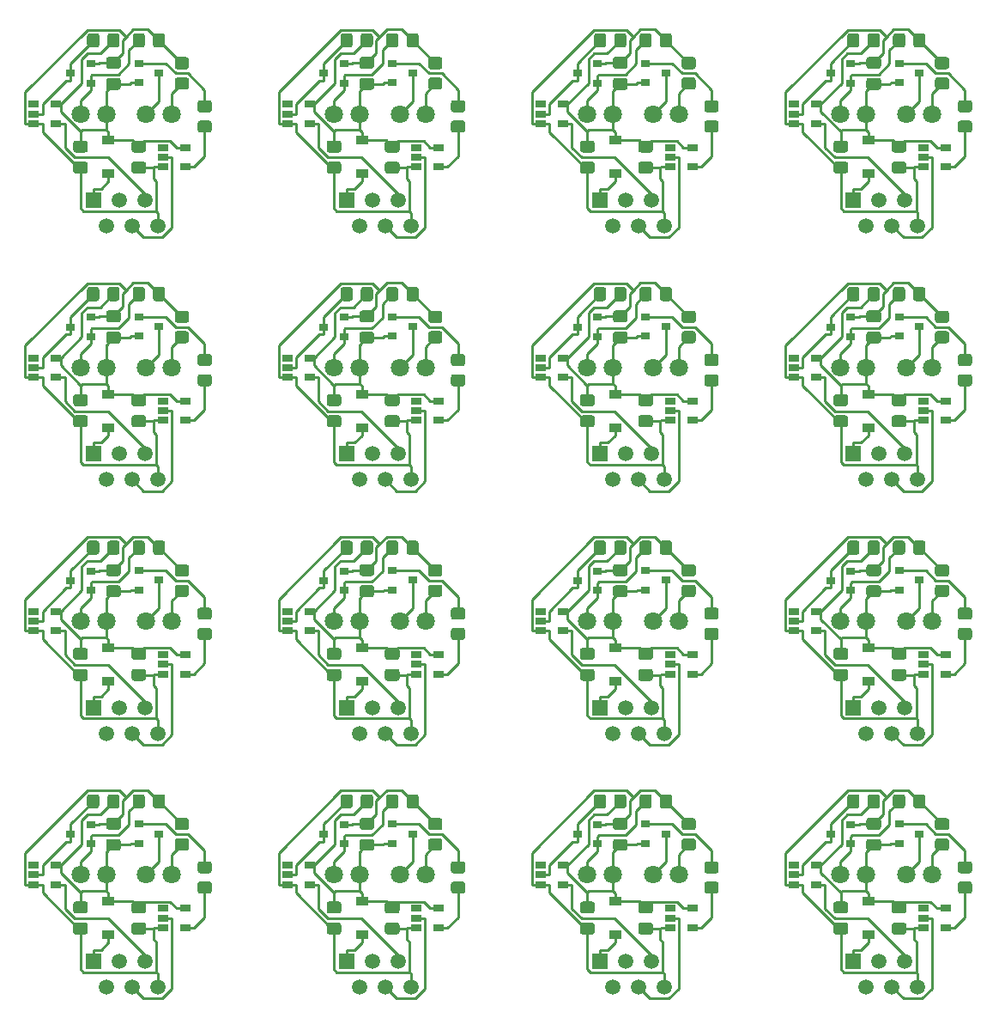
<source format=gbr>
%TF.GenerationSoftware,KiCad,Pcbnew,(5.1.9)-1*%
%TF.CreationDate,2021-10-25T14:10:00+02:00*%
%TF.ProjectId,Smartmeter_IR_multi,536d6172-746d-4657-9465-725f49525f6d,rev?*%
%TF.SameCoordinates,Original*%
%TF.FileFunction,Copper,L1,Top*%
%TF.FilePolarity,Positive*%
%FSLAX46Y46*%
G04 Gerber Fmt 4.6, Leading zero omitted, Abs format (unit mm)*
G04 Created by KiCad (PCBNEW (5.1.9)-1) date 2021-10-25 14:10:00*
%MOMM*%
%LPD*%
G01*
G04 APERTURE LIST*
%TA.AperFunction,ComponentPad*%
%ADD10C,1.520000*%
%TD*%
%TA.AperFunction,ComponentPad*%
%ADD11R,1.520000X1.520000*%
%TD*%
%TA.AperFunction,ComponentPad*%
%ADD12C,1.800000*%
%TD*%
%TA.AperFunction,SMDPad,CuDef*%
%ADD13R,0.900000X0.800000*%
%TD*%
%TA.AperFunction,SMDPad,CuDef*%
%ADD14R,1.200000X0.900000*%
%TD*%
%TA.AperFunction,SMDPad,CuDef*%
%ADD15R,1.060000X0.650000*%
%TD*%
%TA.AperFunction,Conductor*%
%ADD16C,0.250000*%
%TD*%
G04 APERTURE END LIST*
D10*
%TO.P,J1,6*%
%TO.N,GND*%
X61600000Y-156040000D03*
%TO.P,J1,5*%
%TO.N,Net-(IC1-Pad4)*%
X60330000Y-153500000D03*
%TO.P,J1,4*%
%TO.N,Net-(IC2-Pad2)*%
X59060000Y-156040000D03*
%TO.P,J1,3*%
%TO.N,Net-(J1-Pad3)*%
X57790000Y-153500000D03*
%TO.P,J1,2*%
%TO.N,Net-(J1-Pad2)*%
X56520000Y-156040000D03*
D11*
%TO.P,J1,1*%
%TO.N,Net-(D1-Pad2)*%
X55250000Y-153500000D03*
%TD*%
D12*
%TO.P,D2,2*%
%TO.N,Net-(D2-Pad2)*%
X138020000Y-145000000D03*
%TO.P,D2,1*%
%TO.N,Net-(D2-Pad1)*%
X135480000Y-145000000D03*
%TD*%
%TO.P,R1,2*%
%TO.N,GND*%
%TA.AperFunction,SMDPad,CuDef*%
G36*
G01*
X136150000Y-138200001D02*
X136150000Y-137299999D01*
G75*
G02*
X136399999Y-137050000I249999J0D01*
G01*
X137100001Y-137050000D01*
G75*
G02*
X137350000Y-137299999I0J-249999D01*
G01*
X137350000Y-138200001D01*
G75*
G02*
X137100001Y-138450000I-249999J0D01*
G01*
X136399999Y-138450000D01*
G75*
G02*
X136150000Y-138200001I0J249999D01*
G01*
G37*
%TD.AperFunction*%
%TO.P,R1,1*%
%TO.N,Net-(Q1-Pad1)*%
%TA.AperFunction,SMDPad,CuDef*%
G36*
G01*
X134150000Y-138200001D02*
X134150000Y-137299999D01*
G75*
G02*
X134399999Y-137050000I249999J0D01*
G01*
X135100001Y-137050000D01*
G75*
G02*
X135350000Y-137299999I0J-249999D01*
G01*
X135350000Y-138200001D01*
G75*
G02*
X135100001Y-138450000I-249999J0D01*
G01*
X134399999Y-138450000D01*
G75*
G02*
X134150000Y-138200001I0J249999D01*
G01*
G37*
%TD.AperFunction*%
%TD*%
D13*
%TO.P,Q1,3*%
%TO.N,Net-(IC1-Pad2)*%
X103000000Y-141000000D03*
%TO.P,Q1,2*%
%TO.N,GND*%
X105000000Y-140050000D03*
%TO.P,Q1,1*%
%TO.N,Net-(Q1-Pad1)*%
X105000000Y-141950000D03*
%TD*%
%TO.P,C1,2*%
%TO.N,GND*%
%TA.AperFunction,SMDPad,CuDef*%
G36*
G01*
X132725000Y-140550000D02*
X131775000Y-140550000D01*
G75*
G02*
X131525000Y-140300000I0J250000D01*
G01*
X131525000Y-139625000D01*
G75*
G02*
X131775000Y-139375000I250000J0D01*
G01*
X132725000Y-139375000D01*
G75*
G02*
X132975000Y-139625000I0J-250000D01*
G01*
X132975000Y-140300000D01*
G75*
G02*
X132725000Y-140550000I-250000J0D01*
G01*
G37*
%TD.AperFunction*%
%TO.P,C1,1*%
%TO.N,Net-(C1-Pad1)*%
%TA.AperFunction,SMDPad,CuDef*%
G36*
G01*
X132725000Y-142625000D02*
X131775000Y-142625000D01*
G75*
G02*
X131525000Y-142375000I0J250000D01*
G01*
X131525000Y-141700000D01*
G75*
G02*
X131775000Y-141450000I250000J0D01*
G01*
X132725000Y-141450000D01*
G75*
G02*
X132975000Y-141700000I0J-250000D01*
G01*
X132975000Y-142375000D01*
G75*
G02*
X132725000Y-142625000I-250000J0D01*
G01*
G37*
%TD.AperFunction*%
%TD*%
%TO.P,C3,1*%
%TO.N,Net-(C1-Pad1)*%
%TA.AperFunction,SMDPad,CuDef*%
G36*
G01*
X134275000Y-147625000D02*
X135225000Y-147625000D01*
G75*
G02*
X135475000Y-147875000I0J-250000D01*
G01*
X135475000Y-148550000D01*
G75*
G02*
X135225000Y-148800000I-250000J0D01*
G01*
X134275000Y-148800000D01*
G75*
G02*
X134025000Y-148550000I0J250000D01*
G01*
X134025000Y-147875000D01*
G75*
G02*
X134275000Y-147625000I250000J0D01*
G01*
G37*
%TD.AperFunction*%
%TO.P,C3,2*%
%TO.N,GND*%
%TA.AperFunction,SMDPad,CuDef*%
G36*
G01*
X134275000Y-149700000D02*
X135225000Y-149700000D01*
G75*
G02*
X135475000Y-149950000I0J-250000D01*
G01*
X135475000Y-150625000D01*
G75*
G02*
X135225000Y-150875000I-250000J0D01*
G01*
X134275000Y-150875000D01*
G75*
G02*
X134025000Y-150625000I0J250000D01*
G01*
X134025000Y-149950000D01*
G75*
G02*
X134275000Y-149700000I250000J0D01*
G01*
G37*
%TD.AperFunction*%
%TD*%
D12*
%TO.P,T1,1*%
%TO.N,Net-(Q1-Pad1)*%
X128980000Y-145000000D03*
%TO.P,T1,2*%
%TO.N,Net-(C1-Pad1)*%
X131520000Y-145000000D03*
%TD*%
%TO.P,R1,1*%
%TO.N,Net-(Q1-Pad1)*%
%TA.AperFunction,SMDPad,CuDef*%
G36*
G01*
X109150000Y-138200001D02*
X109150000Y-137299999D01*
G75*
G02*
X109399999Y-137050000I249999J0D01*
G01*
X110100001Y-137050000D01*
G75*
G02*
X110350000Y-137299999I0J-249999D01*
G01*
X110350000Y-138200001D01*
G75*
G02*
X110100001Y-138450000I-249999J0D01*
G01*
X109399999Y-138450000D01*
G75*
G02*
X109150000Y-138200001I0J249999D01*
G01*
G37*
%TD.AperFunction*%
%TO.P,R1,2*%
%TO.N,GND*%
%TA.AperFunction,SMDPad,CuDef*%
G36*
G01*
X111150000Y-138200001D02*
X111150000Y-137299999D01*
G75*
G02*
X111399999Y-137050000I249999J0D01*
G01*
X112100001Y-137050000D01*
G75*
G02*
X112350000Y-137299999I0J-249999D01*
G01*
X112350000Y-138200001D01*
G75*
G02*
X112100001Y-138450000I-249999J0D01*
G01*
X111399999Y-138450000D01*
G75*
G02*
X111150000Y-138200001I0J249999D01*
G01*
G37*
%TD.AperFunction*%
%TD*%
%TO.P,R3,1*%
%TO.N,Net-(Q2-Pad1)*%
%TA.AperFunction,SMDPad,CuDef*%
G36*
G01*
X140799999Y-143650000D02*
X141700001Y-143650000D01*
G75*
G02*
X141950000Y-143899999I0J-249999D01*
G01*
X141950000Y-144600001D01*
G75*
G02*
X141700001Y-144850000I-249999J0D01*
G01*
X140799999Y-144850000D01*
G75*
G02*
X140550000Y-144600001I0J249999D01*
G01*
X140550000Y-143899999D01*
G75*
G02*
X140799999Y-143650000I249999J0D01*
G01*
G37*
%TD.AperFunction*%
%TO.P,R3,2*%
%TO.N,Net-(IC2-Pad4)*%
%TA.AperFunction,SMDPad,CuDef*%
G36*
G01*
X140799999Y-145650000D02*
X141700001Y-145650000D01*
G75*
G02*
X141950000Y-145899999I0J-249999D01*
G01*
X141950000Y-146600001D01*
G75*
G02*
X141700001Y-146850000I-249999J0D01*
G01*
X140799999Y-146850000D01*
G75*
G02*
X140550000Y-146600001I0J249999D01*
G01*
X140550000Y-145899999D01*
G75*
G02*
X140799999Y-145650000I249999J0D01*
G01*
G37*
%TD.AperFunction*%
%TD*%
%TO.P,R2,1*%
%TO.N,Net-(C1-Pad1)*%
%TA.AperFunction,SMDPad,CuDef*%
G36*
G01*
X132850000Y-137299999D02*
X132850000Y-138200001D01*
G75*
G02*
X132600001Y-138450000I-249999J0D01*
G01*
X131899999Y-138450000D01*
G75*
G02*
X131650000Y-138200001I0J249999D01*
G01*
X131650000Y-137299999D01*
G75*
G02*
X131899999Y-137050000I249999J0D01*
G01*
X132600001Y-137050000D01*
G75*
G02*
X132850000Y-137299999I0J-249999D01*
G01*
G37*
%TD.AperFunction*%
%TO.P,R2,2*%
%TO.N,Net-(IC1-Pad2)*%
%TA.AperFunction,SMDPad,CuDef*%
G36*
G01*
X130850000Y-137299999D02*
X130850000Y-138200001D01*
G75*
G02*
X130600001Y-138450000I-249999J0D01*
G01*
X129899999Y-138450000D01*
G75*
G02*
X129650000Y-138200001I0J249999D01*
G01*
X129650000Y-137299999D01*
G75*
G02*
X129899999Y-137050000I249999J0D01*
G01*
X130600001Y-137050000D01*
G75*
G02*
X130850000Y-137299999I0J-249999D01*
G01*
G37*
%TD.AperFunction*%
%TD*%
D13*
%TO.P,Q1,1*%
%TO.N,Net-(Q1-Pad1)*%
X130000000Y-141950000D03*
%TO.P,Q1,2*%
%TO.N,GND*%
X130000000Y-140050000D03*
%TO.P,Q1,3*%
%TO.N,Net-(IC1-Pad2)*%
X128000000Y-141000000D03*
%TD*%
D14*
%TO.P,D1,1*%
%TO.N,Net-(C1-Pad1)*%
X131750000Y-147600000D03*
%TO.P,D1,2*%
%TO.N,Net-(D1-Pad2)*%
X131750000Y-150900000D03*
%TD*%
D13*
%TO.P,Q2,3*%
%TO.N,Net-(D2-Pad1)*%
X136750000Y-140950000D03*
%TO.P,Q2,2*%
%TO.N,Net-(C1-Pad1)*%
X134750000Y-141900000D03*
%TO.P,Q2,1*%
%TO.N,Net-(Q2-Pad1)*%
X134750000Y-140000000D03*
%TD*%
%TO.P,C2,2*%
%TO.N,GND*%
%TA.AperFunction,SMDPad,CuDef*%
G36*
G01*
X53525000Y-149700000D02*
X54475000Y-149700000D01*
G75*
G02*
X54725000Y-149950000I0J-250000D01*
G01*
X54725000Y-150625000D01*
G75*
G02*
X54475000Y-150875000I-250000J0D01*
G01*
X53525000Y-150875000D01*
G75*
G02*
X53275000Y-150625000I0J250000D01*
G01*
X53275000Y-149950000D01*
G75*
G02*
X53525000Y-149700000I250000J0D01*
G01*
G37*
%TD.AperFunction*%
%TO.P,C2,1*%
%TO.N,Net-(C1-Pad1)*%
%TA.AperFunction,SMDPad,CuDef*%
G36*
G01*
X53525000Y-147625000D02*
X54475000Y-147625000D01*
G75*
G02*
X54725000Y-147875000I0J-250000D01*
G01*
X54725000Y-148550000D01*
G75*
G02*
X54475000Y-148800000I-250000J0D01*
G01*
X53525000Y-148800000D01*
G75*
G02*
X53275000Y-148550000I0J250000D01*
G01*
X53275000Y-147875000D01*
G75*
G02*
X53525000Y-147625000I250000J0D01*
G01*
G37*
%TD.AperFunction*%
%TD*%
D12*
%TO.P,D2,1*%
%TO.N,Net-(D2-Pad1)*%
X110480000Y-145000000D03*
%TO.P,D2,2*%
%TO.N,Net-(D2-Pad2)*%
X113020000Y-145000000D03*
%TD*%
D13*
%TO.P,Q2,1*%
%TO.N,Net-(Q2-Pad1)*%
X109750000Y-140000000D03*
%TO.P,Q2,2*%
%TO.N,Net-(C1-Pad1)*%
X109750000Y-141900000D03*
%TO.P,Q2,3*%
%TO.N,Net-(D2-Pad1)*%
X111750000Y-140950000D03*
%TD*%
D12*
%TO.P,T1,2*%
%TO.N,Net-(C1-Pad1)*%
X106520000Y-145000000D03*
%TO.P,T1,1*%
%TO.N,Net-(Q1-Pad1)*%
X103980000Y-145000000D03*
%TD*%
D15*
%TO.P,IC1,1*%
%TO.N,Net-(IC1-Pad1)*%
X124400000Y-144050000D03*
%TO.P,IC1,2*%
%TO.N,Net-(IC1-Pad2)*%
X124400000Y-145000000D03*
%TO.P,IC1,3*%
%TO.N,GND*%
X124400000Y-145950000D03*
%TO.P,IC1,4*%
%TO.N,Net-(IC1-Pad4)*%
X126600000Y-145950000D03*
%TO.P,IC1,5*%
%TO.N,Net-(C1-Pad1)*%
X126600000Y-144050000D03*
%TD*%
D10*
%TO.P,J1,6*%
%TO.N,GND*%
X111600000Y-156040000D03*
%TO.P,J1,5*%
%TO.N,Net-(IC1-Pad4)*%
X110330000Y-153500000D03*
%TO.P,J1,4*%
%TO.N,Net-(IC2-Pad2)*%
X109060000Y-156040000D03*
%TO.P,J1,3*%
%TO.N,Net-(J1-Pad3)*%
X107790000Y-153500000D03*
%TO.P,J1,2*%
%TO.N,Net-(J1-Pad2)*%
X106520000Y-156040000D03*
D11*
%TO.P,J1,1*%
%TO.N,Net-(D1-Pad2)*%
X105250000Y-153500000D03*
%TD*%
D15*
%TO.P,IC2,5*%
%TO.N,Net-(C1-Pad1)*%
X139350000Y-148300000D03*
%TO.P,IC2,4*%
%TO.N,Net-(IC2-Pad4)*%
X139350000Y-150200000D03*
%TO.P,IC2,3*%
%TO.N,GND*%
X137150000Y-150200000D03*
%TO.P,IC2,2*%
%TO.N,Net-(IC2-Pad2)*%
X137150000Y-149250000D03*
%TO.P,IC2,1*%
%TO.N,Net-(IC2-Pad1)*%
X137150000Y-148300000D03*
%TD*%
%TO.P,R4,2*%
%TO.N,Net-(D2-Pad2)*%
%TA.AperFunction,SMDPad,CuDef*%
G36*
G01*
X138549999Y-141400000D02*
X139450001Y-141400000D01*
G75*
G02*
X139700000Y-141649999I0J-249999D01*
G01*
X139700000Y-142350001D01*
G75*
G02*
X139450001Y-142600000I-249999J0D01*
G01*
X138549999Y-142600000D01*
G75*
G02*
X138300000Y-142350001I0J249999D01*
G01*
X138300000Y-141649999D01*
G75*
G02*
X138549999Y-141400000I249999J0D01*
G01*
G37*
%TD.AperFunction*%
%TO.P,R4,1*%
%TO.N,GND*%
%TA.AperFunction,SMDPad,CuDef*%
G36*
G01*
X138549999Y-139400000D02*
X139450001Y-139400000D01*
G75*
G02*
X139700000Y-139649999I0J-249999D01*
G01*
X139700000Y-140350001D01*
G75*
G02*
X139450001Y-140600000I-249999J0D01*
G01*
X138549999Y-140600000D01*
G75*
G02*
X138300000Y-140350001I0J249999D01*
G01*
X138300000Y-139649999D01*
G75*
G02*
X138549999Y-139400000I249999J0D01*
G01*
G37*
%TD.AperFunction*%
%TD*%
%TO.P,C2,1*%
%TO.N,Net-(C1-Pad1)*%
%TA.AperFunction,SMDPad,CuDef*%
G36*
G01*
X128525000Y-147625000D02*
X129475000Y-147625000D01*
G75*
G02*
X129725000Y-147875000I0J-250000D01*
G01*
X129725000Y-148550000D01*
G75*
G02*
X129475000Y-148800000I-250000J0D01*
G01*
X128525000Y-148800000D01*
G75*
G02*
X128275000Y-148550000I0J250000D01*
G01*
X128275000Y-147875000D01*
G75*
G02*
X128525000Y-147625000I250000J0D01*
G01*
G37*
%TD.AperFunction*%
%TO.P,C2,2*%
%TO.N,GND*%
%TA.AperFunction,SMDPad,CuDef*%
G36*
G01*
X128525000Y-149700000D02*
X129475000Y-149700000D01*
G75*
G02*
X129725000Y-149950000I0J-250000D01*
G01*
X129725000Y-150625000D01*
G75*
G02*
X129475000Y-150875000I-250000J0D01*
G01*
X128525000Y-150875000D01*
G75*
G02*
X128275000Y-150625000I0J250000D01*
G01*
X128275000Y-149950000D01*
G75*
G02*
X128525000Y-149700000I250000J0D01*
G01*
G37*
%TD.AperFunction*%
%TD*%
%TO.P,R3,2*%
%TO.N,Net-(IC2-Pad4)*%
%TA.AperFunction,SMDPad,CuDef*%
G36*
G01*
X115799999Y-145650000D02*
X116700001Y-145650000D01*
G75*
G02*
X116950000Y-145899999I0J-249999D01*
G01*
X116950000Y-146600001D01*
G75*
G02*
X116700001Y-146850000I-249999J0D01*
G01*
X115799999Y-146850000D01*
G75*
G02*
X115550000Y-146600001I0J249999D01*
G01*
X115550000Y-145899999D01*
G75*
G02*
X115799999Y-145650000I249999J0D01*
G01*
G37*
%TD.AperFunction*%
%TO.P,R3,1*%
%TO.N,Net-(Q2-Pad1)*%
%TA.AperFunction,SMDPad,CuDef*%
G36*
G01*
X115799999Y-143650000D02*
X116700001Y-143650000D01*
G75*
G02*
X116950000Y-143899999I0J-249999D01*
G01*
X116950000Y-144600001D01*
G75*
G02*
X116700001Y-144850000I-249999J0D01*
G01*
X115799999Y-144850000D01*
G75*
G02*
X115550000Y-144600001I0J249999D01*
G01*
X115550000Y-143899999D01*
G75*
G02*
X115799999Y-143650000I249999J0D01*
G01*
G37*
%TD.AperFunction*%
%TD*%
%TO.P,C2,2*%
%TO.N,GND*%
%TA.AperFunction,SMDPad,CuDef*%
G36*
G01*
X103525000Y-149700000D02*
X104475000Y-149700000D01*
G75*
G02*
X104725000Y-149950000I0J-250000D01*
G01*
X104725000Y-150625000D01*
G75*
G02*
X104475000Y-150875000I-250000J0D01*
G01*
X103525000Y-150875000D01*
G75*
G02*
X103275000Y-150625000I0J250000D01*
G01*
X103275000Y-149950000D01*
G75*
G02*
X103525000Y-149700000I250000J0D01*
G01*
G37*
%TD.AperFunction*%
%TO.P,C2,1*%
%TO.N,Net-(C1-Pad1)*%
%TA.AperFunction,SMDPad,CuDef*%
G36*
G01*
X103525000Y-147625000D02*
X104475000Y-147625000D01*
G75*
G02*
X104725000Y-147875000I0J-250000D01*
G01*
X104725000Y-148550000D01*
G75*
G02*
X104475000Y-148800000I-250000J0D01*
G01*
X103525000Y-148800000D01*
G75*
G02*
X103275000Y-148550000I0J250000D01*
G01*
X103275000Y-147875000D01*
G75*
G02*
X103525000Y-147625000I250000J0D01*
G01*
G37*
%TD.AperFunction*%
%TD*%
D11*
%TO.P,J1,1*%
%TO.N,Net-(D1-Pad2)*%
X130250000Y-153500000D03*
D10*
%TO.P,J1,2*%
%TO.N,Net-(J1-Pad2)*%
X131520000Y-156040000D03*
%TO.P,J1,3*%
%TO.N,Net-(J1-Pad3)*%
X132790000Y-153500000D03*
%TO.P,J1,4*%
%TO.N,Net-(IC2-Pad2)*%
X134060000Y-156040000D03*
%TO.P,J1,5*%
%TO.N,Net-(IC1-Pad4)*%
X135330000Y-153500000D03*
%TO.P,J1,6*%
%TO.N,GND*%
X136600000Y-156040000D03*
%TD*%
%TO.P,C3,2*%
%TO.N,GND*%
%TA.AperFunction,SMDPad,CuDef*%
G36*
G01*
X109275000Y-149700000D02*
X110225000Y-149700000D01*
G75*
G02*
X110475000Y-149950000I0J-250000D01*
G01*
X110475000Y-150625000D01*
G75*
G02*
X110225000Y-150875000I-250000J0D01*
G01*
X109275000Y-150875000D01*
G75*
G02*
X109025000Y-150625000I0J250000D01*
G01*
X109025000Y-149950000D01*
G75*
G02*
X109275000Y-149700000I250000J0D01*
G01*
G37*
%TD.AperFunction*%
%TO.P,C3,1*%
%TO.N,Net-(C1-Pad1)*%
%TA.AperFunction,SMDPad,CuDef*%
G36*
G01*
X109275000Y-147625000D02*
X110225000Y-147625000D01*
G75*
G02*
X110475000Y-147875000I0J-250000D01*
G01*
X110475000Y-148550000D01*
G75*
G02*
X110225000Y-148800000I-250000J0D01*
G01*
X109275000Y-148800000D01*
G75*
G02*
X109025000Y-148550000I0J250000D01*
G01*
X109025000Y-147875000D01*
G75*
G02*
X109275000Y-147625000I250000J0D01*
G01*
G37*
%TD.AperFunction*%
%TD*%
%TO.P,R4,1*%
%TO.N,GND*%
%TA.AperFunction,SMDPad,CuDef*%
G36*
G01*
X113549999Y-139400000D02*
X114450001Y-139400000D01*
G75*
G02*
X114700000Y-139649999I0J-249999D01*
G01*
X114700000Y-140350001D01*
G75*
G02*
X114450001Y-140600000I-249999J0D01*
G01*
X113549999Y-140600000D01*
G75*
G02*
X113300000Y-140350001I0J249999D01*
G01*
X113300000Y-139649999D01*
G75*
G02*
X113549999Y-139400000I249999J0D01*
G01*
G37*
%TD.AperFunction*%
%TO.P,R4,2*%
%TO.N,Net-(D2-Pad2)*%
%TA.AperFunction,SMDPad,CuDef*%
G36*
G01*
X113549999Y-141400000D02*
X114450001Y-141400000D01*
G75*
G02*
X114700000Y-141649999I0J-249999D01*
G01*
X114700000Y-142350001D01*
G75*
G02*
X114450001Y-142600000I-249999J0D01*
G01*
X113549999Y-142600000D01*
G75*
G02*
X113300000Y-142350001I0J249999D01*
G01*
X113300000Y-141649999D01*
G75*
G02*
X113549999Y-141400000I249999J0D01*
G01*
G37*
%TD.AperFunction*%
%TD*%
D15*
%TO.P,IC1,5*%
%TO.N,Net-(C1-Pad1)*%
X101600000Y-144050000D03*
%TO.P,IC1,4*%
%TO.N,Net-(IC1-Pad4)*%
X101600000Y-145950000D03*
%TO.P,IC1,3*%
%TO.N,GND*%
X99400000Y-145950000D03*
%TO.P,IC1,2*%
%TO.N,Net-(IC1-Pad2)*%
X99400000Y-145000000D03*
%TO.P,IC1,1*%
%TO.N,Net-(IC1-Pad1)*%
X99400000Y-144050000D03*
%TD*%
%TO.P,C1,1*%
%TO.N,Net-(C1-Pad1)*%
%TA.AperFunction,SMDPad,CuDef*%
G36*
G01*
X107725000Y-142625000D02*
X106775000Y-142625000D01*
G75*
G02*
X106525000Y-142375000I0J250000D01*
G01*
X106525000Y-141700000D01*
G75*
G02*
X106775000Y-141450000I250000J0D01*
G01*
X107725000Y-141450000D01*
G75*
G02*
X107975000Y-141700000I0J-250000D01*
G01*
X107975000Y-142375000D01*
G75*
G02*
X107725000Y-142625000I-250000J0D01*
G01*
G37*
%TD.AperFunction*%
%TO.P,C1,2*%
%TO.N,GND*%
%TA.AperFunction,SMDPad,CuDef*%
G36*
G01*
X107725000Y-140550000D02*
X106775000Y-140550000D01*
G75*
G02*
X106525000Y-140300000I0J250000D01*
G01*
X106525000Y-139625000D01*
G75*
G02*
X106775000Y-139375000I250000J0D01*
G01*
X107725000Y-139375000D01*
G75*
G02*
X107975000Y-139625000I0J-250000D01*
G01*
X107975000Y-140300000D01*
G75*
G02*
X107725000Y-140550000I-250000J0D01*
G01*
G37*
%TD.AperFunction*%
%TD*%
%TO.P,C1,1*%
%TO.N,Net-(C1-Pad1)*%
%TA.AperFunction,SMDPad,CuDef*%
G36*
G01*
X132725000Y-142625000D02*
X131775000Y-142625000D01*
G75*
G02*
X131525000Y-142375000I0J250000D01*
G01*
X131525000Y-141700000D01*
G75*
G02*
X131775000Y-141450000I250000J0D01*
G01*
X132725000Y-141450000D01*
G75*
G02*
X132975000Y-141700000I0J-250000D01*
G01*
X132975000Y-142375000D01*
G75*
G02*
X132725000Y-142625000I-250000J0D01*
G01*
G37*
%TD.AperFunction*%
%TO.P,C1,2*%
%TO.N,GND*%
%TA.AperFunction,SMDPad,CuDef*%
G36*
G01*
X132725000Y-140550000D02*
X131775000Y-140550000D01*
G75*
G02*
X131525000Y-140300000I0J250000D01*
G01*
X131525000Y-139625000D01*
G75*
G02*
X131775000Y-139375000I250000J0D01*
G01*
X132725000Y-139375000D01*
G75*
G02*
X132975000Y-139625000I0J-250000D01*
G01*
X132975000Y-140300000D01*
G75*
G02*
X132725000Y-140550000I-250000J0D01*
G01*
G37*
%TD.AperFunction*%
%TD*%
%TO.P,IC2,1*%
%TO.N,Net-(IC2-Pad1)*%
X112150000Y-148300000D03*
%TO.P,IC2,2*%
%TO.N,Net-(IC2-Pad2)*%
X112150000Y-149250000D03*
%TO.P,IC2,3*%
%TO.N,GND*%
X112150000Y-150200000D03*
%TO.P,IC2,4*%
%TO.N,Net-(IC2-Pad4)*%
X114350000Y-150200000D03*
%TO.P,IC2,5*%
%TO.N,Net-(C1-Pad1)*%
X114350000Y-148300000D03*
%TD*%
%TO.P,R2,2*%
%TO.N,Net-(IC1-Pad2)*%
%TA.AperFunction,SMDPad,CuDef*%
G36*
G01*
X105850000Y-137299999D02*
X105850000Y-138200001D01*
G75*
G02*
X105600001Y-138450000I-249999J0D01*
G01*
X104899999Y-138450000D01*
G75*
G02*
X104650000Y-138200001I0J249999D01*
G01*
X104650000Y-137299999D01*
G75*
G02*
X104899999Y-137050000I249999J0D01*
G01*
X105600001Y-137050000D01*
G75*
G02*
X105850000Y-137299999I0J-249999D01*
G01*
G37*
%TD.AperFunction*%
%TO.P,R2,1*%
%TO.N,Net-(C1-Pad1)*%
%TA.AperFunction,SMDPad,CuDef*%
G36*
G01*
X107850000Y-137299999D02*
X107850000Y-138200001D01*
G75*
G02*
X107600001Y-138450000I-249999J0D01*
G01*
X106899999Y-138450000D01*
G75*
G02*
X106650000Y-138200001I0J249999D01*
G01*
X106650000Y-137299999D01*
G75*
G02*
X106899999Y-137050000I249999J0D01*
G01*
X107600001Y-137050000D01*
G75*
G02*
X107850000Y-137299999I0J-249999D01*
G01*
G37*
%TD.AperFunction*%
%TD*%
D14*
%TO.P,D1,2*%
%TO.N,Net-(D1-Pad2)*%
X106750000Y-150900000D03*
%TO.P,D1,1*%
%TO.N,Net-(C1-Pad1)*%
X106750000Y-147600000D03*
%TD*%
%TO.P,C1,1*%
%TO.N,Net-(C1-Pad1)*%
%TA.AperFunction,SMDPad,CuDef*%
G36*
G01*
X57725000Y-142625000D02*
X56775000Y-142625000D01*
G75*
G02*
X56525000Y-142375000I0J250000D01*
G01*
X56525000Y-141700000D01*
G75*
G02*
X56775000Y-141450000I250000J0D01*
G01*
X57725000Y-141450000D01*
G75*
G02*
X57975000Y-141700000I0J-250000D01*
G01*
X57975000Y-142375000D01*
G75*
G02*
X57725000Y-142625000I-250000J0D01*
G01*
G37*
%TD.AperFunction*%
%TO.P,C1,2*%
%TO.N,GND*%
%TA.AperFunction,SMDPad,CuDef*%
G36*
G01*
X57725000Y-140550000D02*
X56775000Y-140550000D01*
G75*
G02*
X56525000Y-140300000I0J250000D01*
G01*
X56525000Y-139625000D01*
G75*
G02*
X56775000Y-139375000I250000J0D01*
G01*
X57725000Y-139375000D01*
G75*
G02*
X57975000Y-139625000I0J-250000D01*
G01*
X57975000Y-140300000D01*
G75*
G02*
X57725000Y-140550000I-250000J0D01*
G01*
G37*
%TD.AperFunction*%
%TD*%
D13*
%TO.P,Q2,1*%
%TO.N,Net-(Q2-Pad1)*%
X59750000Y-140000000D03*
%TO.P,Q2,2*%
%TO.N,Net-(C1-Pad1)*%
X59750000Y-141900000D03*
%TO.P,Q2,3*%
%TO.N,Net-(D2-Pad1)*%
X61750000Y-140950000D03*
%TD*%
%TO.P,R2,2*%
%TO.N,Net-(IC1-Pad2)*%
%TA.AperFunction,SMDPad,CuDef*%
G36*
G01*
X55850000Y-137299999D02*
X55850000Y-138200001D01*
G75*
G02*
X55600001Y-138450000I-249999J0D01*
G01*
X54899999Y-138450000D01*
G75*
G02*
X54650000Y-138200001I0J249999D01*
G01*
X54650000Y-137299999D01*
G75*
G02*
X54899999Y-137050000I249999J0D01*
G01*
X55600001Y-137050000D01*
G75*
G02*
X55850000Y-137299999I0J-249999D01*
G01*
G37*
%TD.AperFunction*%
%TO.P,R2,1*%
%TO.N,Net-(C1-Pad1)*%
%TA.AperFunction,SMDPad,CuDef*%
G36*
G01*
X57850000Y-137299999D02*
X57850000Y-138200001D01*
G75*
G02*
X57600001Y-138450000I-249999J0D01*
G01*
X56899999Y-138450000D01*
G75*
G02*
X56650000Y-138200001I0J249999D01*
G01*
X56650000Y-137299999D01*
G75*
G02*
X56899999Y-137050000I249999J0D01*
G01*
X57600001Y-137050000D01*
G75*
G02*
X57850000Y-137299999I0J-249999D01*
G01*
G37*
%TD.AperFunction*%
%TD*%
D14*
%TO.P,D1,2*%
%TO.N,Net-(D1-Pad2)*%
X56750000Y-150900000D03*
%TO.P,D1,1*%
%TO.N,Net-(C1-Pad1)*%
X56750000Y-147600000D03*
%TD*%
%TO.P,D1,2*%
%TO.N,Net-(D1-Pad2)*%
X131750000Y-150900000D03*
%TO.P,D1,1*%
%TO.N,Net-(C1-Pad1)*%
X131750000Y-147600000D03*
%TD*%
D15*
%TO.P,IC1,5*%
%TO.N,Net-(C1-Pad1)*%
X126600000Y-144050000D03*
%TO.P,IC1,4*%
%TO.N,Net-(IC1-Pad4)*%
X126600000Y-145950000D03*
%TO.P,IC1,3*%
%TO.N,GND*%
X124400000Y-145950000D03*
%TO.P,IC1,2*%
%TO.N,Net-(IC1-Pad2)*%
X124400000Y-145000000D03*
%TO.P,IC1,1*%
%TO.N,Net-(IC1-Pad1)*%
X124400000Y-144050000D03*
%TD*%
%TO.P,R3,2*%
%TO.N,Net-(IC2-Pad4)*%
%TA.AperFunction,SMDPad,CuDef*%
G36*
G01*
X140799999Y-145650000D02*
X141700001Y-145650000D01*
G75*
G02*
X141950000Y-145899999I0J-249999D01*
G01*
X141950000Y-146600001D01*
G75*
G02*
X141700001Y-146850000I-249999J0D01*
G01*
X140799999Y-146850000D01*
G75*
G02*
X140550000Y-146600001I0J249999D01*
G01*
X140550000Y-145899999D01*
G75*
G02*
X140799999Y-145650000I249999J0D01*
G01*
G37*
%TD.AperFunction*%
%TO.P,R3,1*%
%TO.N,Net-(Q2-Pad1)*%
%TA.AperFunction,SMDPad,CuDef*%
G36*
G01*
X140799999Y-143650000D02*
X141700001Y-143650000D01*
G75*
G02*
X141950000Y-143899999I0J-249999D01*
G01*
X141950000Y-144600001D01*
G75*
G02*
X141700001Y-144850000I-249999J0D01*
G01*
X140799999Y-144850000D01*
G75*
G02*
X140550000Y-144600001I0J249999D01*
G01*
X140550000Y-143899999D01*
G75*
G02*
X140799999Y-143650000I249999J0D01*
G01*
G37*
%TD.AperFunction*%
%TD*%
%TO.P,C3,2*%
%TO.N,GND*%
%TA.AperFunction,SMDPad,CuDef*%
G36*
G01*
X59275000Y-149700000D02*
X60225000Y-149700000D01*
G75*
G02*
X60475000Y-149950000I0J-250000D01*
G01*
X60475000Y-150625000D01*
G75*
G02*
X60225000Y-150875000I-250000J0D01*
G01*
X59275000Y-150875000D01*
G75*
G02*
X59025000Y-150625000I0J250000D01*
G01*
X59025000Y-149950000D01*
G75*
G02*
X59275000Y-149700000I250000J0D01*
G01*
G37*
%TD.AperFunction*%
%TO.P,C3,1*%
%TO.N,Net-(C1-Pad1)*%
%TA.AperFunction,SMDPad,CuDef*%
G36*
G01*
X59275000Y-147625000D02*
X60225000Y-147625000D01*
G75*
G02*
X60475000Y-147875000I0J-250000D01*
G01*
X60475000Y-148550000D01*
G75*
G02*
X60225000Y-148800000I-250000J0D01*
G01*
X59275000Y-148800000D01*
G75*
G02*
X59025000Y-148550000I0J250000D01*
G01*
X59025000Y-147875000D01*
G75*
G02*
X59275000Y-147625000I250000J0D01*
G01*
G37*
%TD.AperFunction*%
%TD*%
D13*
%TO.P,Q2,1*%
%TO.N,Net-(Q2-Pad1)*%
X134750000Y-140000000D03*
%TO.P,Q2,2*%
%TO.N,Net-(C1-Pad1)*%
X134750000Y-141900000D03*
%TO.P,Q2,3*%
%TO.N,Net-(D2-Pad1)*%
X136750000Y-140950000D03*
%TD*%
%TO.P,R1,1*%
%TO.N,Net-(Q1-Pad1)*%
%TA.AperFunction,SMDPad,CuDef*%
G36*
G01*
X134150000Y-138200001D02*
X134150000Y-137299999D01*
G75*
G02*
X134399999Y-137050000I249999J0D01*
G01*
X135100001Y-137050000D01*
G75*
G02*
X135350000Y-137299999I0J-249999D01*
G01*
X135350000Y-138200001D01*
G75*
G02*
X135100001Y-138450000I-249999J0D01*
G01*
X134399999Y-138450000D01*
G75*
G02*
X134150000Y-138200001I0J249999D01*
G01*
G37*
%TD.AperFunction*%
%TO.P,R1,2*%
%TO.N,GND*%
%TA.AperFunction,SMDPad,CuDef*%
G36*
G01*
X136150000Y-138200001D02*
X136150000Y-137299999D01*
G75*
G02*
X136399999Y-137050000I249999J0D01*
G01*
X137100001Y-137050000D01*
G75*
G02*
X137350000Y-137299999I0J-249999D01*
G01*
X137350000Y-138200001D01*
G75*
G02*
X137100001Y-138450000I-249999J0D01*
G01*
X136399999Y-138450000D01*
G75*
G02*
X136150000Y-138200001I0J249999D01*
G01*
G37*
%TD.AperFunction*%
%TD*%
D12*
%TO.P,T1,2*%
%TO.N,Net-(C1-Pad1)*%
X131520000Y-145000000D03*
%TO.P,T1,1*%
%TO.N,Net-(Q1-Pad1)*%
X128980000Y-145000000D03*
%TD*%
%TO.P,R4,1*%
%TO.N,GND*%
%TA.AperFunction,SMDPad,CuDef*%
G36*
G01*
X63549999Y-139400000D02*
X64450001Y-139400000D01*
G75*
G02*
X64700000Y-139649999I0J-249999D01*
G01*
X64700000Y-140350001D01*
G75*
G02*
X64450001Y-140600000I-249999J0D01*
G01*
X63549999Y-140600000D01*
G75*
G02*
X63300000Y-140350001I0J249999D01*
G01*
X63300000Y-139649999D01*
G75*
G02*
X63549999Y-139400000I249999J0D01*
G01*
G37*
%TD.AperFunction*%
%TO.P,R4,2*%
%TO.N,Net-(D2-Pad2)*%
%TA.AperFunction,SMDPad,CuDef*%
G36*
G01*
X63549999Y-141400000D02*
X64450001Y-141400000D01*
G75*
G02*
X64700000Y-141649999I0J-249999D01*
G01*
X64700000Y-142350001D01*
G75*
G02*
X64450001Y-142600000I-249999J0D01*
G01*
X63549999Y-142600000D01*
G75*
G02*
X63300000Y-142350001I0J249999D01*
G01*
X63300000Y-141649999D01*
G75*
G02*
X63549999Y-141400000I249999J0D01*
G01*
G37*
%TD.AperFunction*%
%TD*%
%TO.P,C2,2*%
%TO.N,GND*%
%TA.AperFunction,SMDPad,CuDef*%
G36*
G01*
X128525000Y-149700000D02*
X129475000Y-149700000D01*
G75*
G02*
X129725000Y-149950000I0J-250000D01*
G01*
X129725000Y-150625000D01*
G75*
G02*
X129475000Y-150875000I-250000J0D01*
G01*
X128525000Y-150875000D01*
G75*
G02*
X128275000Y-150625000I0J250000D01*
G01*
X128275000Y-149950000D01*
G75*
G02*
X128525000Y-149700000I250000J0D01*
G01*
G37*
%TD.AperFunction*%
%TO.P,C2,1*%
%TO.N,Net-(C1-Pad1)*%
%TA.AperFunction,SMDPad,CuDef*%
G36*
G01*
X128525000Y-147625000D02*
X129475000Y-147625000D01*
G75*
G02*
X129725000Y-147875000I0J-250000D01*
G01*
X129725000Y-148550000D01*
G75*
G02*
X129475000Y-148800000I-250000J0D01*
G01*
X128525000Y-148800000D01*
G75*
G02*
X128275000Y-148550000I0J250000D01*
G01*
X128275000Y-147875000D01*
G75*
G02*
X128525000Y-147625000I250000J0D01*
G01*
G37*
%TD.AperFunction*%
%TD*%
D15*
%TO.P,IC1,5*%
%TO.N,Net-(C1-Pad1)*%
X51600000Y-144050000D03*
%TO.P,IC1,4*%
%TO.N,Net-(IC1-Pad4)*%
X51600000Y-145950000D03*
%TO.P,IC1,3*%
%TO.N,GND*%
X49400000Y-145950000D03*
%TO.P,IC1,2*%
%TO.N,Net-(IC1-Pad2)*%
X49400000Y-145000000D03*
%TO.P,IC1,1*%
%TO.N,Net-(IC1-Pad1)*%
X49400000Y-144050000D03*
%TD*%
D12*
%TO.P,T1,2*%
%TO.N,Net-(C1-Pad1)*%
X56520000Y-145000000D03*
%TO.P,T1,1*%
%TO.N,Net-(Q1-Pad1)*%
X53980000Y-145000000D03*
%TD*%
D11*
%TO.P,J1,1*%
%TO.N,Net-(D1-Pad2)*%
X80250000Y-153500000D03*
D10*
%TO.P,J1,2*%
%TO.N,Net-(J1-Pad2)*%
X81520000Y-156040000D03*
%TO.P,J1,3*%
%TO.N,Net-(J1-Pad3)*%
X82790000Y-153500000D03*
%TO.P,J1,4*%
%TO.N,Net-(IC2-Pad2)*%
X84060000Y-156040000D03*
%TO.P,J1,5*%
%TO.N,Net-(IC1-Pad4)*%
X85330000Y-153500000D03*
%TO.P,J1,6*%
%TO.N,GND*%
X86600000Y-156040000D03*
%TD*%
%TO.P,C3,2*%
%TO.N,GND*%
%TA.AperFunction,SMDPad,CuDef*%
G36*
G01*
X134275000Y-149700000D02*
X135225000Y-149700000D01*
G75*
G02*
X135475000Y-149950000I0J-250000D01*
G01*
X135475000Y-150625000D01*
G75*
G02*
X135225000Y-150875000I-250000J0D01*
G01*
X134275000Y-150875000D01*
G75*
G02*
X134025000Y-150625000I0J250000D01*
G01*
X134025000Y-149950000D01*
G75*
G02*
X134275000Y-149700000I250000J0D01*
G01*
G37*
%TD.AperFunction*%
%TO.P,C3,1*%
%TO.N,Net-(C1-Pad1)*%
%TA.AperFunction,SMDPad,CuDef*%
G36*
G01*
X134275000Y-147625000D02*
X135225000Y-147625000D01*
G75*
G02*
X135475000Y-147875000I0J-250000D01*
G01*
X135475000Y-148550000D01*
G75*
G02*
X135225000Y-148800000I-250000J0D01*
G01*
X134275000Y-148800000D01*
G75*
G02*
X134025000Y-148550000I0J250000D01*
G01*
X134025000Y-147875000D01*
G75*
G02*
X134275000Y-147625000I250000J0D01*
G01*
G37*
%TD.AperFunction*%
%TD*%
%TO.P,R1,1*%
%TO.N,Net-(Q1-Pad1)*%
%TA.AperFunction,SMDPad,CuDef*%
G36*
G01*
X59150000Y-138200001D02*
X59150000Y-137299999D01*
G75*
G02*
X59399999Y-137050000I249999J0D01*
G01*
X60100001Y-137050000D01*
G75*
G02*
X60350000Y-137299999I0J-249999D01*
G01*
X60350000Y-138200001D01*
G75*
G02*
X60100001Y-138450000I-249999J0D01*
G01*
X59399999Y-138450000D01*
G75*
G02*
X59150000Y-138200001I0J249999D01*
G01*
G37*
%TD.AperFunction*%
%TO.P,R1,2*%
%TO.N,GND*%
%TA.AperFunction,SMDPad,CuDef*%
G36*
G01*
X61150000Y-138200001D02*
X61150000Y-137299999D01*
G75*
G02*
X61399999Y-137050000I249999J0D01*
G01*
X62100001Y-137050000D01*
G75*
G02*
X62350000Y-137299999I0J-249999D01*
G01*
X62350000Y-138200001D01*
G75*
G02*
X62100001Y-138450000I-249999J0D01*
G01*
X61399999Y-138450000D01*
G75*
G02*
X61150000Y-138200001I0J249999D01*
G01*
G37*
%TD.AperFunction*%
%TD*%
D13*
%TO.P,Q1,3*%
%TO.N,Net-(IC1-Pad2)*%
X128000000Y-141000000D03*
%TO.P,Q1,2*%
%TO.N,GND*%
X130000000Y-140050000D03*
%TO.P,Q1,1*%
%TO.N,Net-(Q1-Pad1)*%
X130000000Y-141950000D03*
%TD*%
%TO.P,R4,1*%
%TO.N,GND*%
%TA.AperFunction,SMDPad,CuDef*%
G36*
G01*
X138549999Y-139400000D02*
X139450001Y-139400000D01*
G75*
G02*
X139700000Y-139649999I0J-249999D01*
G01*
X139700000Y-140350001D01*
G75*
G02*
X139450001Y-140600000I-249999J0D01*
G01*
X138549999Y-140600000D01*
G75*
G02*
X138300000Y-140350001I0J249999D01*
G01*
X138300000Y-139649999D01*
G75*
G02*
X138549999Y-139400000I249999J0D01*
G01*
G37*
%TD.AperFunction*%
%TO.P,R4,2*%
%TO.N,Net-(D2-Pad2)*%
%TA.AperFunction,SMDPad,CuDef*%
G36*
G01*
X138549999Y-141400000D02*
X139450001Y-141400000D01*
G75*
G02*
X139700000Y-141649999I0J-249999D01*
G01*
X139700000Y-142350001D01*
G75*
G02*
X139450001Y-142600000I-249999J0D01*
G01*
X138549999Y-142600000D01*
G75*
G02*
X138300000Y-142350001I0J249999D01*
G01*
X138300000Y-141649999D01*
G75*
G02*
X138549999Y-141400000I249999J0D01*
G01*
G37*
%TD.AperFunction*%
%TD*%
D10*
%TO.P,J1,6*%
%TO.N,GND*%
X136600000Y-156040000D03*
%TO.P,J1,5*%
%TO.N,Net-(IC1-Pad4)*%
X135330000Y-153500000D03*
%TO.P,J1,4*%
%TO.N,Net-(IC2-Pad2)*%
X134060000Y-156040000D03*
%TO.P,J1,3*%
%TO.N,Net-(J1-Pad3)*%
X132790000Y-153500000D03*
%TO.P,J1,2*%
%TO.N,Net-(J1-Pad2)*%
X131520000Y-156040000D03*
D11*
%TO.P,J1,1*%
%TO.N,Net-(D1-Pad2)*%
X130250000Y-153500000D03*
%TD*%
%TO.P,C2,1*%
%TO.N,Net-(C1-Pad1)*%
%TA.AperFunction,SMDPad,CuDef*%
G36*
G01*
X78525000Y-147625000D02*
X79475000Y-147625000D01*
G75*
G02*
X79725000Y-147875000I0J-250000D01*
G01*
X79725000Y-148550000D01*
G75*
G02*
X79475000Y-148800000I-250000J0D01*
G01*
X78525000Y-148800000D01*
G75*
G02*
X78275000Y-148550000I0J250000D01*
G01*
X78275000Y-147875000D01*
G75*
G02*
X78525000Y-147625000I250000J0D01*
G01*
G37*
%TD.AperFunction*%
%TO.P,C2,2*%
%TO.N,GND*%
%TA.AperFunction,SMDPad,CuDef*%
G36*
G01*
X78525000Y-149700000D02*
X79475000Y-149700000D01*
G75*
G02*
X79725000Y-149950000I0J-250000D01*
G01*
X79725000Y-150625000D01*
G75*
G02*
X79475000Y-150875000I-250000J0D01*
G01*
X78525000Y-150875000D01*
G75*
G02*
X78275000Y-150625000I0J250000D01*
G01*
X78275000Y-149950000D01*
G75*
G02*
X78525000Y-149700000I250000J0D01*
G01*
G37*
%TD.AperFunction*%
%TD*%
D13*
%TO.P,Q1,3*%
%TO.N,Net-(IC1-Pad2)*%
X53000000Y-141000000D03*
%TO.P,Q1,2*%
%TO.N,GND*%
X55000000Y-140050000D03*
%TO.P,Q1,1*%
%TO.N,Net-(Q1-Pad1)*%
X55000000Y-141950000D03*
%TD*%
D15*
%TO.P,IC2,5*%
%TO.N,Net-(C1-Pad1)*%
X89350000Y-148300000D03*
%TO.P,IC2,4*%
%TO.N,Net-(IC2-Pad4)*%
X89350000Y-150200000D03*
%TO.P,IC2,3*%
%TO.N,GND*%
X87150000Y-150200000D03*
%TO.P,IC2,2*%
%TO.N,Net-(IC2-Pad2)*%
X87150000Y-149250000D03*
%TO.P,IC2,1*%
%TO.N,Net-(IC2-Pad1)*%
X87150000Y-148300000D03*
%TD*%
%TO.P,IC2,1*%
%TO.N,Net-(IC2-Pad1)*%
X62150000Y-148300000D03*
%TO.P,IC2,2*%
%TO.N,Net-(IC2-Pad2)*%
X62150000Y-149250000D03*
%TO.P,IC2,3*%
%TO.N,GND*%
X62150000Y-150200000D03*
%TO.P,IC2,4*%
%TO.N,Net-(IC2-Pad4)*%
X64350000Y-150200000D03*
%TO.P,IC2,5*%
%TO.N,Net-(C1-Pad1)*%
X64350000Y-148300000D03*
%TD*%
%TO.P,C3,1*%
%TO.N,Net-(C1-Pad1)*%
%TA.AperFunction,SMDPad,CuDef*%
G36*
G01*
X84275000Y-147625000D02*
X85225000Y-147625000D01*
G75*
G02*
X85475000Y-147875000I0J-250000D01*
G01*
X85475000Y-148550000D01*
G75*
G02*
X85225000Y-148800000I-250000J0D01*
G01*
X84275000Y-148800000D01*
G75*
G02*
X84025000Y-148550000I0J250000D01*
G01*
X84025000Y-147875000D01*
G75*
G02*
X84275000Y-147625000I250000J0D01*
G01*
G37*
%TD.AperFunction*%
%TO.P,C3,2*%
%TO.N,GND*%
%TA.AperFunction,SMDPad,CuDef*%
G36*
G01*
X84275000Y-149700000D02*
X85225000Y-149700000D01*
G75*
G02*
X85475000Y-149950000I0J-250000D01*
G01*
X85475000Y-150625000D01*
G75*
G02*
X85225000Y-150875000I-250000J0D01*
G01*
X84275000Y-150875000D01*
G75*
G02*
X84025000Y-150625000I0J250000D01*
G01*
X84025000Y-149950000D01*
G75*
G02*
X84275000Y-149700000I250000J0D01*
G01*
G37*
%TD.AperFunction*%
%TD*%
D12*
%TO.P,T1,1*%
%TO.N,Net-(Q1-Pad1)*%
X78980000Y-145000000D03*
%TO.P,T1,2*%
%TO.N,Net-(C1-Pad1)*%
X81520000Y-145000000D03*
%TD*%
%TO.P,R2,2*%
%TO.N,Net-(IC1-Pad2)*%
%TA.AperFunction,SMDPad,CuDef*%
G36*
G01*
X130850000Y-137299999D02*
X130850000Y-138200001D01*
G75*
G02*
X130600001Y-138450000I-249999J0D01*
G01*
X129899999Y-138450000D01*
G75*
G02*
X129650000Y-138200001I0J249999D01*
G01*
X129650000Y-137299999D01*
G75*
G02*
X129899999Y-137050000I249999J0D01*
G01*
X130600001Y-137050000D01*
G75*
G02*
X130850000Y-137299999I0J-249999D01*
G01*
G37*
%TD.AperFunction*%
%TO.P,R2,1*%
%TO.N,Net-(C1-Pad1)*%
%TA.AperFunction,SMDPad,CuDef*%
G36*
G01*
X132850000Y-137299999D02*
X132850000Y-138200001D01*
G75*
G02*
X132600001Y-138450000I-249999J0D01*
G01*
X131899999Y-138450000D01*
G75*
G02*
X131650000Y-138200001I0J249999D01*
G01*
X131650000Y-137299999D01*
G75*
G02*
X131899999Y-137050000I249999J0D01*
G01*
X132600001Y-137050000D01*
G75*
G02*
X132850000Y-137299999I0J-249999D01*
G01*
G37*
%TD.AperFunction*%
%TD*%
%TO.P,C1,2*%
%TO.N,GND*%
%TA.AperFunction,SMDPad,CuDef*%
G36*
G01*
X82725000Y-140550000D02*
X81775000Y-140550000D01*
G75*
G02*
X81525000Y-140300000I0J250000D01*
G01*
X81525000Y-139625000D01*
G75*
G02*
X81775000Y-139375000I250000J0D01*
G01*
X82725000Y-139375000D01*
G75*
G02*
X82975000Y-139625000I0J-250000D01*
G01*
X82975000Y-140300000D01*
G75*
G02*
X82725000Y-140550000I-250000J0D01*
G01*
G37*
%TD.AperFunction*%
%TO.P,C1,1*%
%TO.N,Net-(C1-Pad1)*%
%TA.AperFunction,SMDPad,CuDef*%
G36*
G01*
X82725000Y-142625000D02*
X81775000Y-142625000D01*
G75*
G02*
X81525000Y-142375000I0J250000D01*
G01*
X81525000Y-141700000D01*
G75*
G02*
X81775000Y-141450000I250000J0D01*
G01*
X82725000Y-141450000D01*
G75*
G02*
X82975000Y-141700000I0J-250000D01*
G01*
X82975000Y-142375000D01*
G75*
G02*
X82725000Y-142625000I-250000J0D01*
G01*
G37*
%TD.AperFunction*%
%TD*%
D13*
%TO.P,Q2,3*%
%TO.N,Net-(D2-Pad1)*%
X86750000Y-140950000D03*
%TO.P,Q2,2*%
%TO.N,Net-(C1-Pad1)*%
X84750000Y-141900000D03*
%TO.P,Q2,1*%
%TO.N,Net-(Q2-Pad1)*%
X84750000Y-140000000D03*
%TD*%
D15*
%TO.P,IC2,1*%
%TO.N,Net-(IC2-Pad1)*%
X137150000Y-148300000D03*
%TO.P,IC2,2*%
%TO.N,Net-(IC2-Pad2)*%
X137150000Y-149250000D03*
%TO.P,IC2,3*%
%TO.N,GND*%
X137150000Y-150200000D03*
%TO.P,IC2,4*%
%TO.N,Net-(IC2-Pad4)*%
X139350000Y-150200000D03*
%TO.P,IC2,5*%
%TO.N,Net-(C1-Pad1)*%
X139350000Y-148300000D03*
%TD*%
%TO.P,R2,1*%
%TO.N,Net-(C1-Pad1)*%
%TA.AperFunction,SMDPad,CuDef*%
G36*
G01*
X82850000Y-137299999D02*
X82850000Y-138200001D01*
G75*
G02*
X82600001Y-138450000I-249999J0D01*
G01*
X81899999Y-138450000D01*
G75*
G02*
X81650000Y-138200001I0J249999D01*
G01*
X81650000Y-137299999D01*
G75*
G02*
X81899999Y-137050000I249999J0D01*
G01*
X82600001Y-137050000D01*
G75*
G02*
X82850000Y-137299999I0J-249999D01*
G01*
G37*
%TD.AperFunction*%
%TO.P,R2,2*%
%TO.N,Net-(IC1-Pad2)*%
%TA.AperFunction,SMDPad,CuDef*%
G36*
G01*
X80850000Y-137299999D02*
X80850000Y-138200001D01*
G75*
G02*
X80600001Y-138450000I-249999J0D01*
G01*
X79899999Y-138450000D01*
G75*
G02*
X79650000Y-138200001I0J249999D01*
G01*
X79650000Y-137299999D01*
G75*
G02*
X79899999Y-137050000I249999J0D01*
G01*
X80600001Y-137050000D01*
G75*
G02*
X80850000Y-137299999I0J-249999D01*
G01*
G37*
%TD.AperFunction*%
%TD*%
%TO.P,R4,2*%
%TO.N,Net-(D2-Pad2)*%
%TA.AperFunction,SMDPad,CuDef*%
G36*
G01*
X88549999Y-141400000D02*
X89450001Y-141400000D01*
G75*
G02*
X89700000Y-141649999I0J-249999D01*
G01*
X89700000Y-142350001D01*
G75*
G02*
X89450001Y-142600000I-249999J0D01*
G01*
X88549999Y-142600000D01*
G75*
G02*
X88300000Y-142350001I0J249999D01*
G01*
X88300000Y-141649999D01*
G75*
G02*
X88549999Y-141400000I249999J0D01*
G01*
G37*
%TD.AperFunction*%
%TO.P,R4,1*%
%TO.N,GND*%
%TA.AperFunction,SMDPad,CuDef*%
G36*
G01*
X88549999Y-139400000D02*
X89450001Y-139400000D01*
G75*
G02*
X89700000Y-139649999I0J-249999D01*
G01*
X89700000Y-140350001D01*
G75*
G02*
X89450001Y-140600000I-249999J0D01*
G01*
X88549999Y-140600000D01*
G75*
G02*
X88300000Y-140350001I0J249999D01*
G01*
X88300000Y-139649999D01*
G75*
G02*
X88549999Y-139400000I249999J0D01*
G01*
G37*
%TD.AperFunction*%
%TD*%
%TO.P,IC1,1*%
%TO.N,Net-(IC1-Pad1)*%
X74400000Y-144050000D03*
%TO.P,IC1,2*%
%TO.N,Net-(IC1-Pad2)*%
X74400000Y-145000000D03*
%TO.P,IC1,3*%
%TO.N,GND*%
X74400000Y-145950000D03*
%TO.P,IC1,4*%
%TO.N,Net-(IC1-Pad4)*%
X76600000Y-145950000D03*
%TO.P,IC1,5*%
%TO.N,Net-(C1-Pad1)*%
X76600000Y-144050000D03*
%TD*%
D12*
%TO.P,D2,1*%
%TO.N,Net-(D2-Pad1)*%
X60480000Y-145000000D03*
%TO.P,D2,2*%
%TO.N,Net-(D2-Pad2)*%
X63020000Y-145000000D03*
%TD*%
%TO.P,R3,1*%
%TO.N,Net-(Q2-Pad1)*%
%TA.AperFunction,SMDPad,CuDef*%
G36*
G01*
X90799999Y-143650000D02*
X91700001Y-143650000D01*
G75*
G02*
X91950000Y-143899999I0J-249999D01*
G01*
X91950000Y-144600001D01*
G75*
G02*
X91700001Y-144850000I-249999J0D01*
G01*
X90799999Y-144850000D01*
G75*
G02*
X90550000Y-144600001I0J249999D01*
G01*
X90550000Y-143899999D01*
G75*
G02*
X90799999Y-143650000I249999J0D01*
G01*
G37*
%TD.AperFunction*%
%TO.P,R3,2*%
%TO.N,Net-(IC2-Pad4)*%
%TA.AperFunction,SMDPad,CuDef*%
G36*
G01*
X90799999Y-145650000D02*
X91700001Y-145650000D01*
G75*
G02*
X91950000Y-145899999I0J-249999D01*
G01*
X91950000Y-146600001D01*
G75*
G02*
X91700001Y-146850000I-249999J0D01*
G01*
X90799999Y-146850000D01*
G75*
G02*
X90550000Y-146600001I0J249999D01*
G01*
X90550000Y-145899999D01*
G75*
G02*
X90799999Y-145650000I249999J0D01*
G01*
G37*
%TD.AperFunction*%
%TD*%
D13*
%TO.P,Q1,1*%
%TO.N,Net-(Q1-Pad1)*%
X80000000Y-141950000D03*
%TO.P,Q1,2*%
%TO.N,GND*%
X80000000Y-140050000D03*
%TO.P,Q1,3*%
%TO.N,Net-(IC1-Pad2)*%
X78000000Y-141000000D03*
%TD*%
D12*
%TO.P,D2,1*%
%TO.N,Net-(D2-Pad1)*%
X135480000Y-145000000D03*
%TO.P,D2,2*%
%TO.N,Net-(D2-Pad2)*%
X138020000Y-145000000D03*
%TD*%
D14*
%TO.P,D1,1*%
%TO.N,Net-(C1-Pad1)*%
X81750000Y-147600000D03*
%TO.P,D1,2*%
%TO.N,Net-(D1-Pad2)*%
X81750000Y-150900000D03*
%TD*%
D12*
%TO.P,D2,2*%
%TO.N,Net-(D2-Pad2)*%
X88020000Y-145000000D03*
%TO.P,D2,1*%
%TO.N,Net-(D2-Pad1)*%
X85480000Y-145000000D03*
%TD*%
%TO.P,R3,2*%
%TO.N,Net-(IC2-Pad4)*%
%TA.AperFunction,SMDPad,CuDef*%
G36*
G01*
X65799999Y-145650000D02*
X66700001Y-145650000D01*
G75*
G02*
X66950000Y-145899999I0J-249999D01*
G01*
X66950000Y-146600001D01*
G75*
G02*
X66700001Y-146850000I-249999J0D01*
G01*
X65799999Y-146850000D01*
G75*
G02*
X65550000Y-146600001I0J249999D01*
G01*
X65550000Y-145899999D01*
G75*
G02*
X65799999Y-145650000I249999J0D01*
G01*
G37*
%TD.AperFunction*%
%TO.P,R3,1*%
%TO.N,Net-(Q2-Pad1)*%
%TA.AperFunction,SMDPad,CuDef*%
G36*
G01*
X65799999Y-143650000D02*
X66700001Y-143650000D01*
G75*
G02*
X66950000Y-143899999I0J-249999D01*
G01*
X66950000Y-144600001D01*
G75*
G02*
X66700001Y-144850000I-249999J0D01*
G01*
X65799999Y-144850000D01*
G75*
G02*
X65550000Y-144600001I0J249999D01*
G01*
X65550000Y-143899999D01*
G75*
G02*
X65799999Y-143650000I249999J0D01*
G01*
G37*
%TD.AperFunction*%
%TD*%
%TO.P,R1,2*%
%TO.N,GND*%
%TA.AperFunction,SMDPad,CuDef*%
G36*
G01*
X86150000Y-138200001D02*
X86150000Y-137299999D01*
G75*
G02*
X86399999Y-137050000I249999J0D01*
G01*
X87100001Y-137050000D01*
G75*
G02*
X87350000Y-137299999I0J-249999D01*
G01*
X87350000Y-138200001D01*
G75*
G02*
X87100001Y-138450000I-249999J0D01*
G01*
X86399999Y-138450000D01*
G75*
G02*
X86150000Y-138200001I0J249999D01*
G01*
G37*
%TD.AperFunction*%
%TO.P,R1,1*%
%TO.N,Net-(Q1-Pad1)*%
%TA.AperFunction,SMDPad,CuDef*%
G36*
G01*
X84150000Y-138200001D02*
X84150000Y-137299999D01*
G75*
G02*
X84399999Y-137050000I249999J0D01*
G01*
X85100001Y-137050000D01*
G75*
G02*
X85350000Y-137299999I0J-249999D01*
G01*
X85350000Y-138200001D01*
G75*
G02*
X85100001Y-138450000I-249999J0D01*
G01*
X84399999Y-138450000D01*
G75*
G02*
X84150000Y-138200001I0J249999D01*
G01*
G37*
%TD.AperFunction*%
%TD*%
D10*
%TO.P,J1,6*%
%TO.N,GND*%
X136600000Y-131040000D03*
%TO.P,J1,5*%
%TO.N,Net-(IC1-Pad4)*%
X135330000Y-128500000D03*
%TO.P,J1,4*%
%TO.N,Net-(IC2-Pad2)*%
X134060000Y-131040000D03*
%TO.P,J1,3*%
%TO.N,Net-(J1-Pad3)*%
X132790000Y-128500000D03*
%TO.P,J1,2*%
%TO.N,Net-(J1-Pad2)*%
X131520000Y-131040000D03*
D11*
%TO.P,J1,1*%
%TO.N,Net-(D1-Pad2)*%
X130250000Y-128500000D03*
%TD*%
%TO.P,C3,2*%
%TO.N,GND*%
%TA.AperFunction,SMDPad,CuDef*%
G36*
G01*
X134275000Y-124700000D02*
X135225000Y-124700000D01*
G75*
G02*
X135475000Y-124950000I0J-250000D01*
G01*
X135475000Y-125625000D01*
G75*
G02*
X135225000Y-125875000I-250000J0D01*
G01*
X134275000Y-125875000D01*
G75*
G02*
X134025000Y-125625000I0J250000D01*
G01*
X134025000Y-124950000D01*
G75*
G02*
X134275000Y-124700000I250000J0D01*
G01*
G37*
%TD.AperFunction*%
%TO.P,C3,1*%
%TO.N,Net-(C1-Pad1)*%
%TA.AperFunction,SMDPad,CuDef*%
G36*
G01*
X134275000Y-122625000D02*
X135225000Y-122625000D01*
G75*
G02*
X135475000Y-122875000I0J-250000D01*
G01*
X135475000Y-123550000D01*
G75*
G02*
X135225000Y-123800000I-250000J0D01*
G01*
X134275000Y-123800000D01*
G75*
G02*
X134025000Y-123550000I0J250000D01*
G01*
X134025000Y-122875000D01*
G75*
G02*
X134275000Y-122625000I250000J0D01*
G01*
G37*
%TD.AperFunction*%
%TD*%
D12*
%TO.P,T1,2*%
%TO.N,Net-(C1-Pad1)*%
X131520000Y-120000000D03*
%TO.P,T1,1*%
%TO.N,Net-(Q1-Pad1)*%
X128980000Y-120000000D03*
%TD*%
%TO.P,R3,2*%
%TO.N,Net-(IC2-Pad4)*%
%TA.AperFunction,SMDPad,CuDef*%
G36*
G01*
X140799999Y-120650000D02*
X141700001Y-120650000D01*
G75*
G02*
X141950000Y-120899999I0J-249999D01*
G01*
X141950000Y-121600001D01*
G75*
G02*
X141700001Y-121850000I-249999J0D01*
G01*
X140799999Y-121850000D01*
G75*
G02*
X140550000Y-121600001I0J249999D01*
G01*
X140550000Y-120899999D01*
G75*
G02*
X140799999Y-120650000I249999J0D01*
G01*
G37*
%TD.AperFunction*%
%TO.P,R3,1*%
%TO.N,Net-(Q2-Pad1)*%
%TA.AperFunction,SMDPad,CuDef*%
G36*
G01*
X140799999Y-118650000D02*
X141700001Y-118650000D01*
G75*
G02*
X141950000Y-118899999I0J-249999D01*
G01*
X141950000Y-119600001D01*
G75*
G02*
X141700001Y-119850000I-249999J0D01*
G01*
X140799999Y-119850000D01*
G75*
G02*
X140550000Y-119600001I0J249999D01*
G01*
X140550000Y-118899999D01*
G75*
G02*
X140799999Y-118650000I249999J0D01*
G01*
G37*
%TD.AperFunction*%
%TD*%
%TO.P,D2,1*%
%TO.N,Net-(D2-Pad1)*%
X135480000Y-120000000D03*
%TO.P,D2,2*%
%TO.N,Net-(D2-Pad2)*%
X138020000Y-120000000D03*
%TD*%
%TO.P,R1,1*%
%TO.N,Net-(Q1-Pad1)*%
%TA.AperFunction,SMDPad,CuDef*%
G36*
G01*
X134150000Y-113200001D02*
X134150000Y-112299999D01*
G75*
G02*
X134399999Y-112050000I249999J0D01*
G01*
X135100001Y-112050000D01*
G75*
G02*
X135350000Y-112299999I0J-249999D01*
G01*
X135350000Y-113200001D01*
G75*
G02*
X135100001Y-113450000I-249999J0D01*
G01*
X134399999Y-113450000D01*
G75*
G02*
X134150000Y-113200001I0J249999D01*
G01*
G37*
%TD.AperFunction*%
%TO.P,R1,2*%
%TO.N,GND*%
%TA.AperFunction,SMDPad,CuDef*%
G36*
G01*
X136150000Y-113200001D02*
X136150000Y-112299999D01*
G75*
G02*
X136399999Y-112050000I249999J0D01*
G01*
X137100001Y-112050000D01*
G75*
G02*
X137350000Y-112299999I0J-249999D01*
G01*
X137350000Y-113200001D01*
G75*
G02*
X137100001Y-113450000I-249999J0D01*
G01*
X136399999Y-113450000D01*
G75*
G02*
X136150000Y-113200001I0J249999D01*
G01*
G37*
%TD.AperFunction*%
%TD*%
%TO.P,C1,1*%
%TO.N,Net-(C1-Pad1)*%
%TA.AperFunction,SMDPad,CuDef*%
G36*
G01*
X132725000Y-117625000D02*
X131775000Y-117625000D01*
G75*
G02*
X131525000Y-117375000I0J250000D01*
G01*
X131525000Y-116700000D01*
G75*
G02*
X131775000Y-116450000I250000J0D01*
G01*
X132725000Y-116450000D01*
G75*
G02*
X132975000Y-116700000I0J-250000D01*
G01*
X132975000Y-117375000D01*
G75*
G02*
X132725000Y-117625000I-250000J0D01*
G01*
G37*
%TD.AperFunction*%
%TO.P,C1,2*%
%TO.N,GND*%
%TA.AperFunction,SMDPad,CuDef*%
G36*
G01*
X132725000Y-115550000D02*
X131775000Y-115550000D01*
G75*
G02*
X131525000Y-115300000I0J250000D01*
G01*
X131525000Y-114625000D01*
G75*
G02*
X131775000Y-114375000I250000J0D01*
G01*
X132725000Y-114375000D01*
G75*
G02*
X132975000Y-114625000I0J-250000D01*
G01*
X132975000Y-115300000D01*
G75*
G02*
X132725000Y-115550000I-250000J0D01*
G01*
G37*
%TD.AperFunction*%
%TD*%
D13*
%TO.P,Q1,3*%
%TO.N,Net-(IC1-Pad2)*%
X128000000Y-116000000D03*
%TO.P,Q1,2*%
%TO.N,GND*%
X130000000Y-115050000D03*
%TO.P,Q1,1*%
%TO.N,Net-(Q1-Pad1)*%
X130000000Y-116950000D03*
%TD*%
D15*
%TO.P,IC2,1*%
%TO.N,Net-(IC2-Pad1)*%
X137150000Y-123300000D03*
%TO.P,IC2,2*%
%TO.N,Net-(IC2-Pad2)*%
X137150000Y-124250000D03*
%TO.P,IC2,3*%
%TO.N,GND*%
X137150000Y-125200000D03*
%TO.P,IC2,4*%
%TO.N,Net-(IC2-Pad4)*%
X139350000Y-125200000D03*
%TO.P,IC2,5*%
%TO.N,Net-(C1-Pad1)*%
X139350000Y-123300000D03*
%TD*%
D13*
%TO.P,Q2,1*%
%TO.N,Net-(Q2-Pad1)*%
X134750000Y-115000000D03*
%TO.P,Q2,2*%
%TO.N,Net-(C1-Pad1)*%
X134750000Y-116900000D03*
%TO.P,Q2,3*%
%TO.N,Net-(D2-Pad1)*%
X136750000Y-115950000D03*
%TD*%
D15*
%TO.P,IC1,5*%
%TO.N,Net-(C1-Pad1)*%
X126600000Y-119050000D03*
%TO.P,IC1,4*%
%TO.N,Net-(IC1-Pad4)*%
X126600000Y-120950000D03*
%TO.P,IC1,3*%
%TO.N,GND*%
X124400000Y-120950000D03*
%TO.P,IC1,2*%
%TO.N,Net-(IC1-Pad2)*%
X124400000Y-120000000D03*
%TO.P,IC1,1*%
%TO.N,Net-(IC1-Pad1)*%
X124400000Y-119050000D03*
%TD*%
%TO.P,R4,1*%
%TO.N,GND*%
%TA.AperFunction,SMDPad,CuDef*%
G36*
G01*
X138549999Y-114400000D02*
X139450001Y-114400000D01*
G75*
G02*
X139700000Y-114649999I0J-249999D01*
G01*
X139700000Y-115350001D01*
G75*
G02*
X139450001Y-115600000I-249999J0D01*
G01*
X138549999Y-115600000D01*
G75*
G02*
X138300000Y-115350001I0J249999D01*
G01*
X138300000Y-114649999D01*
G75*
G02*
X138549999Y-114400000I249999J0D01*
G01*
G37*
%TD.AperFunction*%
%TO.P,R4,2*%
%TO.N,Net-(D2-Pad2)*%
%TA.AperFunction,SMDPad,CuDef*%
G36*
G01*
X138549999Y-116400000D02*
X139450001Y-116400000D01*
G75*
G02*
X139700000Y-116649999I0J-249999D01*
G01*
X139700000Y-117350001D01*
G75*
G02*
X139450001Y-117600000I-249999J0D01*
G01*
X138549999Y-117600000D01*
G75*
G02*
X138300000Y-117350001I0J249999D01*
G01*
X138300000Y-116649999D01*
G75*
G02*
X138549999Y-116400000I249999J0D01*
G01*
G37*
%TD.AperFunction*%
%TD*%
D14*
%TO.P,D1,2*%
%TO.N,Net-(D1-Pad2)*%
X131750000Y-125900000D03*
%TO.P,D1,1*%
%TO.N,Net-(C1-Pad1)*%
X131750000Y-122600000D03*
%TD*%
D12*
%TO.P,D2,2*%
%TO.N,Net-(D2-Pad2)*%
X113020000Y-120000000D03*
%TO.P,D2,1*%
%TO.N,Net-(D2-Pad1)*%
X110480000Y-120000000D03*
%TD*%
%TO.P,R2,2*%
%TO.N,Net-(IC1-Pad2)*%
%TA.AperFunction,SMDPad,CuDef*%
G36*
G01*
X130850000Y-112299999D02*
X130850000Y-113200001D01*
G75*
G02*
X130600001Y-113450000I-249999J0D01*
G01*
X129899999Y-113450000D01*
G75*
G02*
X129650000Y-113200001I0J249999D01*
G01*
X129650000Y-112299999D01*
G75*
G02*
X129899999Y-112050000I249999J0D01*
G01*
X130600001Y-112050000D01*
G75*
G02*
X130850000Y-112299999I0J-249999D01*
G01*
G37*
%TD.AperFunction*%
%TO.P,R2,1*%
%TO.N,Net-(C1-Pad1)*%
%TA.AperFunction,SMDPad,CuDef*%
G36*
G01*
X132850000Y-112299999D02*
X132850000Y-113200001D01*
G75*
G02*
X132600001Y-113450000I-249999J0D01*
G01*
X131899999Y-113450000D01*
G75*
G02*
X131650000Y-113200001I0J249999D01*
G01*
X131650000Y-112299999D01*
G75*
G02*
X131899999Y-112050000I249999J0D01*
G01*
X132600001Y-112050000D01*
G75*
G02*
X132850000Y-112299999I0J-249999D01*
G01*
G37*
%TD.AperFunction*%
%TD*%
D13*
%TO.P,Q1,1*%
%TO.N,Net-(Q1-Pad1)*%
X105000000Y-116950000D03*
%TO.P,Q1,2*%
%TO.N,GND*%
X105000000Y-115050000D03*
%TO.P,Q1,3*%
%TO.N,Net-(IC1-Pad2)*%
X103000000Y-116000000D03*
%TD*%
D11*
%TO.P,J1,1*%
%TO.N,Net-(D1-Pad2)*%
X105250000Y-128500000D03*
D10*
%TO.P,J1,2*%
%TO.N,Net-(J1-Pad2)*%
X106520000Y-131040000D03*
%TO.P,J1,3*%
%TO.N,Net-(J1-Pad3)*%
X107790000Y-128500000D03*
%TO.P,J1,4*%
%TO.N,Net-(IC2-Pad2)*%
X109060000Y-131040000D03*
%TO.P,J1,5*%
%TO.N,Net-(IC1-Pad4)*%
X110330000Y-128500000D03*
%TO.P,J1,6*%
%TO.N,GND*%
X111600000Y-131040000D03*
%TD*%
%TO.P,C2,2*%
%TO.N,GND*%
%TA.AperFunction,SMDPad,CuDef*%
G36*
G01*
X128525000Y-124700000D02*
X129475000Y-124700000D01*
G75*
G02*
X129725000Y-124950000I0J-250000D01*
G01*
X129725000Y-125625000D01*
G75*
G02*
X129475000Y-125875000I-250000J0D01*
G01*
X128525000Y-125875000D01*
G75*
G02*
X128275000Y-125625000I0J250000D01*
G01*
X128275000Y-124950000D01*
G75*
G02*
X128525000Y-124700000I250000J0D01*
G01*
G37*
%TD.AperFunction*%
%TO.P,C2,1*%
%TO.N,Net-(C1-Pad1)*%
%TA.AperFunction,SMDPad,CuDef*%
G36*
G01*
X128525000Y-122625000D02*
X129475000Y-122625000D01*
G75*
G02*
X129725000Y-122875000I0J-250000D01*
G01*
X129725000Y-123550000D01*
G75*
G02*
X129475000Y-123800000I-250000J0D01*
G01*
X128525000Y-123800000D01*
G75*
G02*
X128275000Y-123550000I0J250000D01*
G01*
X128275000Y-122875000D01*
G75*
G02*
X128525000Y-122625000I250000J0D01*
G01*
G37*
%TD.AperFunction*%
%TD*%
%TO.P,R3,1*%
%TO.N,Net-(Q2-Pad1)*%
%TA.AperFunction,SMDPad,CuDef*%
G36*
G01*
X115799999Y-118650000D02*
X116700001Y-118650000D01*
G75*
G02*
X116950000Y-118899999I0J-249999D01*
G01*
X116950000Y-119600001D01*
G75*
G02*
X116700001Y-119850000I-249999J0D01*
G01*
X115799999Y-119850000D01*
G75*
G02*
X115550000Y-119600001I0J249999D01*
G01*
X115550000Y-118899999D01*
G75*
G02*
X115799999Y-118650000I249999J0D01*
G01*
G37*
%TD.AperFunction*%
%TO.P,R3,2*%
%TO.N,Net-(IC2-Pad4)*%
%TA.AperFunction,SMDPad,CuDef*%
G36*
G01*
X115799999Y-120650000D02*
X116700001Y-120650000D01*
G75*
G02*
X116950000Y-120899999I0J-249999D01*
G01*
X116950000Y-121600001D01*
G75*
G02*
X116700001Y-121850000I-249999J0D01*
G01*
X115799999Y-121850000D01*
G75*
G02*
X115550000Y-121600001I0J249999D01*
G01*
X115550000Y-120899999D01*
G75*
G02*
X115799999Y-120650000I249999J0D01*
G01*
G37*
%TD.AperFunction*%
%TD*%
%TO.P,C2,1*%
%TO.N,Net-(C1-Pad1)*%
%TA.AperFunction,SMDPad,CuDef*%
G36*
G01*
X53525000Y-122625000D02*
X54475000Y-122625000D01*
G75*
G02*
X54725000Y-122875000I0J-250000D01*
G01*
X54725000Y-123550000D01*
G75*
G02*
X54475000Y-123800000I-250000J0D01*
G01*
X53525000Y-123800000D01*
G75*
G02*
X53275000Y-123550000I0J250000D01*
G01*
X53275000Y-122875000D01*
G75*
G02*
X53525000Y-122625000I250000J0D01*
G01*
G37*
%TD.AperFunction*%
%TO.P,C2,2*%
%TO.N,GND*%
%TA.AperFunction,SMDPad,CuDef*%
G36*
G01*
X53525000Y-124700000D02*
X54475000Y-124700000D01*
G75*
G02*
X54725000Y-124950000I0J-250000D01*
G01*
X54725000Y-125625000D01*
G75*
G02*
X54475000Y-125875000I-250000J0D01*
G01*
X53525000Y-125875000D01*
G75*
G02*
X53275000Y-125625000I0J250000D01*
G01*
X53275000Y-124950000D01*
G75*
G02*
X53525000Y-124700000I250000J0D01*
G01*
G37*
%TD.AperFunction*%
%TD*%
%TO.P,C2,1*%
%TO.N,Net-(C1-Pad1)*%
%TA.AperFunction,SMDPad,CuDef*%
G36*
G01*
X103525000Y-122625000D02*
X104475000Y-122625000D01*
G75*
G02*
X104725000Y-122875000I0J-250000D01*
G01*
X104725000Y-123550000D01*
G75*
G02*
X104475000Y-123800000I-250000J0D01*
G01*
X103525000Y-123800000D01*
G75*
G02*
X103275000Y-123550000I0J250000D01*
G01*
X103275000Y-122875000D01*
G75*
G02*
X103525000Y-122625000I250000J0D01*
G01*
G37*
%TD.AperFunction*%
%TO.P,C2,2*%
%TO.N,GND*%
%TA.AperFunction,SMDPad,CuDef*%
G36*
G01*
X103525000Y-124700000D02*
X104475000Y-124700000D01*
G75*
G02*
X104725000Y-124950000I0J-250000D01*
G01*
X104725000Y-125625000D01*
G75*
G02*
X104475000Y-125875000I-250000J0D01*
G01*
X103525000Y-125875000D01*
G75*
G02*
X103275000Y-125625000I0J250000D01*
G01*
X103275000Y-124950000D01*
G75*
G02*
X103525000Y-124700000I250000J0D01*
G01*
G37*
%TD.AperFunction*%
%TD*%
%TO.P,C3,1*%
%TO.N,Net-(C1-Pad1)*%
%TA.AperFunction,SMDPad,CuDef*%
G36*
G01*
X109275000Y-122625000D02*
X110225000Y-122625000D01*
G75*
G02*
X110475000Y-122875000I0J-250000D01*
G01*
X110475000Y-123550000D01*
G75*
G02*
X110225000Y-123800000I-250000J0D01*
G01*
X109275000Y-123800000D01*
G75*
G02*
X109025000Y-123550000I0J250000D01*
G01*
X109025000Y-122875000D01*
G75*
G02*
X109275000Y-122625000I250000J0D01*
G01*
G37*
%TD.AperFunction*%
%TO.P,C3,2*%
%TO.N,GND*%
%TA.AperFunction,SMDPad,CuDef*%
G36*
G01*
X109275000Y-124700000D02*
X110225000Y-124700000D01*
G75*
G02*
X110475000Y-124950000I0J-250000D01*
G01*
X110475000Y-125625000D01*
G75*
G02*
X110225000Y-125875000I-250000J0D01*
G01*
X109275000Y-125875000D01*
G75*
G02*
X109025000Y-125625000I0J250000D01*
G01*
X109025000Y-124950000D01*
G75*
G02*
X109275000Y-124700000I250000J0D01*
G01*
G37*
%TD.AperFunction*%
%TD*%
D12*
%TO.P,T1,1*%
%TO.N,Net-(Q1-Pad1)*%
X103980000Y-120000000D03*
%TO.P,T1,2*%
%TO.N,Net-(C1-Pad1)*%
X106520000Y-120000000D03*
%TD*%
%TO.P,R1,2*%
%TO.N,GND*%
%TA.AperFunction,SMDPad,CuDef*%
G36*
G01*
X111150000Y-113200001D02*
X111150000Y-112299999D01*
G75*
G02*
X111399999Y-112050000I249999J0D01*
G01*
X112100001Y-112050000D01*
G75*
G02*
X112350000Y-112299999I0J-249999D01*
G01*
X112350000Y-113200001D01*
G75*
G02*
X112100001Y-113450000I-249999J0D01*
G01*
X111399999Y-113450000D01*
G75*
G02*
X111150000Y-113200001I0J249999D01*
G01*
G37*
%TD.AperFunction*%
%TO.P,R1,1*%
%TO.N,Net-(Q1-Pad1)*%
%TA.AperFunction,SMDPad,CuDef*%
G36*
G01*
X109150000Y-113200001D02*
X109150000Y-112299999D01*
G75*
G02*
X109399999Y-112050000I249999J0D01*
G01*
X110100001Y-112050000D01*
G75*
G02*
X110350000Y-112299999I0J-249999D01*
G01*
X110350000Y-113200001D01*
G75*
G02*
X110100001Y-113450000I-249999J0D01*
G01*
X109399999Y-113450000D01*
G75*
G02*
X109150000Y-113200001I0J249999D01*
G01*
G37*
%TD.AperFunction*%
%TD*%
D13*
%TO.P,Q2,3*%
%TO.N,Net-(D2-Pad1)*%
X111750000Y-115950000D03*
%TO.P,Q2,2*%
%TO.N,Net-(C1-Pad1)*%
X109750000Y-116900000D03*
%TO.P,Q2,1*%
%TO.N,Net-(Q2-Pad1)*%
X109750000Y-115000000D03*
%TD*%
%TO.P,R4,2*%
%TO.N,Net-(D2-Pad2)*%
%TA.AperFunction,SMDPad,CuDef*%
G36*
G01*
X113549999Y-116400000D02*
X114450001Y-116400000D01*
G75*
G02*
X114700000Y-116649999I0J-249999D01*
G01*
X114700000Y-117350001D01*
G75*
G02*
X114450001Y-117600000I-249999J0D01*
G01*
X113549999Y-117600000D01*
G75*
G02*
X113300000Y-117350001I0J249999D01*
G01*
X113300000Y-116649999D01*
G75*
G02*
X113549999Y-116400000I249999J0D01*
G01*
G37*
%TD.AperFunction*%
%TO.P,R4,1*%
%TO.N,GND*%
%TA.AperFunction,SMDPad,CuDef*%
G36*
G01*
X113549999Y-114400000D02*
X114450001Y-114400000D01*
G75*
G02*
X114700000Y-114649999I0J-249999D01*
G01*
X114700000Y-115350001D01*
G75*
G02*
X114450001Y-115600000I-249999J0D01*
G01*
X113549999Y-115600000D01*
G75*
G02*
X113300000Y-115350001I0J249999D01*
G01*
X113300000Y-114649999D01*
G75*
G02*
X113549999Y-114400000I249999J0D01*
G01*
G37*
%TD.AperFunction*%
%TD*%
D15*
%TO.P,IC1,1*%
%TO.N,Net-(IC1-Pad1)*%
X99400000Y-119050000D03*
%TO.P,IC1,2*%
%TO.N,Net-(IC1-Pad2)*%
X99400000Y-120000000D03*
%TO.P,IC1,3*%
%TO.N,GND*%
X99400000Y-120950000D03*
%TO.P,IC1,4*%
%TO.N,Net-(IC1-Pad4)*%
X101600000Y-120950000D03*
%TO.P,IC1,5*%
%TO.N,Net-(C1-Pad1)*%
X101600000Y-119050000D03*
%TD*%
%TO.P,C1,2*%
%TO.N,GND*%
%TA.AperFunction,SMDPad,CuDef*%
G36*
G01*
X107725000Y-115550000D02*
X106775000Y-115550000D01*
G75*
G02*
X106525000Y-115300000I0J250000D01*
G01*
X106525000Y-114625000D01*
G75*
G02*
X106775000Y-114375000I250000J0D01*
G01*
X107725000Y-114375000D01*
G75*
G02*
X107975000Y-114625000I0J-250000D01*
G01*
X107975000Y-115300000D01*
G75*
G02*
X107725000Y-115550000I-250000J0D01*
G01*
G37*
%TD.AperFunction*%
%TO.P,C1,1*%
%TO.N,Net-(C1-Pad1)*%
%TA.AperFunction,SMDPad,CuDef*%
G36*
G01*
X107725000Y-117625000D02*
X106775000Y-117625000D01*
G75*
G02*
X106525000Y-117375000I0J250000D01*
G01*
X106525000Y-116700000D01*
G75*
G02*
X106775000Y-116450000I250000J0D01*
G01*
X107725000Y-116450000D01*
G75*
G02*
X107975000Y-116700000I0J-250000D01*
G01*
X107975000Y-117375000D01*
G75*
G02*
X107725000Y-117625000I-250000J0D01*
G01*
G37*
%TD.AperFunction*%
%TD*%
%TO.P,IC2,5*%
%TO.N,Net-(C1-Pad1)*%
X114350000Y-123300000D03*
%TO.P,IC2,4*%
%TO.N,Net-(IC2-Pad4)*%
X114350000Y-125200000D03*
%TO.P,IC2,3*%
%TO.N,GND*%
X112150000Y-125200000D03*
%TO.P,IC2,2*%
%TO.N,Net-(IC2-Pad2)*%
X112150000Y-124250000D03*
%TO.P,IC2,1*%
%TO.N,Net-(IC2-Pad1)*%
X112150000Y-123300000D03*
%TD*%
%TO.P,R2,1*%
%TO.N,Net-(C1-Pad1)*%
%TA.AperFunction,SMDPad,CuDef*%
G36*
G01*
X107850000Y-112299999D02*
X107850000Y-113200001D01*
G75*
G02*
X107600001Y-113450000I-249999J0D01*
G01*
X106899999Y-113450000D01*
G75*
G02*
X106650000Y-113200001I0J249999D01*
G01*
X106650000Y-112299999D01*
G75*
G02*
X106899999Y-112050000I249999J0D01*
G01*
X107600001Y-112050000D01*
G75*
G02*
X107850000Y-112299999I0J-249999D01*
G01*
G37*
%TD.AperFunction*%
%TO.P,R2,2*%
%TO.N,Net-(IC1-Pad2)*%
%TA.AperFunction,SMDPad,CuDef*%
G36*
G01*
X105850000Y-112299999D02*
X105850000Y-113200001D01*
G75*
G02*
X105600001Y-113450000I-249999J0D01*
G01*
X104899999Y-113450000D01*
G75*
G02*
X104650000Y-113200001I0J249999D01*
G01*
X104650000Y-112299999D01*
G75*
G02*
X104899999Y-112050000I249999J0D01*
G01*
X105600001Y-112050000D01*
G75*
G02*
X105850000Y-112299999I0J-249999D01*
G01*
G37*
%TD.AperFunction*%
%TD*%
D14*
%TO.P,D1,1*%
%TO.N,Net-(C1-Pad1)*%
X106750000Y-122600000D03*
%TO.P,D1,2*%
%TO.N,Net-(D1-Pad2)*%
X106750000Y-125900000D03*
%TD*%
%TO.P,C1,2*%
%TO.N,GND*%
%TA.AperFunction,SMDPad,CuDef*%
G36*
G01*
X57725000Y-115550000D02*
X56775000Y-115550000D01*
G75*
G02*
X56525000Y-115300000I0J250000D01*
G01*
X56525000Y-114625000D01*
G75*
G02*
X56775000Y-114375000I250000J0D01*
G01*
X57725000Y-114375000D01*
G75*
G02*
X57975000Y-114625000I0J-250000D01*
G01*
X57975000Y-115300000D01*
G75*
G02*
X57725000Y-115550000I-250000J0D01*
G01*
G37*
%TD.AperFunction*%
%TO.P,C1,1*%
%TO.N,Net-(C1-Pad1)*%
%TA.AperFunction,SMDPad,CuDef*%
G36*
G01*
X57725000Y-117625000D02*
X56775000Y-117625000D01*
G75*
G02*
X56525000Y-117375000I0J250000D01*
G01*
X56525000Y-116700000D01*
G75*
G02*
X56775000Y-116450000I250000J0D01*
G01*
X57725000Y-116450000D01*
G75*
G02*
X57975000Y-116700000I0J-250000D01*
G01*
X57975000Y-117375000D01*
G75*
G02*
X57725000Y-117625000I-250000J0D01*
G01*
G37*
%TD.AperFunction*%
%TD*%
D13*
%TO.P,Q2,3*%
%TO.N,Net-(D2-Pad1)*%
X61750000Y-115950000D03*
%TO.P,Q2,2*%
%TO.N,Net-(C1-Pad1)*%
X59750000Y-116900000D03*
%TO.P,Q2,1*%
%TO.N,Net-(Q2-Pad1)*%
X59750000Y-115000000D03*
%TD*%
%TO.P,R2,1*%
%TO.N,Net-(C1-Pad1)*%
%TA.AperFunction,SMDPad,CuDef*%
G36*
G01*
X57850000Y-112299999D02*
X57850000Y-113200001D01*
G75*
G02*
X57600001Y-113450000I-249999J0D01*
G01*
X56899999Y-113450000D01*
G75*
G02*
X56650000Y-113200001I0J249999D01*
G01*
X56650000Y-112299999D01*
G75*
G02*
X56899999Y-112050000I249999J0D01*
G01*
X57600001Y-112050000D01*
G75*
G02*
X57850000Y-112299999I0J-249999D01*
G01*
G37*
%TD.AperFunction*%
%TO.P,R2,2*%
%TO.N,Net-(IC1-Pad2)*%
%TA.AperFunction,SMDPad,CuDef*%
G36*
G01*
X55850000Y-112299999D02*
X55850000Y-113200001D01*
G75*
G02*
X55600001Y-113450000I-249999J0D01*
G01*
X54899999Y-113450000D01*
G75*
G02*
X54650000Y-113200001I0J249999D01*
G01*
X54650000Y-112299999D01*
G75*
G02*
X54899999Y-112050000I249999J0D01*
G01*
X55600001Y-112050000D01*
G75*
G02*
X55850000Y-112299999I0J-249999D01*
G01*
G37*
%TD.AperFunction*%
%TD*%
D14*
%TO.P,D1,1*%
%TO.N,Net-(C1-Pad1)*%
X56750000Y-122600000D03*
%TO.P,D1,2*%
%TO.N,Net-(D1-Pad2)*%
X56750000Y-125900000D03*
%TD*%
%TO.P,C1,2*%
%TO.N,GND*%
%TA.AperFunction,SMDPad,CuDef*%
G36*
G01*
X132725000Y-115550000D02*
X131775000Y-115550000D01*
G75*
G02*
X131525000Y-115300000I0J250000D01*
G01*
X131525000Y-114625000D01*
G75*
G02*
X131775000Y-114375000I250000J0D01*
G01*
X132725000Y-114375000D01*
G75*
G02*
X132975000Y-114625000I0J-250000D01*
G01*
X132975000Y-115300000D01*
G75*
G02*
X132725000Y-115550000I-250000J0D01*
G01*
G37*
%TD.AperFunction*%
%TO.P,C1,1*%
%TO.N,Net-(C1-Pad1)*%
%TA.AperFunction,SMDPad,CuDef*%
G36*
G01*
X132725000Y-117625000D02*
X131775000Y-117625000D01*
G75*
G02*
X131525000Y-117375000I0J250000D01*
G01*
X131525000Y-116700000D01*
G75*
G02*
X131775000Y-116450000I250000J0D01*
G01*
X132725000Y-116450000D01*
G75*
G02*
X132975000Y-116700000I0J-250000D01*
G01*
X132975000Y-117375000D01*
G75*
G02*
X132725000Y-117625000I-250000J0D01*
G01*
G37*
%TD.AperFunction*%
%TD*%
%TO.P,D1,1*%
%TO.N,Net-(C1-Pad1)*%
X131750000Y-122600000D03*
%TO.P,D1,2*%
%TO.N,Net-(D1-Pad2)*%
X131750000Y-125900000D03*
%TD*%
D15*
%TO.P,IC1,1*%
%TO.N,Net-(IC1-Pad1)*%
X124400000Y-119050000D03*
%TO.P,IC1,2*%
%TO.N,Net-(IC1-Pad2)*%
X124400000Y-120000000D03*
%TO.P,IC1,3*%
%TO.N,GND*%
X124400000Y-120950000D03*
%TO.P,IC1,4*%
%TO.N,Net-(IC1-Pad4)*%
X126600000Y-120950000D03*
%TO.P,IC1,5*%
%TO.N,Net-(C1-Pad1)*%
X126600000Y-119050000D03*
%TD*%
D11*
%TO.P,J1,1*%
%TO.N,Net-(D1-Pad2)*%
X55250000Y-128500000D03*
D10*
%TO.P,J1,2*%
%TO.N,Net-(J1-Pad2)*%
X56520000Y-131040000D03*
%TO.P,J1,3*%
%TO.N,Net-(J1-Pad3)*%
X57790000Y-128500000D03*
%TO.P,J1,4*%
%TO.N,Net-(IC2-Pad2)*%
X59060000Y-131040000D03*
%TO.P,J1,5*%
%TO.N,Net-(IC1-Pad4)*%
X60330000Y-128500000D03*
%TO.P,J1,6*%
%TO.N,GND*%
X61600000Y-131040000D03*
%TD*%
%TO.P,R3,1*%
%TO.N,Net-(Q2-Pad1)*%
%TA.AperFunction,SMDPad,CuDef*%
G36*
G01*
X140799999Y-118650000D02*
X141700001Y-118650000D01*
G75*
G02*
X141950000Y-118899999I0J-249999D01*
G01*
X141950000Y-119600001D01*
G75*
G02*
X141700001Y-119850000I-249999J0D01*
G01*
X140799999Y-119850000D01*
G75*
G02*
X140550000Y-119600001I0J249999D01*
G01*
X140550000Y-118899999D01*
G75*
G02*
X140799999Y-118650000I249999J0D01*
G01*
G37*
%TD.AperFunction*%
%TO.P,R3,2*%
%TO.N,Net-(IC2-Pad4)*%
%TA.AperFunction,SMDPad,CuDef*%
G36*
G01*
X140799999Y-120650000D02*
X141700001Y-120650000D01*
G75*
G02*
X141950000Y-120899999I0J-249999D01*
G01*
X141950000Y-121600001D01*
G75*
G02*
X141700001Y-121850000I-249999J0D01*
G01*
X140799999Y-121850000D01*
G75*
G02*
X140550000Y-121600001I0J249999D01*
G01*
X140550000Y-120899999D01*
G75*
G02*
X140799999Y-120650000I249999J0D01*
G01*
G37*
%TD.AperFunction*%
%TD*%
D12*
%TO.P,D2,2*%
%TO.N,Net-(D2-Pad2)*%
X63020000Y-120000000D03*
%TO.P,D2,1*%
%TO.N,Net-(D2-Pad1)*%
X60480000Y-120000000D03*
%TD*%
%TO.P,C3,1*%
%TO.N,Net-(C1-Pad1)*%
%TA.AperFunction,SMDPad,CuDef*%
G36*
G01*
X59275000Y-122625000D02*
X60225000Y-122625000D01*
G75*
G02*
X60475000Y-122875000I0J-250000D01*
G01*
X60475000Y-123550000D01*
G75*
G02*
X60225000Y-123800000I-250000J0D01*
G01*
X59275000Y-123800000D01*
G75*
G02*
X59025000Y-123550000I0J250000D01*
G01*
X59025000Y-122875000D01*
G75*
G02*
X59275000Y-122625000I250000J0D01*
G01*
G37*
%TD.AperFunction*%
%TO.P,C3,2*%
%TO.N,GND*%
%TA.AperFunction,SMDPad,CuDef*%
G36*
G01*
X59275000Y-124700000D02*
X60225000Y-124700000D01*
G75*
G02*
X60475000Y-124950000I0J-250000D01*
G01*
X60475000Y-125625000D01*
G75*
G02*
X60225000Y-125875000I-250000J0D01*
G01*
X59275000Y-125875000D01*
G75*
G02*
X59025000Y-125625000I0J250000D01*
G01*
X59025000Y-124950000D01*
G75*
G02*
X59275000Y-124700000I250000J0D01*
G01*
G37*
%TD.AperFunction*%
%TD*%
D13*
%TO.P,Q2,3*%
%TO.N,Net-(D2-Pad1)*%
X136750000Y-115950000D03*
%TO.P,Q2,2*%
%TO.N,Net-(C1-Pad1)*%
X134750000Y-116900000D03*
%TO.P,Q2,1*%
%TO.N,Net-(Q2-Pad1)*%
X134750000Y-115000000D03*
%TD*%
%TO.P,R1,2*%
%TO.N,GND*%
%TA.AperFunction,SMDPad,CuDef*%
G36*
G01*
X136150000Y-113200001D02*
X136150000Y-112299999D01*
G75*
G02*
X136399999Y-112050000I249999J0D01*
G01*
X137100001Y-112050000D01*
G75*
G02*
X137350000Y-112299999I0J-249999D01*
G01*
X137350000Y-113200001D01*
G75*
G02*
X137100001Y-113450000I-249999J0D01*
G01*
X136399999Y-113450000D01*
G75*
G02*
X136150000Y-113200001I0J249999D01*
G01*
G37*
%TD.AperFunction*%
%TO.P,R1,1*%
%TO.N,Net-(Q1-Pad1)*%
%TA.AperFunction,SMDPad,CuDef*%
G36*
G01*
X134150000Y-113200001D02*
X134150000Y-112299999D01*
G75*
G02*
X134399999Y-112050000I249999J0D01*
G01*
X135100001Y-112050000D01*
G75*
G02*
X135350000Y-112299999I0J-249999D01*
G01*
X135350000Y-113200001D01*
G75*
G02*
X135100001Y-113450000I-249999J0D01*
G01*
X134399999Y-113450000D01*
G75*
G02*
X134150000Y-113200001I0J249999D01*
G01*
G37*
%TD.AperFunction*%
%TD*%
D12*
%TO.P,T1,1*%
%TO.N,Net-(Q1-Pad1)*%
X128980000Y-120000000D03*
%TO.P,T1,2*%
%TO.N,Net-(C1-Pad1)*%
X131520000Y-120000000D03*
%TD*%
D14*
%TO.P,D1,2*%
%TO.N,Net-(D1-Pad2)*%
X81750000Y-125900000D03*
%TO.P,D1,1*%
%TO.N,Net-(C1-Pad1)*%
X81750000Y-122600000D03*
%TD*%
%TO.P,R4,2*%
%TO.N,Net-(D2-Pad2)*%
%TA.AperFunction,SMDPad,CuDef*%
G36*
G01*
X63549999Y-116400000D02*
X64450001Y-116400000D01*
G75*
G02*
X64700000Y-116649999I0J-249999D01*
G01*
X64700000Y-117350001D01*
G75*
G02*
X64450001Y-117600000I-249999J0D01*
G01*
X63549999Y-117600000D01*
G75*
G02*
X63300000Y-117350001I0J249999D01*
G01*
X63300000Y-116649999D01*
G75*
G02*
X63549999Y-116400000I249999J0D01*
G01*
G37*
%TD.AperFunction*%
%TO.P,R4,1*%
%TO.N,GND*%
%TA.AperFunction,SMDPad,CuDef*%
G36*
G01*
X63549999Y-114400000D02*
X64450001Y-114400000D01*
G75*
G02*
X64700000Y-114649999I0J-249999D01*
G01*
X64700000Y-115350001D01*
G75*
G02*
X64450001Y-115600000I-249999J0D01*
G01*
X63549999Y-115600000D01*
G75*
G02*
X63300000Y-115350001I0J249999D01*
G01*
X63300000Y-114649999D01*
G75*
G02*
X63549999Y-114400000I249999J0D01*
G01*
G37*
%TD.AperFunction*%
%TD*%
%TO.P,C2,1*%
%TO.N,Net-(C1-Pad1)*%
%TA.AperFunction,SMDPad,CuDef*%
G36*
G01*
X128525000Y-122625000D02*
X129475000Y-122625000D01*
G75*
G02*
X129725000Y-122875000I0J-250000D01*
G01*
X129725000Y-123550000D01*
G75*
G02*
X129475000Y-123800000I-250000J0D01*
G01*
X128525000Y-123800000D01*
G75*
G02*
X128275000Y-123550000I0J250000D01*
G01*
X128275000Y-122875000D01*
G75*
G02*
X128525000Y-122625000I250000J0D01*
G01*
G37*
%TD.AperFunction*%
%TO.P,C2,2*%
%TO.N,GND*%
%TA.AperFunction,SMDPad,CuDef*%
G36*
G01*
X128525000Y-124700000D02*
X129475000Y-124700000D01*
G75*
G02*
X129725000Y-124950000I0J-250000D01*
G01*
X129725000Y-125625000D01*
G75*
G02*
X129475000Y-125875000I-250000J0D01*
G01*
X128525000Y-125875000D01*
G75*
G02*
X128275000Y-125625000I0J250000D01*
G01*
X128275000Y-124950000D01*
G75*
G02*
X128525000Y-124700000I250000J0D01*
G01*
G37*
%TD.AperFunction*%
%TD*%
D15*
%TO.P,IC1,1*%
%TO.N,Net-(IC1-Pad1)*%
X49400000Y-119050000D03*
%TO.P,IC1,2*%
%TO.N,Net-(IC1-Pad2)*%
X49400000Y-120000000D03*
%TO.P,IC1,3*%
%TO.N,GND*%
X49400000Y-120950000D03*
%TO.P,IC1,4*%
%TO.N,Net-(IC1-Pad4)*%
X51600000Y-120950000D03*
%TO.P,IC1,5*%
%TO.N,Net-(C1-Pad1)*%
X51600000Y-119050000D03*
%TD*%
D13*
%TO.P,Q1,3*%
%TO.N,Net-(IC1-Pad2)*%
X78000000Y-116000000D03*
%TO.P,Q1,2*%
%TO.N,GND*%
X80000000Y-115050000D03*
%TO.P,Q1,1*%
%TO.N,Net-(Q1-Pad1)*%
X80000000Y-116950000D03*
%TD*%
%TO.P,R3,1*%
%TO.N,Net-(Q2-Pad1)*%
%TA.AperFunction,SMDPad,CuDef*%
G36*
G01*
X65799999Y-118650000D02*
X66700001Y-118650000D01*
G75*
G02*
X66950000Y-118899999I0J-249999D01*
G01*
X66950000Y-119600001D01*
G75*
G02*
X66700001Y-119850000I-249999J0D01*
G01*
X65799999Y-119850000D01*
G75*
G02*
X65550000Y-119600001I0J249999D01*
G01*
X65550000Y-118899999D01*
G75*
G02*
X65799999Y-118650000I249999J0D01*
G01*
G37*
%TD.AperFunction*%
%TO.P,R3,2*%
%TO.N,Net-(IC2-Pad4)*%
%TA.AperFunction,SMDPad,CuDef*%
G36*
G01*
X65799999Y-120650000D02*
X66700001Y-120650000D01*
G75*
G02*
X66950000Y-120899999I0J-249999D01*
G01*
X66950000Y-121600001D01*
G75*
G02*
X66700001Y-121850000I-249999J0D01*
G01*
X65799999Y-121850000D01*
G75*
G02*
X65550000Y-121600001I0J249999D01*
G01*
X65550000Y-120899999D01*
G75*
G02*
X65799999Y-120650000I249999J0D01*
G01*
G37*
%TD.AperFunction*%
%TD*%
D10*
%TO.P,J1,6*%
%TO.N,GND*%
X86600000Y-131040000D03*
%TO.P,J1,5*%
%TO.N,Net-(IC1-Pad4)*%
X85330000Y-128500000D03*
%TO.P,J1,4*%
%TO.N,Net-(IC2-Pad2)*%
X84060000Y-131040000D03*
%TO.P,J1,3*%
%TO.N,Net-(J1-Pad3)*%
X82790000Y-128500000D03*
%TO.P,J1,2*%
%TO.N,Net-(J1-Pad2)*%
X81520000Y-131040000D03*
D11*
%TO.P,J1,1*%
%TO.N,Net-(D1-Pad2)*%
X80250000Y-128500000D03*
%TD*%
%TO.P,C3,1*%
%TO.N,Net-(C1-Pad1)*%
%TA.AperFunction,SMDPad,CuDef*%
G36*
G01*
X134275000Y-122625000D02*
X135225000Y-122625000D01*
G75*
G02*
X135475000Y-122875000I0J-250000D01*
G01*
X135475000Y-123550000D01*
G75*
G02*
X135225000Y-123800000I-250000J0D01*
G01*
X134275000Y-123800000D01*
G75*
G02*
X134025000Y-123550000I0J250000D01*
G01*
X134025000Y-122875000D01*
G75*
G02*
X134275000Y-122625000I250000J0D01*
G01*
G37*
%TD.AperFunction*%
%TO.P,C3,2*%
%TO.N,GND*%
%TA.AperFunction,SMDPad,CuDef*%
G36*
G01*
X134275000Y-124700000D02*
X135225000Y-124700000D01*
G75*
G02*
X135475000Y-124950000I0J-250000D01*
G01*
X135475000Y-125625000D01*
G75*
G02*
X135225000Y-125875000I-250000J0D01*
G01*
X134275000Y-125875000D01*
G75*
G02*
X134025000Y-125625000I0J250000D01*
G01*
X134025000Y-124950000D01*
G75*
G02*
X134275000Y-124700000I250000J0D01*
G01*
G37*
%TD.AperFunction*%
%TD*%
%TO.P,R1,2*%
%TO.N,GND*%
%TA.AperFunction,SMDPad,CuDef*%
G36*
G01*
X61150000Y-113200001D02*
X61150000Y-112299999D01*
G75*
G02*
X61399999Y-112050000I249999J0D01*
G01*
X62100001Y-112050000D01*
G75*
G02*
X62350000Y-112299999I0J-249999D01*
G01*
X62350000Y-113200001D01*
G75*
G02*
X62100001Y-113450000I-249999J0D01*
G01*
X61399999Y-113450000D01*
G75*
G02*
X61150000Y-113200001I0J249999D01*
G01*
G37*
%TD.AperFunction*%
%TO.P,R1,1*%
%TO.N,Net-(Q1-Pad1)*%
%TA.AperFunction,SMDPad,CuDef*%
G36*
G01*
X59150000Y-113200001D02*
X59150000Y-112299999D01*
G75*
G02*
X59399999Y-112050000I249999J0D01*
G01*
X60100001Y-112050000D01*
G75*
G02*
X60350000Y-112299999I0J-249999D01*
G01*
X60350000Y-113200001D01*
G75*
G02*
X60100001Y-113450000I-249999J0D01*
G01*
X59399999Y-113450000D01*
G75*
G02*
X59150000Y-113200001I0J249999D01*
G01*
G37*
%TD.AperFunction*%
%TD*%
D13*
%TO.P,Q1,1*%
%TO.N,Net-(Q1-Pad1)*%
X130000000Y-116950000D03*
%TO.P,Q1,2*%
%TO.N,GND*%
X130000000Y-115050000D03*
%TO.P,Q1,3*%
%TO.N,Net-(IC1-Pad2)*%
X128000000Y-116000000D03*
%TD*%
%TO.P,Q1,1*%
%TO.N,Net-(Q1-Pad1)*%
X55000000Y-116950000D03*
%TO.P,Q1,2*%
%TO.N,GND*%
X55000000Y-115050000D03*
%TO.P,Q1,3*%
%TO.N,Net-(IC1-Pad2)*%
X53000000Y-116000000D03*
%TD*%
%TO.P,C3,2*%
%TO.N,GND*%
%TA.AperFunction,SMDPad,CuDef*%
G36*
G01*
X84275000Y-124700000D02*
X85225000Y-124700000D01*
G75*
G02*
X85475000Y-124950000I0J-250000D01*
G01*
X85475000Y-125625000D01*
G75*
G02*
X85225000Y-125875000I-250000J0D01*
G01*
X84275000Y-125875000D01*
G75*
G02*
X84025000Y-125625000I0J250000D01*
G01*
X84025000Y-124950000D01*
G75*
G02*
X84275000Y-124700000I250000J0D01*
G01*
G37*
%TD.AperFunction*%
%TO.P,C3,1*%
%TO.N,Net-(C1-Pad1)*%
%TA.AperFunction,SMDPad,CuDef*%
G36*
G01*
X84275000Y-122625000D02*
X85225000Y-122625000D01*
G75*
G02*
X85475000Y-122875000I0J-250000D01*
G01*
X85475000Y-123550000D01*
G75*
G02*
X85225000Y-123800000I-250000J0D01*
G01*
X84275000Y-123800000D01*
G75*
G02*
X84025000Y-123550000I0J250000D01*
G01*
X84025000Y-122875000D01*
G75*
G02*
X84275000Y-122625000I250000J0D01*
G01*
G37*
%TD.AperFunction*%
%TD*%
D12*
%TO.P,T1,2*%
%TO.N,Net-(C1-Pad1)*%
X81520000Y-120000000D03*
%TO.P,T1,1*%
%TO.N,Net-(Q1-Pad1)*%
X78980000Y-120000000D03*
%TD*%
%TO.P,T1,1*%
%TO.N,Net-(Q1-Pad1)*%
X53980000Y-120000000D03*
%TO.P,T1,2*%
%TO.N,Net-(C1-Pad1)*%
X56520000Y-120000000D03*
%TD*%
D11*
%TO.P,J1,1*%
%TO.N,Net-(D1-Pad2)*%
X130250000Y-128500000D03*
D10*
%TO.P,J1,2*%
%TO.N,Net-(J1-Pad2)*%
X131520000Y-131040000D03*
%TO.P,J1,3*%
%TO.N,Net-(J1-Pad3)*%
X132790000Y-128500000D03*
%TO.P,J1,4*%
%TO.N,Net-(IC2-Pad2)*%
X134060000Y-131040000D03*
%TO.P,J1,5*%
%TO.N,Net-(IC1-Pad4)*%
X135330000Y-128500000D03*
%TO.P,J1,6*%
%TO.N,GND*%
X136600000Y-131040000D03*
%TD*%
D15*
%TO.P,IC2,5*%
%TO.N,Net-(C1-Pad1)*%
X139350000Y-123300000D03*
%TO.P,IC2,4*%
%TO.N,Net-(IC2-Pad4)*%
X139350000Y-125200000D03*
%TO.P,IC2,3*%
%TO.N,GND*%
X137150000Y-125200000D03*
%TO.P,IC2,2*%
%TO.N,Net-(IC2-Pad2)*%
X137150000Y-124250000D03*
%TO.P,IC2,1*%
%TO.N,Net-(IC2-Pad1)*%
X137150000Y-123300000D03*
%TD*%
%TO.P,IC2,5*%
%TO.N,Net-(C1-Pad1)*%
X64350000Y-123300000D03*
%TO.P,IC2,4*%
%TO.N,Net-(IC2-Pad4)*%
X64350000Y-125200000D03*
%TO.P,IC2,3*%
%TO.N,GND*%
X62150000Y-125200000D03*
%TO.P,IC2,2*%
%TO.N,Net-(IC2-Pad2)*%
X62150000Y-124250000D03*
%TO.P,IC2,1*%
%TO.N,Net-(IC2-Pad1)*%
X62150000Y-123300000D03*
%TD*%
%TO.P,R4,2*%
%TO.N,Net-(D2-Pad2)*%
%TA.AperFunction,SMDPad,CuDef*%
G36*
G01*
X138549999Y-116400000D02*
X139450001Y-116400000D01*
G75*
G02*
X139700000Y-116649999I0J-249999D01*
G01*
X139700000Y-117350001D01*
G75*
G02*
X139450001Y-117600000I-249999J0D01*
G01*
X138549999Y-117600000D01*
G75*
G02*
X138300000Y-117350001I0J249999D01*
G01*
X138300000Y-116649999D01*
G75*
G02*
X138549999Y-116400000I249999J0D01*
G01*
G37*
%TD.AperFunction*%
%TO.P,R4,1*%
%TO.N,GND*%
%TA.AperFunction,SMDPad,CuDef*%
G36*
G01*
X138549999Y-114400000D02*
X139450001Y-114400000D01*
G75*
G02*
X139700000Y-114649999I0J-249999D01*
G01*
X139700000Y-115350001D01*
G75*
G02*
X139450001Y-115600000I-249999J0D01*
G01*
X138549999Y-115600000D01*
G75*
G02*
X138300000Y-115350001I0J249999D01*
G01*
X138300000Y-114649999D01*
G75*
G02*
X138549999Y-114400000I249999J0D01*
G01*
G37*
%TD.AperFunction*%
%TD*%
%TO.P,C2,2*%
%TO.N,GND*%
%TA.AperFunction,SMDPad,CuDef*%
G36*
G01*
X78525000Y-124700000D02*
X79475000Y-124700000D01*
G75*
G02*
X79725000Y-124950000I0J-250000D01*
G01*
X79725000Y-125625000D01*
G75*
G02*
X79475000Y-125875000I-250000J0D01*
G01*
X78525000Y-125875000D01*
G75*
G02*
X78275000Y-125625000I0J250000D01*
G01*
X78275000Y-124950000D01*
G75*
G02*
X78525000Y-124700000I250000J0D01*
G01*
G37*
%TD.AperFunction*%
%TO.P,C2,1*%
%TO.N,Net-(C1-Pad1)*%
%TA.AperFunction,SMDPad,CuDef*%
G36*
G01*
X78525000Y-122625000D02*
X79475000Y-122625000D01*
G75*
G02*
X79725000Y-122875000I0J-250000D01*
G01*
X79725000Y-123550000D01*
G75*
G02*
X79475000Y-123800000I-250000J0D01*
G01*
X78525000Y-123800000D01*
G75*
G02*
X78275000Y-123550000I0J250000D01*
G01*
X78275000Y-122875000D01*
G75*
G02*
X78525000Y-122625000I250000J0D01*
G01*
G37*
%TD.AperFunction*%
%TD*%
%TO.P,R2,1*%
%TO.N,Net-(C1-Pad1)*%
%TA.AperFunction,SMDPad,CuDef*%
G36*
G01*
X132850000Y-112299999D02*
X132850000Y-113200001D01*
G75*
G02*
X132600001Y-113450000I-249999J0D01*
G01*
X131899999Y-113450000D01*
G75*
G02*
X131650000Y-113200001I0J249999D01*
G01*
X131650000Y-112299999D01*
G75*
G02*
X131899999Y-112050000I249999J0D01*
G01*
X132600001Y-112050000D01*
G75*
G02*
X132850000Y-112299999I0J-249999D01*
G01*
G37*
%TD.AperFunction*%
%TO.P,R2,2*%
%TO.N,Net-(IC1-Pad2)*%
%TA.AperFunction,SMDPad,CuDef*%
G36*
G01*
X130850000Y-112299999D02*
X130850000Y-113200001D01*
G75*
G02*
X130600001Y-113450000I-249999J0D01*
G01*
X129899999Y-113450000D01*
G75*
G02*
X129650000Y-113200001I0J249999D01*
G01*
X129650000Y-112299999D01*
G75*
G02*
X129899999Y-112050000I249999J0D01*
G01*
X130600001Y-112050000D01*
G75*
G02*
X130850000Y-112299999I0J-249999D01*
G01*
G37*
%TD.AperFunction*%
%TD*%
%TO.P,R3,2*%
%TO.N,Net-(IC2-Pad4)*%
%TA.AperFunction,SMDPad,CuDef*%
G36*
G01*
X90799999Y-120650000D02*
X91700001Y-120650000D01*
G75*
G02*
X91950000Y-120899999I0J-249999D01*
G01*
X91950000Y-121600001D01*
G75*
G02*
X91700001Y-121850000I-249999J0D01*
G01*
X90799999Y-121850000D01*
G75*
G02*
X90550000Y-121600001I0J249999D01*
G01*
X90550000Y-120899999D01*
G75*
G02*
X90799999Y-120650000I249999J0D01*
G01*
G37*
%TD.AperFunction*%
%TO.P,R3,1*%
%TO.N,Net-(Q2-Pad1)*%
%TA.AperFunction,SMDPad,CuDef*%
G36*
G01*
X90799999Y-118650000D02*
X91700001Y-118650000D01*
G75*
G02*
X91950000Y-118899999I0J-249999D01*
G01*
X91950000Y-119600001D01*
G75*
G02*
X91700001Y-119850000I-249999J0D01*
G01*
X90799999Y-119850000D01*
G75*
G02*
X90550000Y-119600001I0J249999D01*
G01*
X90550000Y-118899999D01*
G75*
G02*
X90799999Y-118650000I249999J0D01*
G01*
G37*
%TD.AperFunction*%
%TD*%
D12*
%TO.P,D2,2*%
%TO.N,Net-(D2-Pad2)*%
X138020000Y-120000000D03*
%TO.P,D2,1*%
%TO.N,Net-(D2-Pad1)*%
X135480000Y-120000000D03*
%TD*%
%TO.P,R1,1*%
%TO.N,Net-(Q1-Pad1)*%
%TA.AperFunction,SMDPad,CuDef*%
G36*
G01*
X84150000Y-113200001D02*
X84150000Y-112299999D01*
G75*
G02*
X84399999Y-112050000I249999J0D01*
G01*
X85100001Y-112050000D01*
G75*
G02*
X85350000Y-112299999I0J-249999D01*
G01*
X85350000Y-113200001D01*
G75*
G02*
X85100001Y-113450000I-249999J0D01*
G01*
X84399999Y-113450000D01*
G75*
G02*
X84150000Y-113200001I0J249999D01*
G01*
G37*
%TD.AperFunction*%
%TO.P,R1,2*%
%TO.N,GND*%
%TA.AperFunction,SMDPad,CuDef*%
G36*
G01*
X86150000Y-113200001D02*
X86150000Y-112299999D01*
G75*
G02*
X86399999Y-112050000I249999J0D01*
G01*
X87100001Y-112050000D01*
G75*
G02*
X87350000Y-112299999I0J-249999D01*
G01*
X87350000Y-113200001D01*
G75*
G02*
X87100001Y-113450000I-249999J0D01*
G01*
X86399999Y-113450000D01*
G75*
G02*
X86150000Y-113200001I0J249999D01*
G01*
G37*
%TD.AperFunction*%
%TD*%
D13*
%TO.P,Q2,1*%
%TO.N,Net-(Q2-Pad1)*%
X84750000Y-115000000D03*
%TO.P,Q2,2*%
%TO.N,Net-(C1-Pad1)*%
X84750000Y-116900000D03*
%TO.P,Q2,3*%
%TO.N,Net-(D2-Pad1)*%
X86750000Y-115950000D03*
%TD*%
%TO.P,R4,1*%
%TO.N,GND*%
%TA.AperFunction,SMDPad,CuDef*%
G36*
G01*
X88549999Y-114400000D02*
X89450001Y-114400000D01*
G75*
G02*
X89700000Y-114649999I0J-249999D01*
G01*
X89700000Y-115350001D01*
G75*
G02*
X89450001Y-115600000I-249999J0D01*
G01*
X88549999Y-115600000D01*
G75*
G02*
X88300000Y-115350001I0J249999D01*
G01*
X88300000Y-114649999D01*
G75*
G02*
X88549999Y-114400000I249999J0D01*
G01*
G37*
%TD.AperFunction*%
%TO.P,R4,2*%
%TO.N,Net-(D2-Pad2)*%
%TA.AperFunction,SMDPad,CuDef*%
G36*
G01*
X88549999Y-116400000D02*
X89450001Y-116400000D01*
G75*
G02*
X89700000Y-116649999I0J-249999D01*
G01*
X89700000Y-117350001D01*
G75*
G02*
X89450001Y-117600000I-249999J0D01*
G01*
X88549999Y-117600000D01*
G75*
G02*
X88300000Y-117350001I0J249999D01*
G01*
X88300000Y-116649999D01*
G75*
G02*
X88549999Y-116400000I249999J0D01*
G01*
G37*
%TD.AperFunction*%
%TD*%
%TO.P,C1,1*%
%TO.N,Net-(C1-Pad1)*%
%TA.AperFunction,SMDPad,CuDef*%
G36*
G01*
X82725000Y-117625000D02*
X81775000Y-117625000D01*
G75*
G02*
X81525000Y-117375000I0J250000D01*
G01*
X81525000Y-116700000D01*
G75*
G02*
X81775000Y-116450000I250000J0D01*
G01*
X82725000Y-116450000D01*
G75*
G02*
X82975000Y-116700000I0J-250000D01*
G01*
X82975000Y-117375000D01*
G75*
G02*
X82725000Y-117625000I-250000J0D01*
G01*
G37*
%TD.AperFunction*%
%TO.P,C1,2*%
%TO.N,GND*%
%TA.AperFunction,SMDPad,CuDef*%
G36*
G01*
X82725000Y-115550000D02*
X81775000Y-115550000D01*
G75*
G02*
X81525000Y-115300000I0J250000D01*
G01*
X81525000Y-114625000D01*
G75*
G02*
X81775000Y-114375000I250000J0D01*
G01*
X82725000Y-114375000D01*
G75*
G02*
X82975000Y-114625000I0J-250000D01*
G01*
X82975000Y-115300000D01*
G75*
G02*
X82725000Y-115550000I-250000J0D01*
G01*
G37*
%TD.AperFunction*%
%TD*%
D15*
%TO.P,IC1,5*%
%TO.N,Net-(C1-Pad1)*%
X76600000Y-119050000D03*
%TO.P,IC1,4*%
%TO.N,Net-(IC1-Pad4)*%
X76600000Y-120950000D03*
%TO.P,IC1,3*%
%TO.N,GND*%
X74400000Y-120950000D03*
%TO.P,IC1,2*%
%TO.N,Net-(IC1-Pad2)*%
X74400000Y-120000000D03*
%TO.P,IC1,1*%
%TO.N,Net-(IC1-Pad1)*%
X74400000Y-119050000D03*
%TD*%
%TO.P,IC2,1*%
%TO.N,Net-(IC2-Pad1)*%
X87150000Y-123300000D03*
%TO.P,IC2,2*%
%TO.N,Net-(IC2-Pad2)*%
X87150000Y-124250000D03*
%TO.P,IC2,3*%
%TO.N,GND*%
X87150000Y-125200000D03*
%TO.P,IC2,4*%
%TO.N,Net-(IC2-Pad4)*%
X89350000Y-125200000D03*
%TO.P,IC2,5*%
%TO.N,Net-(C1-Pad1)*%
X89350000Y-123300000D03*
%TD*%
%TO.P,R2,2*%
%TO.N,Net-(IC1-Pad2)*%
%TA.AperFunction,SMDPad,CuDef*%
G36*
G01*
X80850000Y-112299999D02*
X80850000Y-113200001D01*
G75*
G02*
X80600001Y-113450000I-249999J0D01*
G01*
X79899999Y-113450000D01*
G75*
G02*
X79650000Y-113200001I0J249999D01*
G01*
X79650000Y-112299999D01*
G75*
G02*
X79899999Y-112050000I249999J0D01*
G01*
X80600001Y-112050000D01*
G75*
G02*
X80850000Y-112299999I0J-249999D01*
G01*
G37*
%TD.AperFunction*%
%TO.P,R2,1*%
%TO.N,Net-(C1-Pad1)*%
%TA.AperFunction,SMDPad,CuDef*%
G36*
G01*
X82850000Y-112299999D02*
X82850000Y-113200001D01*
G75*
G02*
X82600001Y-113450000I-249999J0D01*
G01*
X81899999Y-113450000D01*
G75*
G02*
X81650000Y-113200001I0J249999D01*
G01*
X81650000Y-112299999D01*
G75*
G02*
X81899999Y-112050000I249999J0D01*
G01*
X82600001Y-112050000D01*
G75*
G02*
X82850000Y-112299999I0J-249999D01*
G01*
G37*
%TD.AperFunction*%
%TD*%
D12*
%TO.P,D2,1*%
%TO.N,Net-(D2-Pad1)*%
X85480000Y-120000000D03*
%TO.P,D2,2*%
%TO.N,Net-(D2-Pad2)*%
X88020000Y-120000000D03*
%TD*%
%TO.P,C3,1*%
%TO.N,Net-(C1-Pad1)*%
%TA.AperFunction,SMDPad,CuDef*%
G36*
G01*
X134275000Y-97625000D02*
X135225000Y-97625000D01*
G75*
G02*
X135475000Y-97875000I0J-250000D01*
G01*
X135475000Y-98550000D01*
G75*
G02*
X135225000Y-98800000I-250000J0D01*
G01*
X134275000Y-98800000D01*
G75*
G02*
X134025000Y-98550000I0J250000D01*
G01*
X134025000Y-97875000D01*
G75*
G02*
X134275000Y-97625000I250000J0D01*
G01*
G37*
%TD.AperFunction*%
%TO.P,C3,2*%
%TO.N,GND*%
%TA.AperFunction,SMDPad,CuDef*%
G36*
G01*
X134275000Y-99700000D02*
X135225000Y-99700000D01*
G75*
G02*
X135475000Y-99950000I0J-250000D01*
G01*
X135475000Y-100625000D01*
G75*
G02*
X135225000Y-100875000I-250000J0D01*
G01*
X134275000Y-100875000D01*
G75*
G02*
X134025000Y-100625000I0J250000D01*
G01*
X134025000Y-99950000D01*
G75*
G02*
X134275000Y-99700000I250000J0D01*
G01*
G37*
%TD.AperFunction*%
%TD*%
D13*
%TO.P,Q1,1*%
%TO.N,Net-(Q1-Pad1)*%
X130000000Y-91950000D03*
%TO.P,Q1,2*%
%TO.N,GND*%
X130000000Y-90050000D03*
%TO.P,Q1,3*%
%TO.N,Net-(IC1-Pad2)*%
X128000000Y-91000000D03*
%TD*%
D12*
%TO.P,D2,2*%
%TO.N,Net-(D2-Pad2)*%
X138020000Y-95000000D03*
%TO.P,D2,1*%
%TO.N,Net-(D2-Pad1)*%
X135480000Y-95000000D03*
%TD*%
D11*
%TO.P,J1,1*%
%TO.N,Net-(D1-Pad2)*%
X130250000Y-103500000D03*
D10*
%TO.P,J1,2*%
%TO.N,Net-(J1-Pad2)*%
X131520000Y-106040000D03*
%TO.P,J1,3*%
%TO.N,Net-(J1-Pad3)*%
X132790000Y-103500000D03*
%TO.P,J1,4*%
%TO.N,Net-(IC2-Pad2)*%
X134060000Y-106040000D03*
%TO.P,J1,5*%
%TO.N,Net-(IC1-Pad4)*%
X135330000Y-103500000D03*
%TO.P,J1,6*%
%TO.N,GND*%
X136600000Y-106040000D03*
%TD*%
%TO.P,R1,2*%
%TO.N,GND*%
%TA.AperFunction,SMDPad,CuDef*%
G36*
G01*
X136150000Y-88200001D02*
X136150000Y-87299999D01*
G75*
G02*
X136399999Y-87050000I249999J0D01*
G01*
X137100001Y-87050000D01*
G75*
G02*
X137350000Y-87299999I0J-249999D01*
G01*
X137350000Y-88200001D01*
G75*
G02*
X137100001Y-88450000I-249999J0D01*
G01*
X136399999Y-88450000D01*
G75*
G02*
X136150000Y-88200001I0J249999D01*
G01*
G37*
%TD.AperFunction*%
%TO.P,R1,1*%
%TO.N,Net-(Q1-Pad1)*%
%TA.AperFunction,SMDPad,CuDef*%
G36*
G01*
X134150000Y-88200001D02*
X134150000Y-87299999D01*
G75*
G02*
X134399999Y-87050000I249999J0D01*
G01*
X135100001Y-87050000D01*
G75*
G02*
X135350000Y-87299999I0J-249999D01*
G01*
X135350000Y-88200001D01*
G75*
G02*
X135100001Y-88450000I-249999J0D01*
G01*
X134399999Y-88450000D01*
G75*
G02*
X134150000Y-88200001I0J249999D01*
G01*
G37*
%TD.AperFunction*%
%TD*%
D12*
%TO.P,T1,1*%
%TO.N,Net-(Q1-Pad1)*%
X128980000Y-95000000D03*
%TO.P,T1,2*%
%TO.N,Net-(C1-Pad1)*%
X131520000Y-95000000D03*
%TD*%
D13*
%TO.P,Q2,3*%
%TO.N,Net-(D2-Pad1)*%
X136750000Y-90950000D03*
%TO.P,Q2,2*%
%TO.N,Net-(C1-Pad1)*%
X134750000Y-91900000D03*
%TO.P,Q2,1*%
%TO.N,Net-(Q2-Pad1)*%
X134750000Y-90000000D03*
%TD*%
%TO.P,C1,2*%
%TO.N,GND*%
%TA.AperFunction,SMDPad,CuDef*%
G36*
G01*
X132725000Y-90550000D02*
X131775000Y-90550000D01*
G75*
G02*
X131525000Y-90300000I0J250000D01*
G01*
X131525000Y-89625000D01*
G75*
G02*
X131775000Y-89375000I250000J0D01*
G01*
X132725000Y-89375000D01*
G75*
G02*
X132975000Y-89625000I0J-250000D01*
G01*
X132975000Y-90300000D01*
G75*
G02*
X132725000Y-90550000I-250000J0D01*
G01*
G37*
%TD.AperFunction*%
%TO.P,C1,1*%
%TO.N,Net-(C1-Pad1)*%
%TA.AperFunction,SMDPad,CuDef*%
G36*
G01*
X132725000Y-92625000D02*
X131775000Y-92625000D01*
G75*
G02*
X131525000Y-92375000I0J250000D01*
G01*
X131525000Y-91700000D01*
G75*
G02*
X131775000Y-91450000I250000J0D01*
G01*
X132725000Y-91450000D01*
G75*
G02*
X132975000Y-91700000I0J-250000D01*
G01*
X132975000Y-92375000D01*
G75*
G02*
X132725000Y-92625000I-250000J0D01*
G01*
G37*
%TD.AperFunction*%
%TD*%
D15*
%TO.P,IC2,5*%
%TO.N,Net-(C1-Pad1)*%
X139350000Y-98300000D03*
%TO.P,IC2,4*%
%TO.N,Net-(IC2-Pad4)*%
X139350000Y-100200000D03*
%TO.P,IC2,3*%
%TO.N,GND*%
X137150000Y-100200000D03*
%TO.P,IC2,2*%
%TO.N,Net-(IC2-Pad2)*%
X137150000Y-99250000D03*
%TO.P,IC2,1*%
%TO.N,Net-(IC2-Pad1)*%
X137150000Y-98300000D03*
%TD*%
D14*
%TO.P,D1,1*%
%TO.N,Net-(C1-Pad1)*%
X131750000Y-97600000D03*
%TO.P,D1,2*%
%TO.N,Net-(D1-Pad2)*%
X131750000Y-100900000D03*
%TD*%
D15*
%TO.P,IC1,1*%
%TO.N,Net-(IC1-Pad1)*%
X124400000Y-94050000D03*
%TO.P,IC1,2*%
%TO.N,Net-(IC1-Pad2)*%
X124400000Y-95000000D03*
%TO.P,IC1,3*%
%TO.N,GND*%
X124400000Y-95950000D03*
%TO.P,IC1,4*%
%TO.N,Net-(IC1-Pad4)*%
X126600000Y-95950000D03*
%TO.P,IC1,5*%
%TO.N,Net-(C1-Pad1)*%
X126600000Y-94050000D03*
%TD*%
%TO.P,R4,2*%
%TO.N,Net-(D2-Pad2)*%
%TA.AperFunction,SMDPad,CuDef*%
G36*
G01*
X138549999Y-91400000D02*
X139450001Y-91400000D01*
G75*
G02*
X139700000Y-91649999I0J-249999D01*
G01*
X139700000Y-92350001D01*
G75*
G02*
X139450001Y-92600000I-249999J0D01*
G01*
X138549999Y-92600000D01*
G75*
G02*
X138300000Y-92350001I0J249999D01*
G01*
X138300000Y-91649999D01*
G75*
G02*
X138549999Y-91400000I249999J0D01*
G01*
G37*
%TD.AperFunction*%
%TO.P,R4,1*%
%TO.N,GND*%
%TA.AperFunction,SMDPad,CuDef*%
G36*
G01*
X138549999Y-89400000D02*
X139450001Y-89400000D01*
G75*
G02*
X139700000Y-89649999I0J-249999D01*
G01*
X139700000Y-90350001D01*
G75*
G02*
X139450001Y-90600000I-249999J0D01*
G01*
X138549999Y-90600000D01*
G75*
G02*
X138300000Y-90350001I0J249999D01*
G01*
X138300000Y-89649999D01*
G75*
G02*
X138549999Y-89400000I249999J0D01*
G01*
G37*
%TD.AperFunction*%
%TD*%
%TO.P,R3,1*%
%TO.N,Net-(Q2-Pad1)*%
%TA.AperFunction,SMDPad,CuDef*%
G36*
G01*
X140799999Y-93650000D02*
X141700001Y-93650000D01*
G75*
G02*
X141950000Y-93899999I0J-249999D01*
G01*
X141950000Y-94600001D01*
G75*
G02*
X141700001Y-94850000I-249999J0D01*
G01*
X140799999Y-94850000D01*
G75*
G02*
X140550000Y-94600001I0J249999D01*
G01*
X140550000Y-93899999D01*
G75*
G02*
X140799999Y-93650000I249999J0D01*
G01*
G37*
%TD.AperFunction*%
%TO.P,R3,2*%
%TO.N,Net-(IC2-Pad4)*%
%TA.AperFunction,SMDPad,CuDef*%
G36*
G01*
X140799999Y-95650000D02*
X141700001Y-95650000D01*
G75*
G02*
X141950000Y-95899999I0J-249999D01*
G01*
X141950000Y-96600001D01*
G75*
G02*
X141700001Y-96850000I-249999J0D01*
G01*
X140799999Y-96850000D01*
G75*
G02*
X140550000Y-96600001I0J249999D01*
G01*
X140550000Y-95899999D01*
G75*
G02*
X140799999Y-95650000I249999J0D01*
G01*
G37*
%TD.AperFunction*%
%TD*%
%TO.P,R2,1*%
%TO.N,Net-(C1-Pad1)*%
%TA.AperFunction,SMDPad,CuDef*%
G36*
G01*
X132850000Y-87299999D02*
X132850000Y-88200001D01*
G75*
G02*
X132600001Y-88450000I-249999J0D01*
G01*
X131899999Y-88450000D01*
G75*
G02*
X131650000Y-88200001I0J249999D01*
G01*
X131650000Y-87299999D01*
G75*
G02*
X131899999Y-87050000I249999J0D01*
G01*
X132600001Y-87050000D01*
G75*
G02*
X132850000Y-87299999I0J-249999D01*
G01*
G37*
%TD.AperFunction*%
%TO.P,R2,2*%
%TO.N,Net-(IC1-Pad2)*%
%TA.AperFunction,SMDPad,CuDef*%
G36*
G01*
X130850000Y-87299999D02*
X130850000Y-88200001D01*
G75*
G02*
X130600001Y-88450000I-249999J0D01*
G01*
X129899999Y-88450000D01*
G75*
G02*
X129650000Y-88200001I0J249999D01*
G01*
X129650000Y-87299999D01*
G75*
G02*
X129899999Y-87050000I249999J0D01*
G01*
X130600001Y-87050000D01*
G75*
G02*
X130850000Y-87299999I0J-249999D01*
G01*
G37*
%TD.AperFunction*%
%TD*%
%TO.P,C2,1*%
%TO.N,Net-(C1-Pad1)*%
%TA.AperFunction,SMDPad,CuDef*%
G36*
G01*
X128525000Y-97625000D02*
X129475000Y-97625000D01*
G75*
G02*
X129725000Y-97875000I0J-250000D01*
G01*
X129725000Y-98550000D01*
G75*
G02*
X129475000Y-98800000I-250000J0D01*
G01*
X128525000Y-98800000D01*
G75*
G02*
X128275000Y-98550000I0J250000D01*
G01*
X128275000Y-97875000D01*
G75*
G02*
X128525000Y-97625000I250000J0D01*
G01*
G37*
%TD.AperFunction*%
%TO.P,C2,2*%
%TO.N,GND*%
%TA.AperFunction,SMDPad,CuDef*%
G36*
G01*
X128525000Y-99700000D02*
X129475000Y-99700000D01*
G75*
G02*
X129725000Y-99950000I0J-250000D01*
G01*
X129725000Y-100625000D01*
G75*
G02*
X129475000Y-100875000I-250000J0D01*
G01*
X128525000Y-100875000D01*
G75*
G02*
X128275000Y-100625000I0J250000D01*
G01*
X128275000Y-99950000D01*
G75*
G02*
X128525000Y-99700000I250000J0D01*
G01*
G37*
%TD.AperFunction*%
%TD*%
%TO.P,C2,2*%
%TO.N,GND*%
%TA.AperFunction,SMDPad,CuDef*%
G36*
G01*
X103525000Y-99700000D02*
X104475000Y-99700000D01*
G75*
G02*
X104725000Y-99950000I0J-250000D01*
G01*
X104725000Y-100625000D01*
G75*
G02*
X104475000Y-100875000I-250000J0D01*
G01*
X103525000Y-100875000D01*
G75*
G02*
X103275000Y-100625000I0J250000D01*
G01*
X103275000Y-99950000D01*
G75*
G02*
X103525000Y-99700000I250000J0D01*
G01*
G37*
%TD.AperFunction*%
%TO.P,C2,1*%
%TO.N,Net-(C1-Pad1)*%
%TA.AperFunction,SMDPad,CuDef*%
G36*
G01*
X103525000Y-97625000D02*
X104475000Y-97625000D01*
G75*
G02*
X104725000Y-97875000I0J-250000D01*
G01*
X104725000Y-98550000D01*
G75*
G02*
X104475000Y-98800000I-250000J0D01*
G01*
X103525000Y-98800000D01*
G75*
G02*
X103275000Y-98550000I0J250000D01*
G01*
X103275000Y-97875000D01*
G75*
G02*
X103525000Y-97625000I250000J0D01*
G01*
G37*
%TD.AperFunction*%
%TD*%
%TO.P,C3,2*%
%TO.N,GND*%
%TA.AperFunction,SMDPad,CuDef*%
G36*
G01*
X109275000Y-99700000D02*
X110225000Y-99700000D01*
G75*
G02*
X110475000Y-99950000I0J-250000D01*
G01*
X110475000Y-100625000D01*
G75*
G02*
X110225000Y-100875000I-250000J0D01*
G01*
X109275000Y-100875000D01*
G75*
G02*
X109025000Y-100625000I0J250000D01*
G01*
X109025000Y-99950000D01*
G75*
G02*
X109275000Y-99700000I250000J0D01*
G01*
G37*
%TD.AperFunction*%
%TO.P,C3,1*%
%TO.N,Net-(C1-Pad1)*%
%TA.AperFunction,SMDPad,CuDef*%
G36*
G01*
X109275000Y-97625000D02*
X110225000Y-97625000D01*
G75*
G02*
X110475000Y-97875000I0J-250000D01*
G01*
X110475000Y-98550000D01*
G75*
G02*
X110225000Y-98800000I-250000J0D01*
G01*
X109275000Y-98800000D01*
G75*
G02*
X109025000Y-98550000I0J250000D01*
G01*
X109025000Y-97875000D01*
G75*
G02*
X109275000Y-97625000I250000J0D01*
G01*
G37*
%TD.AperFunction*%
%TD*%
%TO.P,R3,2*%
%TO.N,Net-(IC2-Pad4)*%
%TA.AperFunction,SMDPad,CuDef*%
G36*
G01*
X115799999Y-95650000D02*
X116700001Y-95650000D01*
G75*
G02*
X116950000Y-95899999I0J-249999D01*
G01*
X116950000Y-96600001D01*
G75*
G02*
X116700001Y-96850000I-249999J0D01*
G01*
X115799999Y-96850000D01*
G75*
G02*
X115550000Y-96600001I0J249999D01*
G01*
X115550000Y-95899999D01*
G75*
G02*
X115799999Y-95650000I249999J0D01*
G01*
G37*
%TD.AperFunction*%
%TO.P,R3,1*%
%TO.N,Net-(Q2-Pad1)*%
%TA.AperFunction,SMDPad,CuDef*%
G36*
G01*
X115799999Y-93650000D02*
X116700001Y-93650000D01*
G75*
G02*
X116950000Y-93899999I0J-249999D01*
G01*
X116950000Y-94600001D01*
G75*
G02*
X116700001Y-94850000I-249999J0D01*
G01*
X115799999Y-94850000D01*
G75*
G02*
X115550000Y-94600001I0J249999D01*
G01*
X115550000Y-93899999D01*
G75*
G02*
X115799999Y-93650000I249999J0D01*
G01*
G37*
%TD.AperFunction*%
%TD*%
D13*
%TO.P,Q1,3*%
%TO.N,Net-(IC1-Pad2)*%
X103000000Y-91000000D03*
%TO.P,Q1,2*%
%TO.N,GND*%
X105000000Y-90050000D03*
%TO.P,Q1,1*%
%TO.N,Net-(Q1-Pad1)*%
X105000000Y-91950000D03*
%TD*%
D10*
%TO.P,J1,6*%
%TO.N,GND*%
X111600000Y-106040000D03*
%TO.P,J1,5*%
%TO.N,Net-(IC1-Pad4)*%
X110330000Y-103500000D03*
%TO.P,J1,4*%
%TO.N,Net-(IC2-Pad2)*%
X109060000Y-106040000D03*
%TO.P,J1,3*%
%TO.N,Net-(J1-Pad3)*%
X107790000Y-103500000D03*
%TO.P,J1,2*%
%TO.N,Net-(J1-Pad2)*%
X106520000Y-106040000D03*
D11*
%TO.P,J1,1*%
%TO.N,Net-(D1-Pad2)*%
X105250000Y-103500000D03*
%TD*%
D12*
%TO.P,T1,2*%
%TO.N,Net-(C1-Pad1)*%
X106520000Y-95000000D03*
%TO.P,T1,1*%
%TO.N,Net-(Q1-Pad1)*%
X103980000Y-95000000D03*
%TD*%
%TO.P,R1,1*%
%TO.N,Net-(Q1-Pad1)*%
%TA.AperFunction,SMDPad,CuDef*%
G36*
G01*
X109150000Y-88200001D02*
X109150000Y-87299999D01*
G75*
G02*
X109399999Y-87050000I249999J0D01*
G01*
X110100001Y-87050000D01*
G75*
G02*
X110350000Y-87299999I0J-249999D01*
G01*
X110350000Y-88200001D01*
G75*
G02*
X110100001Y-88450000I-249999J0D01*
G01*
X109399999Y-88450000D01*
G75*
G02*
X109150000Y-88200001I0J249999D01*
G01*
G37*
%TD.AperFunction*%
%TO.P,R1,2*%
%TO.N,GND*%
%TA.AperFunction,SMDPad,CuDef*%
G36*
G01*
X111150000Y-88200001D02*
X111150000Y-87299999D01*
G75*
G02*
X111399999Y-87050000I249999J0D01*
G01*
X112100001Y-87050000D01*
G75*
G02*
X112350000Y-87299999I0J-249999D01*
G01*
X112350000Y-88200001D01*
G75*
G02*
X112100001Y-88450000I-249999J0D01*
G01*
X111399999Y-88450000D01*
G75*
G02*
X111150000Y-88200001I0J249999D01*
G01*
G37*
%TD.AperFunction*%
%TD*%
D13*
%TO.P,Q2,1*%
%TO.N,Net-(Q2-Pad1)*%
X109750000Y-90000000D03*
%TO.P,Q2,2*%
%TO.N,Net-(C1-Pad1)*%
X109750000Y-91900000D03*
%TO.P,Q2,3*%
%TO.N,Net-(D2-Pad1)*%
X111750000Y-90950000D03*
%TD*%
%TO.P,C1,1*%
%TO.N,Net-(C1-Pad1)*%
%TA.AperFunction,SMDPad,CuDef*%
G36*
G01*
X107725000Y-92625000D02*
X106775000Y-92625000D01*
G75*
G02*
X106525000Y-92375000I0J250000D01*
G01*
X106525000Y-91700000D01*
G75*
G02*
X106775000Y-91450000I250000J0D01*
G01*
X107725000Y-91450000D01*
G75*
G02*
X107975000Y-91700000I0J-250000D01*
G01*
X107975000Y-92375000D01*
G75*
G02*
X107725000Y-92625000I-250000J0D01*
G01*
G37*
%TD.AperFunction*%
%TO.P,C1,2*%
%TO.N,GND*%
%TA.AperFunction,SMDPad,CuDef*%
G36*
G01*
X107725000Y-90550000D02*
X106775000Y-90550000D01*
G75*
G02*
X106525000Y-90300000I0J250000D01*
G01*
X106525000Y-89625000D01*
G75*
G02*
X106775000Y-89375000I250000J0D01*
G01*
X107725000Y-89375000D01*
G75*
G02*
X107975000Y-89625000I0J-250000D01*
G01*
X107975000Y-90300000D01*
G75*
G02*
X107725000Y-90550000I-250000J0D01*
G01*
G37*
%TD.AperFunction*%
%TD*%
D15*
%TO.P,IC2,1*%
%TO.N,Net-(IC2-Pad1)*%
X112150000Y-98300000D03*
%TO.P,IC2,2*%
%TO.N,Net-(IC2-Pad2)*%
X112150000Y-99250000D03*
%TO.P,IC2,3*%
%TO.N,GND*%
X112150000Y-100200000D03*
%TO.P,IC2,4*%
%TO.N,Net-(IC2-Pad4)*%
X114350000Y-100200000D03*
%TO.P,IC2,5*%
%TO.N,Net-(C1-Pad1)*%
X114350000Y-98300000D03*
%TD*%
%TO.P,R2,2*%
%TO.N,Net-(IC1-Pad2)*%
%TA.AperFunction,SMDPad,CuDef*%
G36*
G01*
X105850000Y-87299999D02*
X105850000Y-88200001D01*
G75*
G02*
X105600001Y-88450000I-249999J0D01*
G01*
X104899999Y-88450000D01*
G75*
G02*
X104650000Y-88200001I0J249999D01*
G01*
X104650000Y-87299999D01*
G75*
G02*
X104899999Y-87050000I249999J0D01*
G01*
X105600001Y-87050000D01*
G75*
G02*
X105850000Y-87299999I0J-249999D01*
G01*
G37*
%TD.AperFunction*%
%TO.P,R2,1*%
%TO.N,Net-(C1-Pad1)*%
%TA.AperFunction,SMDPad,CuDef*%
G36*
G01*
X107850000Y-87299999D02*
X107850000Y-88200001D01*
G75*
G02*
X107600001Y-88450000I-249999J0D01*
G01*
X106899999Y-88450000D01*
G75*
G02*
X106650000Y-88200001I0J249999D01*
G01*
X106650000Y-87299999D01*
G75*
G02*
X106899999Y-87050000I249999J0D01*
G01*
X107600001Y-87050000D01*
G75*
G02*
X107850000Y-87299999I0J-249999D01*
G01*
G37*
%TD.AperFunction*%
%TD*%
D12*
%TO.P,D2,1*%
%TO.N,Net-(D2-Pad1)*%
X110480000Y-95000000D03*
%TO.P,D2,2*%
%TO.N,Net-(D2-Pad2)*%
X113020000Y-95000000D03*
%TD*%
D14*
%TO.P,D1,2*%
%TO.N,Net-(D1-Pad2)*%
X106750000Y-100900000D03*
%TO.P,D1,1*%
%TO.N,Net-(C1-Pad1)*%
X106750000Y-97600000D03*
%TD*%
%TO.P,R4,1*%
%TO.N,GND*%
%TA.AperFunction,SMDPad,CuDef*%
G36*
G01*
X113549999Y-89400000D02*
X114450001Y-89400000D01*
G75*
G02*
X114700000Y-89649999I0J-249999D01*
G01*
X114700000Y-90350001D01*
G75*
G02*
X114450001Y-90600000I-249999J0D01*
G01*
X113549999Y-90600000D01*
G75*
G02*
X113300000Y-90350001I0J249999D01*
G01*
X113300000Y-89649999D01*
G75*
G02*
X113549999Y-89400000I249999J0D01*
G01*
G37*
%TD.AperFunction*%
%TO.P,R4,2*%
%TO.N,Net-(D2-Pad2)*%
%TA.AperFunction,SMDPad,CuDef*%
G36*
G01*
X113549999Y-91400000D02*
X114450001Y-91400000D01*
G75*
G02*
X114700000Y-91649999I0J-249999D01*
G01*
X114700000Y-92350001D01*
G75*
G02*
X114450001Y-92600000I-249999J0D01*
G01*
X113549999Y-92600000D01*
G75*
G02*
X113300000Y-92350001I0J249999D01*
G01*
X113300000Y-91649999D01*
G75*
G02*
X113549999Y-91400000I249999J0D01*
G01*
G37*
%TD.AperFunction*%
%TD*%
D15*
%TO.P,IC1,5*%
%TO.N,Net-(C1-Pad1)*%
X101600000Y-94050000D03*
%TO.P,IC1,4*%
%TO.N,Net-(IC1-Pad4)*%
X101600000Y-95950000D03*
%TO.P,IC1,3*%
%TO.N,GND*%
X99400000Y-95950000D03*
%TO.P,IC1,2*%
%TO.N,Net-(IC1-Pad2)*%
X99400000Y-95000000D03*
%TO.P,IC1,1*%
%TO.N,Net-(IC1-Pad1)*%
X99400000Y-94050000D03*
%TD*%
%TO.P,C2,2*%
%TO.N,GND*%
%TA.AperFunction,SMDPad,CuDef*%
G36*
G01*
X53525000Y-99700000D02*
X54475000Y-99700000D01*
G75*
G02*
X54725000Y-99950000I0J-250000D01*
G01*
X54725000Y-100625000D01*
G75*
G02*
X54475000Y-100875000I-250000J0D01*
G01*
X53525000Y-100875000D01*
G75*
G02*
X53275000Y-100625000I0J250000D01*
G01*
X53275000Y-99950000D01*
G75*
G02*
X53525000Y-99700000I250000J0D01*
G01*
G37*
%TD.AperFunction*%
%TO.P,C2,1*%
%TO.N,Net-(C1-Pad1)*%
%TA.AperFunction,SMDPad,CuDef*%
G36*
G01*
X53525000Y-97625000D02*
X54475000Y-97625000D01*
G75*
G02*
X54725000Y-97875000I0J-250000D01*
G01*
X54725000Y-98550000D01*
G75*
G02*
X54475000Y-98800000I-250000J0D01*
G01*
X53525000Y-98800000D01*
G75*
G02*
X53275000Y-98550000I0J250000D01*
G01*
X53275000Y-97875000D01*
G75*
G02*
X53525000Y-97625000I250000J0D01*
G01*
G37*
%TD.AperFunction*%
%TD*%
%TO.P,IC2,1*%
%TO.N,Net-(IC2-Pad1)*%
X62150000Y-98300000D03*
%TO.P,IC2,2*%
%TO.N,Net-(IC2-Pad2)*%
X62150000Y-99250000D03*
%TO.P,IC2,3*%
%TO.N,GND*%
X62150000Y-100200000D03*
%TO.P,IC2,4*%
%TO.N,Net-(IC2-Pad4)*%
X64350000Y-100200000D03*
%TO.P,IC2,5*%
%TO.N,Net-(C1-Pad1)*%
X64350000Y-98300000D03*
%TD*%
%TO.P,R2,2*%
%TO.N,Net-(IC1-Pad2)*%
%TA.AperFunction,SMDPad,CuDef*%
G36*
G01*
X55850000Y-87299999D02*
X55850000Y-88200001D01*
G75*
G02*
X55600001Y-88450000I-249999J0D01*
G01*
X54899999Y-88450000D01*
G75*
G02*
X54650000Y-88200001I0J249999D01*
G01*
X54650000Y-87299999D01*
G75*
G02*
X54899999Y-87050000I249999J0D01*
G01*
X55600001Y-87050000D01*
G75*
G02*
X55850000Y-87299999I0J-249999D01*
G01*
G37*
%TD.AperFunction*%
%TO.P,R2,1*%
%TO.N,Net-(C1-Pad1)*%
%TA.AperFunction,SMDPad,CuDef*%
G36*
G01*
X57850000Y-87299999D02*
X57850000Y-88200001D01*
G75*
G02*
X57600001Y-88450000I-249999J0D01*
G01*
X56899999Y-88450000D01*
G75*
G02*
X56650000Y-88200001I0J249999D01*
G01*
X56650000Y-87299999D01*
G75*
G02*
X56899999Y-87050000I249999J0D01*
G01*
X57600001Y-87050000D01*
G75*
G02*
X57850000Y-87299999I0J-249999D01*
G01*
G37*
%TD.AperFunction*%
%TD*%
D14*
%TO.P,D1,2*%
%TO.N,Net-(D1-Pad2)*%
X56750000Y-100900000D03*
%TO.P,D1,1*%
%TO.N,Net-(C1-Pad1)*%
X56750000Y-97600000D03*
%TD*%
D12*
%TO.P,T1,2*%
%TO.N,Net-(C1-Pad1)*%
X56520000Y-95000000D03*
%TO.P,T1,1*%
%TO.N,Net-(Q1-Pad1)*%
X53980000Y-95000000D03*
%TD*%
%TO.P,D2,1*%
%TO.N,Net-(D2-Pad1)*%
X60480000Y-95000000D03*
%TO.P,D2,2*%
%TO.N,Net-(D2-Pad2)*%
X63020000Y-95000000D03*
%TD*%
D13*
%TO.P,Q2,1*%
%TO.N,Net-(Q2-Pad1)*%
X59750000Y-90000000D03*
%TO.P,Q2,2*%
%TO.N,Net-(C1-Pad1)*%
X59750000Y-91900000D03*
%TO.P,Q2,3*%
%TO.N,Net-(D2-Pad1)*%
X61750000Y-90950000D03*
%TD*%
%TO.P,C3,2*%
%TO.N,GND*%
%TA.AperFunction,SMDPad,CuDef*%
G36*
G01*
X59275000Y-99700000D02*
X60225000Y-99700000D01*
G75*
G02*
X60475000Y-99950000I0J-250000D01*
G01*
X60475000Y-100625000D01*
G75*
G02*
X60225000Y-100875000I-250000J0D01*
G01*
X59275000Y-100875000D01*
G75*
G02*
X59025000Y-100625000I0J250000D01*
G01*
X59025000Y-99950000D01*
G75*
G02*
X59275000Y-99700000I250000J0D01*
G01*
G37*
%TD.AperFunction*%
%TO.P,C3,1*%
%TO.N,Net-(C1-Pad1)*%
%TA.AperFunction,SMDPad,CuDef*%
G36*
G01*
X59275000Y-97625000D02*
X60225000Y-97625000D01*
G75*
G02*
X60475000Y-97875000I0J-250000D01*
G01*
X60475000Y-98550000D01*
G75*
G02*
X60225000Y-98800000I-250000J0D01*
G01*
X59275000Y-98800000D01*
G75*
G02*
X59025000Y-98550000I0J250000D01*
G01*
X59025000Y-97875000D01*
G75*
G02*
X59275000Y-97625000I250000J0D01*
G01*
G37*
%TD.AperFunction*%
%TD*%
%TO.P,R4,1*%
%TO.N,GND*%
%TA.AperFunction,SMDPad,CuDef*%
G36*
G01*
X63549999Y-89400000D02*
X64450001Y-89400000D01*
G75*
G02*
X64700000Y-89649999I0J-249999D01*
G01*
X64700000Y-90350001D01*
G75*
G02*
X64450001Y-90600000I-249999J0D01*
G01*
X63549999Y-90600000D01*
G75*
G02*
X63300000Y-90350001I0J249999D01*
G01*
X63300000Y-89649999D01*
G75*
G02*
X63549999Y-89400000I249999J0D01*
G01*
G37*
%TD.AperFunction*%
%TO.P,R4,2*%
%TO.N,Net-(D2-Pad2)*%
%TA.AperFunction,SMDPad,CuDef*%
G36*
G01*
X63549999Y-91400000D02*
X64450001Y-91400000D01*
G75*
G02*
X64700000Y-91649999I0J-249999D01*
G01*
X64700000Y-92350001D01*
G75*
G02*
X64450001Y-92600000I-249999J0D01*
G01*
X63549999Y-92600000D01*
G75*
G02*
X63300000Y-92350001I0J249999D01*
G01*
X63300000Y-91649999D01*
G75*
G02*
X63549999Y-91400000I249999J0D01*
G01*
G37*
%TD.AperFunction*%
%TD*%
%TO.P,R1,1*%
%TO.N,Net-(Q1-Pad1)*%
%TA.AperFunction,SMDPad,CuDef*%
G36*
G01*
X59150000Y-88200001D02*
X59150000Y-87299999D01*
G75*
G02*
X59399999Y-87050000I249999J0D01*
G01*
X60100001Y-87050000D01*
G75*
G02*
X60350000Y-87299999I0J-249999D01*
G01*
X60350000Y-88200001D01*
G75*
G02*
X60100001Y-88450000I-249999J0D01*
G01*
X59399999Y-88450000D01*
G75*
G02*
X59150000Y-88200001I0J249999D01*
G01*
G37*
%TD.AperFunction*%
%TO.P,R1,2*%
%TO.N,GND*%
%TA.AperFunction,SMDPad,CuDef*%
G36*
G01*
X61150000Y-88200001D02*
X61150000Y-87299999D01*
G75*
G02*
X61399999Y-87050000I249999J0D01*
G01*
X62100001Y-87050000D01*
G75*
G02*
X62350000Y-87299999I0J-249999D01*
G01*
X62350000Y-88200001D01*
G75*
G02*
X62100001Y-88450000I-249999J0D01*
G01*
X61399999Y-88450000D01*
G75*
G02*
X61150000Y-88200001I0J249999D01*
G01*
G37*
%TD.AperFunction*%
%TD*%
%TO.P,C1,1*%
%TO.N,Net-(C1-Pad1)*%
%TA.AperFunction,SMDPad,CuDef*%
G36*
G01*
X57725000Y-92625000D02*
X56775000Y-92625000D01*
G75*
G02*
X56525000Y-92375000I0J250000D01*
G01*
X56525000Y-91700000D01*
G75*
G02*
X56775000Y-91450000I250000J0D01*
G01*
X57725000Y-91450000D01*
G75*
G02*
X57975000Y-91700000I0J-250000D01*
G01*
X57975000Y-92375000D01*
G75*
G02*
X57725000Y-92625000I-250000J0D01*
G01*
G37*
%TD.AperFunction*%
%TO.P,C1,2*%
%TO.N,GND*%
%TA.AperFunction,SMDPad,CuDef*%
G36*
G01*
X57725000Y-90550000D02*
X56775000Y-90550000D01*
G75*
G02*
X56525000Y-90300000I0J250000D01*
G01*
X56525000Y-89625000D01*
G75*
G02*
X56775000Y-89375000I250000J0D01*
G01*
X57725000Y-89375000D01*
G75*
G02*
X57975000Y-89625000I0J-250000D01*
G01*
X57975000Y-90300000D01*
G75*
G02*
X57725000Y-90550000I-250000J0D01*
G01*
G37*
%TD.AperFunction*%
%TD*%
%TO.P,Q1,3*%
%TO.N,Net-(IC1-Pad2)*%
X53000000Y-91000000D03*
%TO.P,Q1,2*%
%TO.N,GND*%
X55000000Y-90050000D03*
%TO.P,Q1,1*%
%TO.N,Net-(Q1-Pad1)*%
X55000000Y-91950000D03*
%TD*%
D15*
%TO.P,IC1,5*%
%TO.N,Net-(C1-Pad1)*%
X51600000Y-94050000D03*
%TO.P,IC1,4*%
%TO.N,Net-(IC1-Pad4)*%
X51600000Y-95950000D03*
%TO.P,IC1,3*%
%TO.N,GND*%
X49400000Y-95950000D03*
%TO.P,IC1,2*%
%TO.N,Net-(IC1-Pad2)*%
X49400000Y-95000000D03*
%TO.P,IC1,1*%
%TO.N,Net-(IC1-Pad1)*%
X49400000Y-94050000D03*
%TD*%
D10*
%TO.P,J1,6*%
%TO.N,GND*%
X61600000Y-106040000D03*
%TO.P,J1,5*%
%TO.N,Net-(IC1-Pad4)*%
X60330000Y-103500000D03*
%TO.P,J1,4*%
%TO.N,Net-(IC2-Pad2)*%
X59060000Y-106040000D03*
%TO.P,J1,3*%
%TO.N,Net-(J1-Pad3)*%
X57790000Y-103500000D03*
%TO.P,J1,2*%
%TO.N,Net-(J1-Pad2)*%
X56520000Y-106040000D03*
D11*
%TO.P,J1,1*%
%TO.N,Net-(D1-Pad2)*%
X55250000Y-103500000D03*
%TD*%
%TO.P,R3,2*%
%TO.N,Net-(IC2-Pad4)*%
%TA.AperFunction,SMDPad,CuDef*%
G36*
G01*
X65799999Y-95650000D02*
X66700001Y-95650000D01*
G75*
G02*
X66950000Y-95899999I0J-249999D01*
G01*
X66950000Y-96600001D01*
G75*
G02*
X66700001Y-96850000I-249999J0D01*
G01*
X65799999Y-96850000D01*
G75*
G02*
X65550000Y-96600001I0J249999D01*
G01*
X65550000Y-95899999D01*
G75*
G02*
X65799999Y-95650000I249999J0D01*
G01*
G37*
%TD.AperFunction*%
%TO.P,R3,1*%
%TO.N,Net-(Q2-Pad1)*%
%TA.AperFunction,SMDPad,CuDef*%
G36*
G01*
X65799999Y-93650000D02*
X66700001Y-93650000D01*
G75*
G02*
X66950000Y-93899999I0J-249999D01*
G01*
X66950000Y-94600001D01*
G75*
G02*
X66700001Y-94850000I-249999J0D01*
G01*
X65799999Y-94850000D01*
G75*
G02*
X65550000Y-94600001I0J249999D01*
G01*
X65550000Y-93899999D01*
G75*
G02*
X65799999Y-93650000I249999J0D01*
G01*
G37*
%TD.AperFunction*%
%TD*%
D15*
%TO.P,IC1,5*%
%TO.N,Net-(C1-Pad1)*%
X126600000Y-94050000D03*
%TO.P,IC1,4*%
%TO.N,Net-(IC1-Pad4)*%
X126600000Y-95950000D03*
%TO.P,IC1,3*%
%TO.N,GND*%
X124400000Y-95950000D03*
%TO.P,IC1,2*%
%TO.N,Net-(IC1-Pad2)*%
X124400000Y-95000000D03*
%TO.P,IC1,1*%
%TO.N,Net-(IC1-Pad1)*%
X124400000Y-94050000D03*
%TD*%
%TO.P,C3,2*%
%TO.N,GND*%
%TA.AperFunction,SMDPad,CuDef*%
G36*
G01*
X134275000Y-99700000D02*
X135225000Y-99700000D01*
G75*
G02*
X135475000Y-99950000I0J-250000D01*
G01*
X135475000Y-100625000D01*
G75*
G02*
X135225000Y-100875000I-250000J0D01*
G01*
X134275000Y-100875000D01*
G75*
G02*
X134025000Y-100625000I0J250000D01*
G01*
X134025000Y-99950000D01*
G75*
G02*
X134275000Y-99700000I250000J0D01*
G01*
G37*
%TD.AperFunction*%
%TO.P,C3,1*%
%TO.N,Net-(C1-Pad1)*%
%TA.AperFunction,SMDPad,CuDef*%
G36*
G01*
X134275000Y-97625000D02*
X135225000Y-97625000D01*
G75*
G02*
X135475000Y-97875000I0J-250000D01*
G01*
X135475000Y-98550000D01*
G75*
G02*
X135225000Y-98800000I-250000J0D01*
G01*
X134275000Y-98800000D01*
G75*
G02*
X134025000Y-98550000I0J250000D01*
G01*
X134025000Y-97875000D01*
G75*
G02*
X134275000Y-97625000I250000J0D01*
G01*
G37*
%TD.AperFunction*%
%TD*%
D13*
%TO.P,Q2,1*%
%TO.N,Net-(Q2-Pad1)*%
X134750000Y-90000000D03*
%TO.P,Q2,2*%
%TO.N,Net-(C1-Pad1)*%
X134750000Y-91900000D03*
%TO.P,Q2,3*%
%TO.N,Net-(D2-Pad1)*%
X136750000Y-90950000D03*
%TD*%
D10*
%TO.P,J1,6*%
%TO.N,GND*%
X136600000Y-106040000D03*
%TO.P,J1,5*%
%TO.N,Net-(IC1-Pad4)*%
X135330000Y-103500000D03*
%TO.P,J1,4*%
%TO.N,Net-(IC2-Pad2)*%
X134060000Y-106040000D03*
%TO.P,J1,3*%
%TO.N,Net-(J1-Pad3)*%
X132790000Y-103500000D03*
%TO.P,J1,2*%
%TO.N,Net-(J1-Pad2)*%
X131520000Y-106040000D03*
D11*
%TO.P,J1,1*%
%TO.N,Net-(D1-Pad2)*%
X130250000Y-103500000D03*
%TD*%
%TO.P,R2,2*%
%TO.N,Net-(IC1-Pad2)*%
%TA.AperFunction,SMDPad,CuDef*%
G36*
G01*
X130850000Y-87299999D02*
X130850000Y-88200001D01*
G75*
G02*
X130600001Y-88450000I-249999J0D01*
G01*
X129899999Y-88450000D01*
G75*
G02*
X129650000Y-88200001I0J249999D01*
G01*
X129650000Y-87299999D01*
G75*
G02*
X129899999Y-87050000I249999J0D01*
G01*
X130600001Y-87050000D01*
G75*
G02*
X130850000Y-87299999I0J-249999D01*
G01*
G37*
%TD.AperFunction*%
%TO.P,R2,1*%
%TO.N,Net-(C1-Pad1)*%
%TA.AperFunction,SMDPad,CuDef*%
G36*
G01*
X132850000Y-87299999D02*
X132850000Y-88200001D01*
G75*
G02*
X132600001Y-88450000I-249999J0D01*
G01*
X131899999Y-88450000D01*
G75*
G02*
X131650000Y-88200001I0J249999D01*
G01*
X131650000Y-87299999D01*
G75*
G02*
X131899999Y-87050000I249999J0D01*
G01*
X132600001Y-87050000D01*
G75*
G02*
X132850000Y-87299999I0J-249999D01*
G01*
G37*
%TD.AperFunction*%
%TD*%
%TO.P,R3,2*%
%TO.N,Net-(IC2-Pad4)*%
%TA.AperFunction,SMDPad,CuDef*%
G36*
G01*
X140799999Y-95650000D02*
X141700001Y-95650000D01*
G75*
G02*
X141950000Y-95899999I0J-249999D01*
G01*
X141950000Y-96600001D01*
G75*
G02*
X141700001Y-96850000I-249999J0D01*
G01*
X140799999Y-96850000D01*
G75*
G02*
X140550000Y-96600001I0J249999D01*
G01*
X140550000Y-95899999D01*
G75*
G02*
X140799999Y-95650000I249999J0D01*
G01*
G37*
%TD.AperFunction*%
%TO.P,R3,1*%
%TO.N,Net-(Q2-Pad1)*%
%TA.AperFunction,SMDPad,CuDef*%
G36*
G01*
X140799999Y-93650000D02*
X141700001Y-93650000D01*
G75*
G02*
X141950000Y-93899999I0J-249999D01*
G01*
X141950000Y-94600001D01*
G75*
G02*
X141700001Y-94850000I-249999J0D01*
G01*
X140799999Y-94850000D01*
G75*
G02*
X140550000Y-94600001I0J249999D01*
G01*
X140550000Y-93899999D01*
G75*
G02*
X140799999Y-93650000I249999J0D01*
G01*
G37*
%TD.AperFunction*%
%TD*%
%TO.P,R1,1*%
%TO.N,Net-(Q1-Pad1)*%
%TA.AperFunction,SMDPad,CuDef*%
G36*
G01*
X134150000Y-88200001D02*
X134150000Y-87299999D01*
G75*
G02*
X134399999Y-87050000I249999J0D01*
G01*
X135100001Y-87050000D01*
G75*
G02*
X135350000Y-87299999I0J-249999D01*
G01*
X135350000Y-88200001D01*
G75*
G02*
X135100001Y-88450000I-249999J0D01*
G01*
X134399999Y-88450000D01*
G75*
G02*
X134150000Y-88200001I0J249999D01*
G01*
G37*
%TD.AperFunction*%
%TO.P,R1,2*%
%TO.N,GND*%
%TA.AperFunction,SMDPad,CuDef*%
G36*
G01*
X136150000Y-88200001D02*
X136150000Y-87299999D01*
G75*
G02*
X136399999Y-87050000I249999J0D01*
G01*
X137100001Y-87050000D01*
G75*
G02*
X137350000Y-87299999I0J-249999D01*
G01*
X137350000Y-88200001D01*
G75*
G02*
X137100001Y-88450000I-249999J0D01*
G01*
X136399999Y-88450000D01*
G75*
G02*
X136150000Y-88200001I0J249999D01*
G01*
G37*
%TD.AperFunction*%
%TD*%
D12*
%TO.P,D2,1*%
%TO.N,Net-(D2-Pad1)*%
X135480000Y-95000000D03*
%TO.P,D2,2*%
%TO.N,Net-(D2-Pad2)*%
X138020000Y-95000000D03*
%TD*%
D14*
%TO.P,D1,2*%
%TO.N,Net-(D1-Pad2)*%
X131750000Y-100900000D03*
%TO.P,D1,1*%
%TO.N,Net-(C1-Pad1)*%
X131750000Y-97600000D03*
%TD*%
D13*
%TO.P,Q1,3*%
%TO.N,Net-(IC1-Pad2)*%
X128000000Y-91000000D03*
%TO.P,Q1,2*%
%TO.N,GND*%
X130000000Y-90050000D03*
%TO.P,Q1,1*%
%TO.N,Net-(Q1-Pad1)*%
X130000000Y-91950000D03*
%TD*%
D12*
%TO.P,T1,2*%
%TO.N,Net-(C1-Pad1)*%
X131520000Y-95000000D03*
%TO.P,T1,1*%
%TO.N,Net-(Q1-Pad1)*%
X128980000Y-95000000D03*
%TD*%
%TO.P,C1,1*%
%TO.N,Net-(C1-Pad1)*%
%TA.AperFunction,SMDPad,CuDef*%
G36*
G01*
X132725000Y-92625000D02*
X131775000Y-92625000D01*
G75*
G02*
X131525000Y-92375000I0J250000D01*
G01*
X131525000Y-91700000D01*
G75*
G02*
X131775000Y-91450000I250000J0D01*
G01*
X132725000Y-91450000D01*
G75*
G02*
X132975000Y-91700000I0J-250000D01*
G01*
X132975000Y-92375000D01*
G75*
G02*
X132725000Y-92625000I-250000J0D01*
G01*
G37*
%TD.AperFunction*%
%TO.P,C1,2*%
%TO.N,GND*%
%TA.AperFunction,SMDPad,CuDef*%
G36*
G01*
X132725000Y-90550000D02*
X131775000Y-90550000D01*
G75*
G02*
X131525000Y-90300000I0J250000D01*
G01*
X131525000Y-89625000D01*
G75*
G02*
X131775000Y-89375000I250000J0D01*
G01*
X132725000Y-89375000D01*
G75*
G02*
X132975000Y-89625000I0J-250000D01*
G01*
X132975000Y-90300000D01*
G75*
G02*
X132725000Y-90550000I-250000J0D01*
G01*
G37*
%TD.AperFunction*%
%TD*%
D15*
%TO.P,IC2,1*%
%TO.N,Net-(IC2-Pad1)*%
X137150000Y-98300000D03*
%TO.P,IC2,2*%
%TO.N,Net-(IC2-Pad2)*%
X137150000Y-99250000D03*
%TO.P,IC2,3*%
%TO.N,GND*%
X137150000Y-100200000D03*
%TO.P,IC2,4*%
%TO.N,Net-(IC2-Pad4)*%
X139350000Y-100200000D03*
%TO.P,IC2,5*%
%TO.N,Net-(C1-Pad1)*%
X139350000Y-98300000D03*
%TD*%
%TO.P,R4,1*%
%TO.N,GND*%
%TA.AperFunction,SMDPad,CuDef*%
G36*
G01*
X138549999Y-89400000D02*
X139450001Y-89400000D01*
G75*
G02*
X139700000Y-89649999I0J-249999D01*
G01*
X139700000Y-90350001D01*
G75*
G02*
X139450001Y-90600000I-249999J0D01*
G01*
X138549999Y-90600000D01*
G75*
G02*
X138300000Y-90350001I0J249999D01*
G01*
X138300000Y-89649999D01*
G75*
G02*
X138549999Y-89400000I249999J0D01*
G01*
G37*
%TD.AperFunction*%
%TO.P,R4,2*%
%TO.N,Net-(D2-Pad2)*%
%TA.AperFunction,SMDPad,CuDef*%
G36*
G01*
X138549999Y-91400000D02*
X139450001Y-91400000D01*
G75*
G02*
X139700000Y-91649999I0J-249999D01*
G01*
X139700000Y-92350001D01*
G75*
G02*
X139450001Y-92600000I-249999J0D01*
G01*
X138549999Y-92600000D01*
G75*
G02*
X138300000Y-92350001I0J249999D01*
G01*
X138300000Y-91649999D01*
G75*
G02*
X138549999Y-91400000I249999J0D01*
G01*
G37*
%TD.AperFunction*%
%TD*%
%TO.P,C2,2*%
%TO.N,GND*%
%TA.AperFunction,SMDPad,CuDef*%
G36*
G01*
X128525000Y-99700000D02*
X129475000Y-99700000D01*
G75*
G02*
X129725000Y-99950000I0J-250000D01*
G01*
X129725000Y-100625000D01*
G75*
G02*
X129475000Y-100875000I-250000J0D01*
G01*
X128525000Y-100875000D01*
G75*
G02*
X128275000Y-100625000I0J250000D01*
G01*
X128275000Y-99950000D01*
G75*
G02*
X128525000Y-99700000I250000J0D01*
G01*
G37*
%TD.AperFunction*%
%TO.P,C2,1*%
%TO.N,Net-(C1-Pad1)*%
%TA.AperFunction,SMDPad,CuDef*%
G36*
G01*
X128525000Y-97625000D02*
X129475000Y-97625000D01*
G75*
G02*
X129725000Y-97875000I0J-250000D01*
G01*
X129725000Y-98550000D01*
G75*
G02*
X129475000Y-98800000I-250000J0D01*
G01*
X128525000Y-98800000D01*
G75*
G02*
X128275000Y-98550000I0J250000D01*
G01*
X128275000Y-97875000D01*
G75*
G02*
X128525000Y-97625000I250000J0D01*
G01*
G37*
%TD.AperFunction*%
%TD*%
%TO.P,C2,1*%
%TO.N,Net-(C1-Pad1)*%
%TA.AperFunction,SMDPad,CuDef*%
G36*
G01*
X78525000Y-97625000D02*
X79475000Y-97625000D01*
G75*
G02*
X79725000Y-97875000I0J-250000D01*
G01*
X79725000Y-98550000D01*
G75*
G02*
X79475000Y-98800000I-250000J0D01*
G01*
X78525000Y-98800000D01*
G75*
G02*
X78275000Y-98550000I0J250000D01*
G01*
X78275000Y-97875000D01*
G75*
G02*
X78525000Y-97625000I250000J0D01*
G01*
G37*
%TD.AperFunction*%
%TO.P,C2,2*%
%TO.N,GND*%
%TA.AperFunction,SMDPad,CuDef*%
G36*
G01*
X78525000Y-99700000D02*
X79475000Y-99700000D01*
G75*
G02*
X79725000Y-99950000I0J-250000D01*
G01*
X79725000Y-100625000D01*
G75*
G02*
X79475000Y-100875000I-250000J0D01*
G01*
X78525000Y-100875000D01*
G75*
G02*
X78275000Y-100625000I0J250000D01*
G01*
X78275000Y-99950000D01*
G75*
G02*
X78525000Y-99700000I250000J0D01*
G01*
G37*
%TD.AperFunction*%
%TD*%
%TO.P,R3,1*%
%TO.N,Net-(Q2-Pad1)*%
%TA.AperFunction,SMDPad,CuDef*%
G36*
G01*
X90799999Y-93650000D02*
X91700001Y-93650000D01*
G75*
G02*
X91950000Y-93899999I0J-249999D01*
G01*
X91950000Y-94600001D01*
G75*
G02*
X91700001Y-94850000I-249999J0D01*
G01*
X90799999Y-94850000D01*
G75*
G02*
X90550000Y-94600001I0J249999D01*
G01*
X90550000Y-93899999D01*
G75*
G02*
X90799999Y-93650000I249999J0D01*
G01*
G37*
%TD.AperFunction*%
%TO.P,R3,2*%
%TO.N,Net-(IC2-Pad4)*%
%TA.AperFunction,SMDPad,CuDef*%
G36*
G01*
X90799999Y-95650000D02*
X91700001Y-95650000D01*
G75*
G02*
X91950000Y-95899999I0J-249999D01*
G01*
X91950000Y-96600001D01*
G75*
G02*
X91700001Y-96850000I-249999J0D01*
G01*
X90799999Y-96850000D01*
G75*
G02*
X90550000Y-96600001I0J249999D01*
G01*
X90550000Y-95899999D01*
G75*
G02*
X90799999Y-95650000I249999J0D01*
G01*
G37*
%TD.AperFunction*%
%TD*%
%TO.P,C3,1*%
%TO.N,Net-(C1-Pad1)*%
%TA.AperFunction,SMDPad,CuDef*%
G36*
G01*
X84275000Y-97625000D02*
X85225000Y-97625000D01*
G75*
G02*
X85475000Y-97875000I0J-250000D01*
G01*
X85475000Y-98550000D01*
G75*
G02*
X85225000Y-98800000I-250000J0D01*
G01*
X84275000Y-98800000D01*
G75*
G02*
X84025000Y-98550000I0J250000D01*
G01*
X84025000Y-97875000D01*
G75*
G02*
X84275000Y-97625000I250000J0D01*
G01*
G37*
%TD.AperFunction*%
%TO.P,C3,2*%
%TO.N,GND*%
%TA.AperFunction,SMDPad,CuDef*%
G36*
G01*
X84275000Y-99700000D02*
X85225000Y-99700000D01*
G75*
G02*
X85475000Y-99950000I0J-250000D01*
G01*
X85475000Y-100625000D01*
G75*
G02*
X85225000Y-100875000I-250000J0D01*
G01*
X84275000Y-100875000D01*
G75*
G02*
X84025000Y-100625000I0J250000D01*
G01*
X84025000Y-99950000D01*
G75*
G02*
X84275000Y-99700000I250000J0D01*
G01*
G37*
%TD.AperFunction*%
%TD*%
D13*
%TO.P,Q1,1*%
%TO.N,Net-(Q1-Pad1)*%
X80000000Y-91950000D03*
%TO.P,Q1,2*%
%TO.N,GND*%
X80000000Y-90050000D03*
%TO.P,Q1,3*%
%TO.N,Net-(IC1-Pad2)*%
X78000000Y-91000000D03*
%TD*%
D11*
%TO.P,J1,1*%
%TO.N,Net-(D1-Pad2)*%
X80250000Y-103500000D03*
D10*
%TO.P,J1,2*%
%TO.N,Net-(J1-Pad2)*%
X81520000Y-106040000D03*
%TO.P,J1,3*%
%TO.N,Net-(J1-Pad3)*%
X82790000Y-103500000D03*
%TO.P,J1,4*%
%TO.N,Net-(IC2-Pad2)*%
X84060000Y-106040000D03*
%TO.P,J1,5*%
%TO.N,Net-(IC1-Pad4)*%
X85330000Y-103500000D03*
%TO.P,J1,6*%
%TO.N,GND*%
X86600000Y-106040000D03*
%TD*%
D14*
%TO.P,D1,1*%
%TO.N,Net-(C1-Pad1)*%
X81750000Y-97600000D03*
%TO.P,D1,2*%
%TO.N,Net-(D1-Pad2)*%
X81750000Y-100900000D03*
%TD*%
D12*
%TO.P,T1,1*%
%TO.N,Net-(Q1-Pad1)*%
X78980000Y-95000000D03*
%TO.P,T1,2*%
%TO.N,Net-(C1-Pad1)*%
X81520000Y-95000000D03*
%TD*%
%TO.P,R1,2*%
%TO.N,GND*%
%TA.AperFunction,SMDPad,CuDef*%
G36*
G01*
X86150000Y-88200001D02*
X86150000Y-87299999D01*
G75*
G02*
X86399999Y-87050000I249999J0D01*
G01*
X87100001Y-87050000D01*
G75*
G02*
X87350000Y-87299999I0J-249999D01*
G01*
X87350000Y-88200001D01*
G75*
G02*
X87100001Y-88450000I-249999J0D01*
G01*
X86399999Y-88450000D01*
G75*
G02*
X86150000Y-88200001I0J249999D01*
G01*
G37*
%TD.AperFunction*%
%TO.P,R1,1*%
%TO.N,Net-(Q1-Pad1)*%
%TA.AperFunction,SMDPad,CuDef*%
G36*
G01*
X84150000Y-88200001D02*
X84150000Y-87299999D01*
G75*
G02*
X84399999Y-87050000I249999J0D01*
G01*
X85100001Y-87050000D01*
G75*
G02*
X85350000Y-87299999I0J-249999D01*
G01*
X85350000Y-88200001D01*
G75*
G02*
X85100001Y-88450000I-249999J0D01*
G01*
X84399999Y-88450000D01*
G75*
G02*
X84150000Y-88200001I0J249999D01*
G01*
G37*
%TD.AperFunction*%
%TD*%
D13*
%TO.P,Q2,3*%
%TO.N,Net-(D2-Pad1)*%
X86750000Y-90950000D03*
%TO.P,Q2,2*%
%TO.N,Net-(C1-Pad1)*%
X84750000Y-91900000D03*
%TO.P,Q2,1*%
%TO.N,Net-(Q2-Pad1)*%
X84750000Y-90000000D03*
%TD*%
D15*
%TO.P,IC1,1*%
%TO.N,Net-(IC1-Pad1)*%
X74400000Y-94050000D03*
%TO.P,IC1,2*%
%TO.N,Net-(IC1-Pad2)*%
X74400000Y-95000000D03*
%TO.P,IC1,3*%
%TO.N,GND*%
X74400000Y-95950000D03*
%TO.P,IC1,4*%
%TO.N,Net-(IC1-Pad4)*%
X76600000Y-95950000D03*
%TO.P,IC1,5*%
%TO.N,Net-(C1-Pad1)*%
X76600000Y-94050000D03*
%TD*%
%TO.P,R4,2*%
%TO.N,Net-(D2-Pad2)*%
%TA.AperFunction,SMDPad,CuDef*%
G36*
G01*
X88549999Y-91400000D02*
X89450001Y-91400000D01*
G75*
G02*
X89700000Y-91649999I0J-249999D01*
G01*
X89700000Y-92350001D01*
G75*
G02*
X89450001Y-92600000I-249999J0D01*
G01*
X88549999Y-92600000D01*
G75*
G02*
X88300000Y-92350001I0J249999D01*
G01*
X88300000Y-91649999D01*
G75*
G02*
X88549999Y-91400000I249999J0D01*
G01*
G37*
%TD.AperFunction*%
%TO.P,R4,1*%
%TO.N,GND*%
%TA.AperFunction,SMDPad,CuDef*%
G36*
G01*
X88549999Y-89400000D02*
X89450001Y-89400000D01*
G75*
G02*
X89700000Y-89649999I0J-249999D01*
G01*
X89700000Y-90350001D01*
G75*
G02*
X89450001Y-90600000I-249999J0D01*
G01*
X88549999Y-90600000D01*
G75*
G02*
X88300000Y-90350001I0J249999D01*
G01*
X88300000Y-89649999D01*
G75*
G02*
X88549999Y-89400000I249999J0D01*
G01*
G37*
%TD.AperFunction*%
%TD*%
%TO.P,C1,2*%
%TO.N,GND*%
%TA.AperFunction,SMDPad,CuDef*%
G36*
G01*
X82725000Y-90550000D02*
X81775000Y-90550000D01*
G75*
G02*
X81525000Y-90300000I0J250000D01*
G01*
X81525000Y-89625000D01*
G75*
G02*
X81775000Y-89375000I250000J0D01*
G01*
X82725000Y-89375000D01*
G75*
G02*
X82975000Y-89625000I0J-250000D01*
G01*
X82975000Y-90300000D01*
G75*
G02*
X82725000Y-90550000I-250000J0D01*
G01*
G37*
%TD.AperFunction*%
%TO.P,C1,1*%
%TO.N,Net-(C1-Pad1)*%
%TA.AperFunction,SMDPad,CuDef*%
G36*
G01*
X82725000Y-92625000D02*
X81775000Y-92625000D01*
G75*
G02*
X81525000Y-92375000I0J250000D01*
G01*
X81525000Y-91700000D01*
G75*
G02*
X81775000Y-91450000I250000J0D01*
G01*
X82725000Y-91450000D01*
G75*
G02*
X82975000Y-91700000I0J-250000D01*
G01*
X82975000Y-92375000D01*
G75*
G02*
X82725000Y-92625000I-250000J0D01*
G01*
G37*
%TD.AperFunction*%
%TD*%
%TO.P,IC2,5*%
%TO.N,Net-(C1-Pad1)*%
X89350000Y-98300000D03*
%TO.P,IC2,4*%
%TO.N,Net-(IC2-Pad4)*%
X89350000Y-100200000D03*
%TO.P,IC2,3*%
%TO.N,GND*%
X87150000Y-100200000D03*
%TO.P,IC2,2*%
%TO.N,Net-(IC2-Pad2)*%
X87150000Y-99250000D03*
%TO.P,IC2,1*%
%TO.N,Net-(IC2-Pad1)*%
X87150000Y-98300000D03*
%TD*%
%TO.P,R2,1*%
%TO.N,Net-(C1-Pad1)*%
%TA.AperFunction,SMDPad,CuDef*%
G36*
G01*
X82850000Y-87299999D02*
X82850000Y-88200001D01*
G75*
G02*
X82600001Y-88450000I-249999J0D01*
G01*
X81899999Y-88450000D01*
G75*
G02*
X81650000Y-88200001I0J249999D01*
G01*
X81650000Y-87299999D01*
G75*
G02*
X81899999Y-87050000I249999J0D01*
G01*
X82600001Y-87050000D01*
G75*
G02*
X82850000Y-87299999I0J-249999D01*
G01*
G37*
%TD.AperFunction*%
%TO.P,R2,2*%
%TO.N,Net-(IC1-Pad2)*%
%TA.AperFunction,SMDPad,CuDef*%
G36*
G01*
X80850000Y-87299999D02*
X80850000Y-88200001D01*
G75*
G02*
X80600001Y-88450000I-249999J0D01*
G01*
X79899999Y-88450000D01*
G75*
G02*
X79650000Y-88200001I0J249999D01*
G01*
X79650000Y-87299999D01*
G75*
G02*
X79899999Y-87050000I249999J0D01*
G01*
X80600001Y-87050000D01*
G75*
G02*
X80850000Y-87299999I0J-249999D01*
G01*
G37*
%TD.AperFunction*%
%TD*%
D12*
%TO.P,D2,2*%
%TO.N,Net-(D2-Pad2)*%
X88020000Y-95000000D03*
%TO.P,D2,1*%
%TO.N,Net-(D2-Pad1)*%
X85480000Y-95000000D03*
%TD*%
%TO.P,C2,1*%
%TO.N,Net-(C1-Pad1)*%
%TA.AperFunction,SMDPad,CuDef*%
G36*
G01*
X128525000Y-72625000D02*
X129475000Y-72625000D01*
G75*
G02*
X129725000Y-72875000I0J-250000D01*
G01*
X129725000Y-73550000D01*
G75*
G02*
X129475000Y-73800000I-250000J0D01*
G01*
X128525000Y-73800000D01*
G75*
G02*
X128275000Y-73550000I0J250000D01*
G01*
X128275000Y-72875000D01*
G75*
G02*
X128525000Y-72625000I250000J0D01*
G01*
G37*
%TD.AperFunction*%
%TO.P,C2,2*%
%TO.N,GND*%
%TA.AperFunction,SMDPad,CuDef*%
G36*
G01*
X128525000Y-74700000D02*
X129475000Y-74700000D01*
G75*
G02*
X129725000Y-74950000I0J-250000D01*
G01*
X129725000Y-75625000D01*
G75*
G02*
X129475000Y-75875000I-250000J0D01*
G01*
X128525000Y-75875000D01*
G75*
G02*
X128275000Y-75625000I0J250000D01*
G01*
X128275000Y-74950000D01*
G75*
G02*
X128525000Y-74700000I250000J0D01*
G01*
G37*
%TD.AperFunction*%
%TD*%
%TO.P,R4,2*%
%TO.N,Net-(D2-Pad2)*%
%TA.AperFunction,SMDPad,CuDef*%
G36*
G01*
X138549999Y-66400000D02*
X139450001Y-66400000D01*
G75*
G02*
X139700000Y-66649999I0J-249999D01*
G01*
X139700000Y-67350001D01*
G75*
G02*
X139450001Y-67600000I-249999J0D01*
G01*
X138549999Y-67600000D01*
G75*
G02*
X138300000Y-67350001I0J249999D01*
G01*
X138300000Y-66649999D01*
G75*
G02*
X138549999Y-66400000I249999J0D01*
G01*
G37*
%TD.AperFunction*%
%TO.P,R4,1*%
%TO.N,GND*%
%TA.AperFunction,SMDPad,CuDef*%
G36*
G01*
X138549999Y-64400000D02*
X139450001Y-64400000D01*
G75*
G02*
X139700000Y-64649999I0J-249999D01*
G01*
X139700000Y-65350001D01*
G75*
G02*
X139450001Y-65600000I-249999J0D01*
G01*
X138549999Y-65600000D01*
G75*
G02*
X138300000Y-65350001I0J249999D01*
G01*
X138300000Y-64649999D01*
G75*
G02*
X138549999Y-64400000I249999J0D01*
G01*
G37*
%TD.AperFunction*%
%TD*%
D15*
%TO.P,IC2,5*%
%TO.N,Net-(C1-Pad1)*%
X139350000Y-73300000D03*
%TO.P,IC2,4*%
%TO.N,Net-(IC2-Pad4)*%
X139350000Y-75200000D03*
%TO.P,IC2,3*%
%TO.N,GND*%
X137150000Y-75200000D03*
%TO.P,IC2,2*%
%TO.N,Net-(IC2-Pad2)*%
X137150000Y-74250000D03*
%TO.P,IC2,1*%
%TO.N,Net-(IC2-Pad1)*%
X137150000Y-73300000D03*
%TD*%
%TO.P,C1,2*%
%TO.N,GND*%
%TA.AperFunction,SMDPad,CuDef*%
G36*
G01*
X132725000Y-65550000D02*
X131775000Y-65550000D01*
G75*
G02*
X131525000Y-65300000I0J250000D01*
G01*
X131525000Y-64625000D01*
G75*
G02*
X131775000Y-64375000I250000J0D01*
G01*
X132725000Y-64375000D01*
G75*
G02*
X132975000Y-64625000I0J-250000D01*
G01*
X132975000Y-65300000D01*
G75*
G02*
X132725000Y-65550000I-250000J0D01*
G01*
G37*
%TD.AperFunction*%
%TO.P,C1,1*%
%TO.N,Net-(C1-Pad1)*%
%TA.AperFunction,SMDPad,CuDef*%
G36*
G01*
X132725000Y-67625000D02*
X131775000Y-67625000D01*
G75*
G02*
X131525000Y-67375000I0J250000D01*
G01*
X131525000Y-66700000D01*
G75*
G02*
X131775000Y-66450000I250000J0D01*
G01*
X132725000Y-66450000D01*
G75*
G02*
X132975000Y-66700000I0J-250000D01*
G01*
X132975000Y-67375000D01*
G75*
G02*
X132725000Y-67625000I-250000J0D01*
G01*
G37*
%TD.AperFunction*%
%TD*%
D12*
%TO.P,T1,1*%
%TO.N,Net-(Q1-Pad1)*%
X128980000Y-70000000D03*
%TO.P,T1,2*%
%TO.N,Net-(C1-Pad1)*%
X131520000Y-70000000D03*
%TD*%
D13*
%TO.P,Q1,1*%
%TO.N,Net-(Q1-Pad1)*%
X130000000Y-66950000D03*
%TO.P,Q1,2*%
%TO.N,GND*%
X130000000Y-65050000D03*
%TO.P,Q1,3*%
%TO.N,Net-(IC1-Pad2)*%
X128000000Y-66000000D03*
%TD*%
D14*
%TO.P,D1,1*%
%TO.N,Net-(C1-Pad1)*%
X131750000Y-72600000D03*
%TO.P,D1,2*%
%TO.N,Net-(D1-Pad2)*%
X131750000Y-75900000D03*
%TD*%
D12*
%TO.P,D2,2*%
%TO.N,Net-(D2-Pad2)*%
X138020000Y-70000000D03*
%TO.P,D2,1*%
%TO.N,Net-(D2-Pad1)*%
X135480000Y-70000000D03*
%TD*%
%TO.P,R1,2*%
%TO.N,GND*%
%TA.AperFunction,SMDPad,CuDef*%
G36*
G01*
X136150000Y-63200001D02*
X136150000Y-62299999D01*
G75*
G02*
X136399999Y-62050000I249999J0D01*
G01*
X137100001Y-62050000D01*
G75*
G02*
X137350000Y-62299999I0J-249999D01*
G01*
X137350000Y-63200001D01*
G75*
G02*
X137100001Y-63450000I-249999J0D01*
G01*
X136399999Y-63450000D01*
G75*
G02*
X136150000Y-63200001I0J249999D01*
G01*
G37*
%TD.AperFunction*%
%TO.P,R1,1*%
%TO.N,Net-(Q1-Pad1)*%
%TA.AperFunction,SMDPad,CuDef*%
G36*
G01*
X134150000Y-63200001D02*
X134150000Y-62299999D01*
G75*
G02*
X134399999Y-62050000I249999J0D01*
G01*
X135100001Y-62050000D01*
G75*
G02*
X135350000Y-62299999I0J-249999D01*
G01*
X135350000Y-63200001D01*
G75*
G02*
X135100001Y-63450000I-249999J0D01*
G01*
X134399999Y-63450000D01*
G75*
G02*
X134150000Y-63200001I0J249999D01*
G01*
G37*
%TD.AperFunction*%
%TD*%
%TO.P,R3,1*%
%TO.N,Net-(Q2-Pad1)*%
%TA.AperFunction,SMDPad,CuDef*%
G36*
G01*
X140799999Y-68650000D02*
X141700001Y-68650000D01*
G75*
G02*
X141950000Y-68899999I0J-249999D01*
G01*
X141950000Y-69600001D01*
G75*
G02*
X141700001Y-69850000I-249999J0D01*
G01*
X140799999Y-69850000D01*
G75*
G02*
X140550000Y-69600001I0J249999D01*
G01*
X140550000Y-68899999D01*
G75*
G02*
X140799999Y-68650000I249999J0D01*
G01*
G37*
%TD.AperFunction*%
%TO.P,R3,2*%
%TO.N,Net-(IC2-Pad4)*%
%TA.AperFunction,SMDPad,CuDef*%
G36*
G01*
X140799999Y-70650000D02*
X141700001Y-70650000D01*
G75*
G02*
X141950000Y-70899999I0J-249999D01*
G01*
X141950000Y-71600001D01*
G75*
G02*
X141700001Y-71850000I-249999J0D01*
G01*
X140799999Y-71850000D01*
G75*
G02*
X140550000Y-71600001I0J249999D01*
G01*
X140550000Y-70899999D01*
G75*
G02*
X140799999Y-70650000I249999J0D01*
G01*
G37*
%TD.AperFunction*%
%TD*%
%TO.P,R2,1*%
%TO.N,Net-(C1-Pad1)*%
%TA.AperFunction,SMDPad,CuDef*%
G36*
G01*
X132850000Y-62299999D02*
X132850000Y-63200001D01*
G75*
G02*
X132600001Y-63450000I-249999J0D01*
G01*
X131899999Y-63450000D01*
G75*
G02*
X131650000Y-63200001I0J249999D01*
G01*
X131650000Y-62299999D01*
G75*
G02*
X131899999Y-62050000I249999J0D01*
G01*
X132600001Y-62050000D01*
G75*
G02*
X132850000Y-62299999I0J-249999D01*
G01*
G37*
%TD.AperFunction*%
%TO.P,R2,2*%
%TO.N,Net-(IC1-Pad2)*%
%TA.AperFunction,SMDPad,CuDef*%
G36*
G01*
X130850000Y-62299999D02*
X130850000Y-63200001D01*
G75*
G02*
X130600001Y-63450000I-249999J0D01*
G01*
X129899999Y-63450000D01*
G75*
G02*
X129650000Y-63200001I0J249999D01*
G01*
X129650000Y-62299999D01*
G75*
G02*
X129899999Y-62050000I249999J0D01*
G01*
X130600001Y-62050000D01*
G75*
G02*
X130850000Y-62299999I0J-249999D01*
G01*
G37*
%TD.AperFunction*%
%TD*%
D11*
%TO.P,J1,1*%
%TO.N,Net-(D1-Pad2)*%
X130250000Y-78500000D03*
D10*
%TO.P,J1,2*%
%TO.N,Net-(J1-Pad2)*%
X131520000Y-81040000D03*
%TO.P,J1,3*%
%TO.N,Net-(J1-Pad3)*%
X132790000Y-78500000D03*
%TO.P,J1,4*%
%TO.N,Net-(IC2-Pad2)*%
X134060000Y-81040000D03*
%TO.P,J1,5*%
%TO.N,Net-(IC1-Pad4)*%
X135330000Y-78500000D03*
%TO.P,J1,6*%
%TO.N,GND*%
X136600000Y-81040000D03*
%TD*%
D13*
%TO.P,Q2,3*%
%TO.N,Net-(D2-Pad1)*%
X136750000Y-65950000D03*
%TO.P,Q2,2*%
%TO.N,Net-(C1-Pad1)*%
X134750000Y-66900000D03*
%TO.P,Q2,1*%
%TO.N,Net-(Q2-Pad1)*%
X134750000Y-65000000D03*
%TD*%
%TO.P,C3,1*%
%TO.N,Net-(C1-Pad1)*%
%TA.AperFunction,SMDPad,CuDef*%
G36*
G01*
X134275000Y-72625000D02*
X135225000Y-72625000D01*
G75*
G02*
X135475000Y-72875000I0J-250000D01*
G01*
X135475000Y-73550000D01*
G75*
G02*
X135225000Y-73800000I-250000J0D01*
G01*
X134275000Y-73800000D01*
G75*
G02*
X134025000Y-73550000I0J250000D01*
G01*
X134025000Y-72875000D01*
G75*
G02*
X134275000Y-72625000I250000J0D01*
G01*
G37*
%TD.AperFunction*%
%TO.P,C3,2*%
%TO.N,GND*%
%TA.AperFunction,SMDPad,CuDef*%
G36*
G01*
X134275000Y-74700000D02*
X135225000Y-74700000D01*
G75*
G02*
X135475000Y-74950000I0J-250000D01*
G01*
X135475000Y-75625000D01*
G75*
G02*
X135225000Y-75875000I-250000J0D01*
G01*
X134275000Y-75875000D01*
G75*
G02*
X134025000Y-75625000I0J250000D01*
G01*
X134025000Y-74950000D01*
G75*
G02*
X134275000Y-74700000I250000J0D01*
G01*
G37*
%TD.AperFunction*%
%TD*%
D15*
%TO.P,IC1,1*%
%TO.N,Net-(IC1-Pad1)*%
X124400000Y-69050000D03*
%TO.P,IC1,2*%
%TO.N,Net-(IC1-Pad2)*%
X124400000Y-70000000D03*
%TO.P,IC1,3*%
%TO.N,GND*%
X124400000Y-70950000D03*
%TO.P,IC1,4*%
%TO.N,Net-(IC1-Pad4)*%
X126600000Y-70950000D03*
%TO.P,IC1,5*%
%TO.N,Net-(C1-Pad1)*%
X126600000Y-69050000D03*
%TD*%
%TO.P,C2,2*%
%TO.N,GND*%
%TA.AperFunction,SMDPad,CuDef*%
G36*
G01*
X128525000Y-74700000D02*
X129475000Y-74700000D01*
G75*
G02*
X129725000Y-74950000I0J-250000D01*
G01*
X129725000Y-75625000D01*
G75*
G02*
X129475000Y-75875000I-250000J0D01*
G01*
X128525000Y-75875000D01*
G75*
G02*
X128275000Y-75625000I0J250000D01*
G01*
X128275000Y-74950000D01*
G75*
G02*
X128525000Y-74700000I250000J0D01*
G01*
G37*
%TD.AperFunction*%
%TO.P,C2,1*%
%TO.N,Net-(C1-Pad1)*%
%TA.AperFunction,SMDPad,CuDef*%
G36*
G01*
X128525000Y-72625000D02*
X129475000Y-72625000D01*
G75*
G02*
X129725000Y-72875000I0J-250000D01*
G01*
X129725000Y-73550000D01*
G75*
G02*
X129475000Y-73800000I-250000J0D01*
G01*
X128525000Y-73800000D01*
G75*
G02*
X128275000Y-73550000I0J250000D01*
G01*
X128275000Y-72875000D01*
G75*
G02*
X128525000Y-72625000I250000J0D01*
G01*
G37*
%TD.AperFunction*%
%TD*%
%TO.P,C3,2*%
%TO.N,GND*%
%TA.AperFunction,SMDPad,CuDef*%
G36*
G01*
X134275000Y-74700000D02*
X135225000Y-74700000D01*
G75*
G02*
X135475000Y-74950000I0J-250000D01*
G01*
X135475000Y-75625000D01*
G75*
G02*
X135225000Y-75875000I-250000J0D01*
G01*
X134275000Y-75875000D01*
G75*
G02*
X134025000Y-75625000I0J250000D01*
G01*
X134025000Y-74950000D01*
G75*
G02*
X134275000Y-74700000I250000J0D01*
G01*
G37*
%TD.AperFunction*%
%TO.P,C3,1*%
%TO.N,Net-(C1-Pad1)*%
%TA.AperFunction,SMDPad,CuDef*%
G36*
G01*
X134275000Y-72625000D02*
X135225000Y-72625000D01*
G75*
G02*
X135475000Y-72875000I0J-250000D01*
G01*
X135475000Y-73550000D01*
G75*
G02*
X135225000Y-73800000I-250000J0D01*
G01*
X134275000Y-73800000D01*
G75*
G02*
X134025000Y-73550000I0J250000D01*
G01*
X134025000Y-72875000D01*
G75*
G02*
X134275000Y-72625000I250000J0D01*
G01*
G37*
%TD.AperFunction*%
%TD*%
%TO.P,R3,2*%
%TO.N,Net-(IC2-Pad4)*%
%TA.AperFunction,SMDPad,CuDef*%
G36*
G01*
X140799999Y-70650000D02*
X141700001Y-70650000D01*
G75*
G02*
X141950000Y-70899999I0J-249999D01*
G01*
X141950000Y-71600001D01*
G75*
G02*
X141700001Y-71850000I-249999J0D01*
G01*
X140799999Y-71850000D01*
G75*
G02*
X140550000Y-71600001I0J249999D01*
G01*
X140550000Y-70899999D01*
G75*
G02*
X140799999Y-70650000I249999J0D01*
G01*
G37*
%TD.AperFunction*%
%TO.P,R3,1*%
%TO.N,Net-(Q2-Pad1)*%
%TA.AperFunction,SMDPad,CuDef*%
G36*
G01*
X140799999Y-68650000D02*
X141700001Y-68650000D01*
G75*
G02*
X141950000Y-68899999I0J-249999D01*
G01*
X141950000Y-69600001D01*
G75*
G02*
X141700001Y-69850000I-249999J0D01*
G01*
X140799999Y-69850000D01*
G75*
G02*
X140550000Y-69600001I0J249999D01*
G01*
X140550000Y-68899999D01*
G75*
G02*
X140799999Y-68650000I249999J0D01*
G01*
G37*
%TD.AperFunction*%
%TD*%
D13*
%TO.P,Q1,3*%
%TO.N,Net-(IC1-Pad2)*%
X128000000Y-66000000D03*
%TO.P,Q1,2*%
%TO.N,GND*%
X130000000Y-65050000D03*
%TO.P,Q1,1*%
%TO.N,Net-(Q1-Pad1)*%
X130000000Y-66950000D03*
%TD*%
D10*
%TO.P,J1,6*%
%TO.N,GND*%
X136600000Y-81040000D03*
%TO.P,J1,5*%
%TO.N,Net-(IC1-Pad4)*%
X135330000Y-78500000D03*
%TO.P,J1,4*%
%TO.N,Net-(IC2-Pad2)*%
X134060000Y-81040000D03*
%TO.P,J1,3*%
%TO.N,Net-(J1-Pad3)*%
X132790000Y-78500000D03*
%TO.P,J1,2*%
%TO.N,Net-(J1-Pad2)*%
X131520000Y-81040000D03*
D11*
%TO.P,J1,1*%
%TO.N,Net-(D1-Pad2)*%
X130250000Y-78500000D03*
%TD*%
D12*
%TO.P,T1,2*%
%TO.N,Net-(C1-Pad1)*%
X131520000Y-70000000D03*
%TO.P,T1,1*%
%TO.N,Net-(Q1-Pad1)*%
X128980000Y-70000000D03*
%TD*%
%TO.P,R1,1*%
%TO.N,Net-(Q1-Pad1)*%
%TA.AperFunction,SMDPad,CuDef*%
G36*
G01*
X134150000Y-63200001D02*
X134150000Y-62299999D01*
G75*
G02*
X134399999Y-62050000I249999J0D01*
G01*
X135100001Y-62050000D01*
G75*
G02*
X135350000Y-62299999I0J-249999D01*
G01*
X135350000Y-63200001D01*
G75*
G02*
X135100001Y-63450000I-249999J0D01*
G01*
X134399999Y-63450000D01*
G75*
G02*
X134150000Y-63200001I0J249999D01*
G01*
G37*
%TD.AperFunction*%
%TO.P,R1,2*%
%TO.N,GND*%
%TA.AperFunction,SMDPad,CuDef*%
G36*
G01*
X136150000Y-63200001D02*
X136150000Y-62299999D01*
G75*
G02*
X136399999Y-62050000I249999J0D01*
G01*
X137100001Y-62050000D01*
G75*
G02*
X137350000Y-62299999I0J-249999D01*
G01*
X137350000Y-63200001D01*
G75*
G02*
X137100001Y-63450000I-249999J0D01*
G01*
X136399999Y-63450000D01*
G75*
G02*
X136150000Y-63200001I0J249999D01*
G01*
G37*
%TD.AperFunction*%
%TD*%
D13*
%TO.P,Q2,1*%
%TO.N,Net-(Q2-Pad1)*%
X134750000Y-65000000D03*
%TO.P,Q2,2*%
%TO.N,Net-(C1-Pad1)*%
X134750000Y-66900000D03*
%TO.P,Q2,3*%
%TO.N,Net-(D2-Pad1)*%
X136750000Y-65950000D03*
%TD*%
%TO.P,C1,1*%
%TO.N,Net-(C1-Pad1)*%
%TA.AperFunction,SMDPad,CuDef*%
G36*
G01*
X132725000Y-67625000D02*
X131775000Y-67625000D01*
G75*
G02*
X131525000Y-67375000I0J250000D01*
G01*
X131525000Y-66700000D01*
G75*
G02*
X131775000Y-66450000I250000J0D01*
G01*
X132725000Y-66450000D01*
G75*
G02*
X132975000Y-66700000I0J-250000D01*
G01*
X132975000Y-67375000D01*
G75*
G02*
X132725000Y-67625000I-250000J0D01*
G01*
G37*
%TD.AperFunction*%
%TO.P,C1,2*%
%TO.N,GND*%
%TA.AperFunction,SMDPad,CuDef*%
G36*
G01*
X132725000Y-65550000D02*
X131775000Y-65550000D01*
G75*
G02*
X131525000Y-65300000I0J250000D01*
G01*
X131525000Y-64625000D01*
G75*
G02*
X131775000Y-64375000I250000J0D01*
G01*
X132725000Y-64375000D01*
G75*
G02*
X132975000Y-64625000I0J-250000D01*
G01*
X132975000Y-65300000D01*
G75*
G02*
X132725000Y-65550000I-250000J0D01*
G01*
G37*
%TD.AperFunction*%
%TD*%
D15*
%TO.P,IC2,1*%
%TO.N,Net-(IC2-Pad1)*%
X137150000Y-73300000D03*
%TO.P,IC2,2*%
%TO.N,Net-(IC2-Pad2)*%
X137150000Y-74250000D03*
%TO.P,IC2,3*%
%TO.N,GND*%
X137150000Y-75200000D03*
%TO.P,IC2,4*%
%TO.N,Net-(IC2-Pad4)*%
X139350000Y-75200000D03*
%TO.P,IC2,5*%
%TO.N,Net-(C1-Pad1)*%
X139350000Y-73300000D03*
%TD*%
%TO.P,R2,2*%
%TO.N,Net-(IC1-Pad2)*%
%TA.AperFunction,SMDPad,CuDef*%
G36*
G01*
X130850000Y-62299999D02*
X130850000Y-63200001D01*
G75*
G02*
X130600001Y-63450000I-249999J0D01*
G01*
X129899999Y-63450000D01*
G75*
G02*
X129650000Y-63200001I0J249999D01*
G01*
X129650000Y-62299999D01*
G75*
G02*
X129899999Y-62050000I249999J0D01*
G01*
X130600001Y-62050000D01*
G75*
G02*
X130850000Y-62299999I0J-249999D01*
G01*
G37*
%TD.AperFunction*%
%TO.P,R2,1*%
%TO.N,Net-(C1-Pad1)*%
%TA.AperFunction,SMDPad,CuDef*%
G36*
G01*
X132850000Y-62299999D02*
X132850000Y-63200001D01*
G75*
G02*
X132600001Y-63450000I-249999J0D01*
G01*
X131899999Y-63450000D01*
G75*
G02*
X131650000Y-63200001I0J249999D01*
G01*
X131650000Y-62299999D01*
G75*
G02*
X131899999Y-62050000I249999J0D01*
G01*
X132600001Y-62050000D01*
G75*
G02*
X132850000Y-62299999I0J-249999D01*
G01*
G37*
%TD.AperFunction*%
%TD*%
D12*
%TO.P,D2,1*%
%TO.N,Net-(D2-Pad1)*%
X135480000Y-70000000D03*
%TO.P,D2,2*%
%TO.N,Net-(D2-Pad2)*%
X138020000Y-70000000D03*
%TD*%
D14*
%TO.P,D1,2*%
%TO.N,Net-(D1-Pad2)*%
X131750000Y-75900000D03*
%TO.P,D1,1*%
%TO.N,Net-(C1-Pad1)*%
X131750000Y-72600000D03*
%TD*%
%TO.P,R4,1*%
%TO.N,GND*%
%TA.AperFunction,SMDPad,CuDef*%
G36*
G01*
X138549999Y-64400000D02*
X139450001Y-64400000D01*
G75*
G02*
X139700000Y-64649999I0J-249999D01*
G01*
X139700000Y-65350001D01*
G75*
G02*
X139450001Y-65600000I-249999J0D01*
G01*
X138549999Y-65600000D01*
G75*
G02*
X138300000Y-65350001I0J249999D01*
G01*
X138300000Y-64649999D01*
G75*
G02*
X138549999Y-64400000I249999J0D01*
G01*
G37*
%TD.AperFunction*%
%TO.P,R4,2*%
%TO.N,Net-(D2-Pad2)*%
%TA.AperFunction,SMDPad,CuDef*%
G36*
G01*
X138549999Y-66400000D02*
X139450001Y-66400000D01*
G75*
G02*
X139700000Y-66649999I0J-249999D01*
G01*
X139700000Y-67350001D01*
G75*
G02*
X139450001Y-67600000I-249999J0D01*
G01*
X138549999Y-67600000D01*
G75*
G02*
X138300000Y-67350001I0J249999D01*
G01*
X138300000Y-66649999D01*
G75*
G02*
X138549999Y-66400000I249999J0D01*
G01*
G37*
%TD.AperFunction*%
%TD*%
D15*
%TO.P,IC1,5*%
%TO.N,Net-(C1-Pad1)*%
X126600000Y-69050000D03*
%TO.P,IC1,4*%
%TO.N,Net-(IC1-Pad4)*%
X126600000Y-70950000D03*
%TO.P,IC1,3*%
%TO.N,GND*%
X124400000Y-70950000D03*
%TO.P,IC1,2*%
%TO.N,Net-(IC1-Pad2)*%
X124400000Y-70000000D03*
%TO.P,IC1,1*%
%TO.N,Net-(IC1-Pad1)*%
X124400000Y-69050000D03*
%TD*%
%TO.P,C2,1*%
%TO.N,Net-(C1-Pad1)*%
%TA.AperFunction,SMDPad,CuDef*%
G36*
G01*
X103525000Y-72625000D02*
X104475000Y-72625000D01*
G75*
G02*
X104725000Y-72875000I0J-250000D01*
G01*
X104725000Y-73550000D01*
G75*
G02*
X104475000Y-73800000I-250000J0D01*
G01*
X103525000Y-73800000D01*
G75*
G02*
X103275000Y-73550000I0J250000D01*
G01*
X103275000Y-72875000D01*
G75*
G02*
X103525000Y-72625000I250000J0D01*
G01*
G37*
%TD.AperFunction*%
%TO.P,C2,2*%
%TO.N,GND*%
%TA.AperFunction,SMDPad,CuDef*%
G36*
G01*
X103525000Y-74700000D02*
X104475000Y-74700000D01*
G75*
G02*
X104725000Y-74950000I0J-250000D01*
G01*
X104725000Y-75625000D01*
G75*
G02*
X104475000Y-75875000I-250000J0D01*
G01*
X103525000Y-75875000D01*
G75*
G02*
X103275000Y-75625000I0J250000D01*
G01*
X103275000Y-74950000D01*
G75*
G02*
X103525000Y-74700000I250000J0D01*
G01*
G37*
%TD.AperFunction*%
%TD*%
%TO.P,R3,1*%
%TO.N,Net-(Q2-Pad1)*%
%TA.AperFunction,SMDPad,CuDef*%
G36*
G01*
X115799999Y-68650000D02*
X116700001Y-68650000D01*
G75*
G02*
X116950000Y-68899999I0J-249999D01*
G01*
X116950000Y-69600001D01*
G75*
G02*
X116700001Y-69850000I-249999J0D01*
G01*
X115799999Y-69850000D01*
G75*
G02*
X115550000Y-69600001I0J249999D01*
G01*
X115550000Y-68899999D01*
G75*
G02*
X115799999Y-68650000I249999J0D01*
G01*
G37*
%TD.AperFunction*%
%TO.P,R3,2*%
%TO.N,Net-(IC2-Pad4)*%
%TA.AperFunction,SMDPad,CuDef*%
G36*
G01*
X115799999Y-70650000D02*
X116700001Y-70650000D01*
G75*
G02*
X116950000Y-70899999I0J-249999D01*
G01*
X116950000Y-71600001D01*
G75*
G02*
X116700001Y-71850000I-249999J0D01*
G01*
X115799999Y-71850000D01*
G75*
G02*
X115550000Y-71600001I0J249999D01*
G01*
X115550000Y-70899999D01*
G75*
G02*
X115799999Y-70650000I249999J0D01*
G01*
G37*
%TD.AperFunction*%
%TD*%
%TO.P,C3,1*%
%TO.N,Net-(C1-Pad1)*%
%TA.AperFunction,SMDPad,CuDef*%
G36*
G01*
X109275000Y-72625000D02*
X110225000Y-72625000D01*
G75*
G02*
X110475000Y-72875000I0J-250000D01*
G01*
X110475000Y-73550000D01*
G75*
G02*
X110225000Y-73800000I-250000J0D01*
G01*
X109275000Y-73800000D01*
G75*
G02*
X109025000Y-73550000I0J250000D01*
G01*
X109025000Y-72875000D01*
G75*
G02*
X109275000Y-72625000I250000J0D01*
G01*
G37*
%TD.AperFunction*%
%TO.P,C3,2*%
%TO.N,GND*%
%TA.AperFunction,SMDPad,CuDef*%
G36*
G01*
X109275000Y-74700000D02*
X110225000Y-74700000D01*
G75*
G02*
X110475000Y-74950000I0J-250000D01*
G01*
X110475000Y-75625000D01*
G75*
G02*
X110225000Y-75875000I-250000J0D01*
G01*
X109275000Y-75875000D01*
G75*
G02*
X109025000Y-75625000I0J250000D01*
G01*
X109025000Y-74950000D01*
G75*
G02*
X109275000Y-74700000I250000J0D01*
G01*
G37*
%TD.AperFunction*%
%TD*%
D13*
%TO.P,Q1,1*%
%TO.N,Net-(Q1-Pad1)*%
X105000000Y-66950000D03*
%TO.P,Q1,2*%
%TO.N,GND*%
X105000000Y-65050000D03*
%TO.P,Q1,3*%
%TO.N,Net-(IC1-Pad2)*%
X103000000Y-66000000D03*
%TD*%
D11*
%TO.P,J1,1*%
%TO.N,Net-(D1-Pad2)*%
X105250000Y-78500000D03*
D10*
%TO.P,J1,2*%
%TO.N,Net-(J1-Pad2)*%
X106520000Y-81040000D03*
%TO.P,J1,3*%
%TO.N,Net-(J1-Pad3)*%
X107790000Y-78500000D03*
%TO.P,J1,4*%
%TO.N,Net-(IC2-Pad2)*%
X109060000Y-81040000D03*
%TO.P,J1,5*%
%TO.N,Net-(IC1-Pad4)*%
X110330000Y-78500000D03*
%TO.P,J1,6*%
%TO.N,GND*%
X111600000Y-81040000D03*
%TD*%
D14*
%TO.P,D1,1*%
%TO.N,Net-(C1-Pad1)*%
X106750000Y-72600000D03*
%TO.P,D1,2*%
%TO.N,Net-(D1-Pad2)*%
X106750000Y-75900000D03*
%TD*%
D12*
%TO.P,T1,1*%
%TO.N,Net-(Q1-Pad1)*%
X103980000Y-70000000D03*
%TO.P,T1,2*%
%TO.N,Net-(C1-Pad1)*%
X106520000Y-70000000D03*
%TD*%
%TO.P,R1,2*%
%TO.N,GND*%
%TA.AperFunction,SMDPad,CuDef*%
G36*
G01*
X111150000Y-63200001D02*
X111150000Y-62299999D01*
G75*
G02*
X111399999Y-62050000I249999J0D01*
G01*
X112100001Y-62050000D01*
G75*
G02*
X112350000Y-62299999I0J-249999D01*
G01*
X112350000Y-63200001D01*
G75*
G02*
X112100001Y-63450000I-249999J0D01*
G01*
X111399999Y-63450000D01*
G75*
G02*
X111150000Y-63200001I0J249999D01*
G01*
G37*
%TD.AperFunction*%
%TO.P,R1,1*%
%TO.N,Net-(Q1-Pad1)*%
%TA.AperFunction,SMDPad,CuDef*%
G36*
G01*
X109150000Y-63200001D02*
X109150000Y-62299999D01*
G75*
G02*
X109399999Y-62050000I249999J0D01*
G01*
X110100001Y-62050000D01*
G75*
G02*
X110350000Y-62299999I0J-249999D01*
G01*
X110350000Y-63200001D01*
G75*
G02*
X110100001Y-63450000I-249999J0D01*
G01*
X109399999Y-63450000D01*
G75*
G02*
X109150000Y-63200001I0J249999D01*
G01*
G37*
%TD.AperFunction*%
%TD*%
D13*
%TO.P,Q2,3*%
%TO.N,Net-(D2-Pad1)*%
X111750000Y-65950000D03*
%TO.P,Q2,2*%
%TO.N,Net-(C1-Pad1)*%
X109750000Y-66900000D03*
%TO.P,Q2,1*%
%TO.N,Net-(Q2-Pad1)*%
X109750000Y-65000000D03*
%TD*%
D15*
%TO.P,IC1,1*%
%TO.N,Net-(IC1-Pad1)*%
X99400000Y-69050000D03*
%TO.P,IC1,2*%
%TO.N,Net-(IC1-Pad2)*%
X99400000Y-70000000D03*
%TO.P,IC1,3*%
%TO.N,GND*%
X99400000Y-70950000D03*
%TO.P,IC1,4*%
%TO.N,Net-(IC1-Pad4)*%
X101600000Y-70950000D03*
%TO.P,IC1,5*%
%TO.N,Net-(C1-Pad1)*%
X101600000Y-69050000D03*
%TD*%
%TO.P,R4,2*%
%TO.N,Net-(D2-Pad2)*%
%TA.AperFunction,SMDPad,CuDef*%
G36*
G01*
X113549999Y-66400000D02*
X114450001Y-66400000D01*
G75*
G02*
X114700000Y-66649999I0J-249999D01*
G01*
X114700000Y-67350001D01*
G75*
G02*
X114450001Y-67600000I-249999J0D01*
G01*
X113549999Y-67600000D01*
G75*
G02*
X113300000Y-67350001I0J249999D01*
G01*
X113300000Y-66649999D01*
G75*
G02*
X113549999Y-66400000I249999J0D01*
G01*
G37*
%TD.AperFunction*%
%TO.P,R4,1*%
%TO.N,GND*%
%TA.AperFunction,SMDPad,CuDef*%
G36*
G01*
X113549999Y-64400000D02*
X114450001Y-64400000D01*
G75*
G02*
X114700000Y-64649999I0J-249999D01*
G01*
X114700000Y-65350001D01*
G75*
G02*
X114450001Y-65600000I-249999J0D01*
G01*
X113549999Y-65600000D01*
G75*
G02*
X113300000Y-65350001I0J249999D01*
G01*
X113300000Y-64649999D01*
G75*
G02*
X113549999Y-64400000I249999J0D01*
G01*
G37*
%TD.AperFunction*%
%TD*%
%TO.P,C1,2*%
%TO.N,GND*%
%TA.AperFunction,SMDPad,CuDef*%
G36*
G01*
X107725000Y-65550000D02*
X106775000Y-65550000D01*
G75*
G02*
X106525000Y-65300000I0J250000D01*
G01*
X106525000Y-64625000D01*
G75*
G02*
X106775000Y-64375000I250000J0D01*
G01*
X107725000Y-64375000D01*
G75*
G02*
X107975000Y-64625000I0J-250000D01*
G01*
X107975000Y-65300000D01*
G75*
G02*
X107725000Y-65550000I-250000J0D01*
G01*
G37*
%TD.AperFunction*%
%TO.P,C1,1*%
%TO.N,Net-(C1-Pad1)*%
%TA.AperFunction,SMDPad,CuDef*%
G36*
G01*
X107725000Y-67625000D02*
X106775000Y-67625000D01*
G75*
G02*
X106525000Y-67375000I0J250000D01*
G01*
X106525000Y-66700000D01*
G75*
G02*
X106775000Y-66450000I250000J0D01*
G01*
X107725000Y-66450000D01*
G75*
G02*
X107975000Y-66700000I0J-250000D01*
G01*
X107975000Y-67375000D01*
G75*
G02*
X107725000Y-67625000I-250000J0D01*
G01*
G37*
%TD.AperFunction*%
%TD*%
%TO.P,IC2,5*%
%TO.N,Net-(C1-Pad1)*%
X114350000Y-73300000D03*
%TO.P,IC2,4*%
%TO.N,Net-(IC2-Pad4)*%
X114350000Y-75200000D03*
%TO.P,IC2,3*%
%TO.N,GND*%
X112150000Y-75200000D03*
%TO.P,IC2,2*%
%TO.N,Net-(IC2-Pad2)*%
X112150000Y-74250000D03*
%TO.P,IC2,1*%
%TO.N,Net-(IC2-Pad1)*%
X112150000Y-73300000D03*
%TD*%
%TO.P,R2,1*%
%TO.N,Net-(C1-Pad1)*%
%TA.AperFunction,SMDPad,CuDef*%
G36*
G01*
X107850000Y-62299999D02*
X107850000Y-63200001D01*
G75*
G02*
X107600001Y-63450000I-249999J0D01*
G01*
X106899999Y-63450000D01*
G75*
G02*
X106650000Y-63200001I0J249999D01*
G01*
X106650000Y-62299999D01*
G75*
G02*
X106899999Y-62050000I249999J0D01*
G01*
X107600001Y-62050000D01*
G75*
G02*
X107850000Y-62299999I0J-249999D01*
G01*
G37*
%TD.AperFunction*%
%TO.P,R2,2*%
%TO.N,Net-(IC1-Pad2)*%
%TA.AperFunction,SMDPad,CuDef*%
G36*
G01*
X105850000Y-62299999D02*
X105850000Y-63200001D01*
G75*
G02*
X105600001Y-63450000I-249999J0D01*
G01*
X104899999Y-63450000D01*
G75*
G02*
X104650000Y-63200001I0J249999D01*
G01*
X104650000Y-62299999D01*
G75*
G02*
X104899999Y-62050000I249999J0D01*
G01*
X105600001Y-62050000D01*
G75*
G02*
X105850000Y-62299999I0J-249999D01*
G01*
G37*
%TD.AperFunction*%
%TD*%
D12*
%TO.P,D2,2*%
%TO.N,Net-(D2-Pad2)*%
X113020000Y-70000000D03*
%TO.P,D2,1*%
%TO.N,Net-(D2-Pad1)*%
X110480000Y-70000000D03*
%TD*%
%TO.P,C2,2*%
%TO.N,GND*%
%TA.AperFunction,SMDPad,CuDef*%
G36*
G01*
X78525000Y-74700000D02*
X79475000Y-74700000D01*
G75*
G02*
X79725000Y-74950000I0J-250000D01*
G01*
X79725000Y-75625000D01*
G75*
G02*
X79475000Y-75875000I-250000J0D01*
G01*
X78525000Y-75875000D01*
G75*
G02*
X78275000Y-75625000I0J250000D01*
G01*
X78275000Y-74950000D01*
G75*
G02*
X78525000Y-74700000I250000J0D01*
G01*
G37*
%TD.AperFunction*%
%TO.P,C2,1*%
%TO.N,Net-(C1-Pad1)*%
%TA.AperFunction,SMDPad,CuDef*%
G36*
G01*
X78525000Y-72625000D02*
X79475000Y-72625000D01*
G75*
G02*
X79725000Y-72875000I0J-250000D01*
G01*
X79725000Y-73550000D01*
G75*
G02*
X79475000Y-73800000I-250000J0D01*
G01*
X78525000Y-73800000D01*
G75*
G02*
X78275000Y-73550000I0J250000D01*
G01*
X78275000Y-72875000D01*
G75*
G02*
X78525000Y-72625000I250000J0D01*
G01*
G37*
%TD.AperFunction*%
%TD*%
D15*
%TO.P,IC2,1*%
%TO.N,Net-(IC2-Pad1)*%
X87150000Y-73300000D03*
%TO.P,IC2,2*%
%TO.N,Net-(IC2-Pad2)*%
X87150000Y-74250000D03*
%TO.P,IC2,3*%
%TO.N,GND*%
X87150000Y-75200000D03*
%TO.P,IC2,4*%
%TO.N,Net-(IC2-Pad4)*%
X89350000Y-75200000D03*
%TO.P,IC2,5*%
%TO.N,Net-(C1-Pad1)*%
X89350000Y-73300000D03*
%TD*%
%TO.P,R2,2*%
%TO.N,Net-(IC1-Pad2)*%
%TA.AperFunction,SMDPad,CuDef*%
G36*
G01*
X80850000Y-62299999D02*
X80850000Y-63200001D01*
G75*
G02*
X80600001Y-63450000I-249999J0D01*
G01*
X79899999Y-63450000D01*
G75*
G02*
X79650000Y-63200001I0J249999D01*
G01*
X79650000Y-62299999D01*
G75*
G02*
X79899999Y-62050000I249999J0D01*
G01*
X80600001Y-62050000D01*
G75*
G02*
X80850000Y-62299999I0J-249999D01*
G01*
G37*
%TD.AperFunction*%
%TO.P,R2,1*%
%TO.N,Net-(C1-Pad1)*%
%TA.AperFunction,SMDPad,CuDef*%
G36*
G01*
X82850000Y-62299999D02*
X82850000Y-63200001D01*
G75*
G02*
X82600001Y-63450000I-249999J0D01*
G01*
X81899999Y-63450000D01*
G75*
G02*
X81650000Y-63200001I0J249999D01*
G01*
X81650000Y-62299999D01*
G75*
G02*
X81899999Y-62050000I249999J0D01*
G01*
X82600001Y-62050000D01*
G75*
G02*
X82850000Y-62299999I0J-249999D01*
G01*
G37*
%TD.AperFunction*%
%TD*%
D14*
%TO.P,D1,2*%
%TO.N,Net-(D1-Pad2)*%
X81750000Y-75900000D03*
%TO.P,D1,1*%
%TO.N,Net-(C1-Pad1)*%
X81750000Y-72600000D03*
%TD*%
D12*
%TO.P,T1,2*%
%TO.N,Net-(C1-Pad1)*%
X81520000Y-70000000D03*
%TO.P,T1,1*%
%TO.N,Net-(Q1-Pad1)*%
X78980000Y-70000000D03*
%TD*%
%TO.P,D2,1*%
%TO.N,Net-(D2-Pad1)*%
X85480000Y-70000000D03*
%TO.P,D2,2*%
%TO.N,Net-(D2-Pad2)*%
X88020000Y-70000000D03*
%TD*%
D13*
%TO.P,Q2,1*%
%TO.N,Net-(Q2-Pad1)*%
X84750000Y-65000000D03*
%TO.P,Q2,2*%
%TO.N,Net-(C1-Pad1)*%
X84750000Y-66900000D03*
%TO.P,Q2,3*%
%TO.N,Net-(D2-Pad1)*%
X86750000Y-65950000D03*
%TD*%
%TO.P,C3,2*%
%TO.N,GND*%
%TA.AperFunction,SMDPad,CuDef*%
G36*
G01*
X84275000Y-74700000D02*
X85225000Y-74700000D01*
G75*
G02*
X85475000Y-74950000I0J-250000D01*
G01*
X85475000Y-75625000D01*
G75*
G02*
X85225000Y-75875000I-250000J0D01*
G01*
X84275000Y-75875000D01*
G75*
G02*
X84025000Y-75625000I0J250000D01*
G01*
X84025000Y-74950000D01*
G75*
G02*
X84275000Y-74700000I250000J0D01*
G01*
G37*
%TD.AperFunction*%
%TO.P,C3,1*%
%TO.N,Net-(C1-Pad1)*%
%TA.AperFunction,SMDPad,CuDef*%
G36*
G01*
X84275000Y-72625000D02*
X85225000Y-72625000D01*
G75*
G02*
X85475000Y-72875000I0J-250000D01*
G01*
X85475000Y-73550000D01*
G75*
G02*
X85225000Y-73800000I-250000J0D01*
G01*
X84275000Y-73800000D01*
G75*
G02*
X84025000Y-73550000I0J250000D01*
G01*
X84025000Y-72875000D01*
G75*
G02*
X84275000Y-72625000I250000J0D01*
G01*
G37*
%TD.AperFunction*%
%TD*%
%TO.P,R4,1*%
%TO.N,GND*%
%TA.AperFunction,SMDPad,CuDef*%
G36*
G01*
X88549999Y-64400000D02*
X89450001Y-64400000D01*
G75*
G02*
X89700000Y-64649999I0J-249999D01*
G01*
X89700000Y-65350001D01*
G75*
G02*
X89450001Y-65600000I-249999J0D01*
G01*
X88549999Y-65600000D01*
G75*
G02*
X88300000Y-65350001I0J249999D01*
G01*
X88300000Y-64649999D01*
G75*
G02*
X88549999Y-64400000I249999J0D01*
G01*
G37*
%TD.AperFunction*%
%TO.P,R4,2*%
%TO.N,Net-(D2-Pad2)*%
%TA.AperFunction,SMDPad,CuDef*%
G36*
G01*
X88549999Y-66400000D02*
X89450001Y-66400000D01*
G75*
G02*
X89700000Y-66649999I0J-249999D01*
G01*
X89700000Y-67350001D01*
G75*
G02*
X89450001Y-67600000I-249999J0D01*
G01*
X88549999Y-67600000D01*
G75*
G02*
X88300000Y-67350001I0J249999D01*
G01*
X88300000Y-66649999D01*
G75*
G02*
X88549999Y-66400000I249999J0D01*
G01*
G37*
%TD.AperFunction*%
%TD*%
%TO.P,R1,1*%
%TO.N,Net-(Q1-Pad1)*%
%TA.AperFunction,SMDPad,CuDef*%
G36*
G01*
X84150000Y-63200001D02*
X84150000Y-62299999D01*
G75*
G02*
X84399999Y-62050000I249999J0D01*
G01*
X85100001Y-62050000D01*
G75*
G02*
X85350000Y-62299999I0J-249999D01*
G01*
X85350000Y-63200001D01*
G75*
G02*
X85100001Y-63450000I-249999J0D01*
G01*
X84399999Y-63450000D01*
G75*
G02*
X84150000Y-63200001I0J249999D01*
G01*
G37*
%TD.AperFunction*%
%TO.P,R1,2*%
%TO.N,GND*%
%TA.AperFunction,SMDPad,CuDef*%
G36*
G01*
X86150000Y-63200001D02*
X86150000Y-62299999D01*
G75*
G02*
X86399999Y-62050000I249999J0D01*
G01*
X87100001Y-62050000D01*
G75*
G02*
X87350000Y-62299999I0J-249999D01*
G01*
X87350000Y-63200001D01*
G75*
G02*
X87100001Y-63450000I-249999J0D01*
G01*
X86399999Y-63450000D01*
G75*
G02*
X86150000Y-63200001I0J249999D01*
G01*
G37*
%TD.AperFunction*%
%TD*%
%TO.P,C1,1*%
%TO.N,Net-(C1-Pad1)*%
%TA.AperFunction,SMDPad,CuDef*%
G36*
G01*
X82725000Y-67625000D02*
X81775000Y-67625000D01*
G75*
G02*
X81525000Y-67375000I0J250000D01*
G01*
X81525000Y-66700000D01*
G75*
G02*
X81775000Y-66450000I250000J0D01*
G01*
X82725000Y-66450000D01*
G75*
G02*
X82975000Y-66700000I0J-250000D01*
G01*
X82975000Y-67375000D01*
G75*
G02*
X82725000Y-67625000I-250000J0D01*
G01*
G37*
%TD.AperFunction*%
%TO.P,C1,2*%
%TO.N,GND*%
%TA.AperFunction,SMDPad,CuDef*%
G36*
G01*
X82725000Y-65550000D02*
X81775000Y-65550000D01*
G75*
G02*
X81525000Y-65300000I0J250000D01*
G01*
X81525000Y-64625000D01*
G75*
G02*
X81775000Y-64375000I250000J0D01*
G01*
X82725000Y-64375000D01*
G75*
G02*
X82975000Y-64625000I0J-250000D01*
G01*
X82975000Y-65300000D01*
G75*
G02*
X82725000Y-65550000I-250000J0D01*
G01*
G37*
%TD.AperFunction*%
%TD*%
%TO.P,Q1,3*%
%TO.N,Net-(IC1-Pad2)*%
X78000000Y-66000000D03*
%TO.P,Q1,2*%
%TO.N,GND*%
X80000000Y-65050000D03*
%TO.P,Q1,1*%
%TO.N,Net-(Q1-Pad1)*%
X80000000Y-66950000D03*
%TD*%
D15*
%TO.P,IC1,5*%
%TO.N,Net-(C1-Pad1)*%
X76600000Y-69050000D03*
%TO.P,IC1,4*%
%TO.N,Net-(IC1-Pad4)*%
X76600000Y-70950000D03*
%TO.P,IC1,3*%
%TO.N,GND*%
X74400000Y-70950000D03*
%TO.P,IC1,2*%
%TO.N,Net-(IC1-Pad2)*%
X74400000Y-70000000D03*
%TO.P,IC1,1*%
%TO.N,Net-(IC1-Pad1)*%
X74400000Y-69050000D03*
%TD*%
D10*
%TO.P,J1,6*%
%TO.N,GND*%
X86600000Y-81040000D03*
%TO.P,J1,5*%
%TO.N,Net-(IC1-Pad4)*%
X85330000Y-78500000D03*
%TO.P,J1,4*%
%TO.N,Net-(IC2-Pad2)*%
X84060000Y-81040000D03*
%TO.P,J1,3*%
%TO.N,Net-(J1-Pad3)*%
X82790000Y-78500000D03*
%TO.P,J1,2*%
%TO.N,Net-(J1-Pad2)*%
X81520000Y-81040000D03*
D11*
%TO.P,J1,1*%
%TO.N,Net-(D1-Pad2)*%
X80250000Y-78500000D03*
%TD*%
%TO.P,R3,2*%
%TO.N,Net-(IC2-Pad4)*%
%TA.AperFunction,SMDPad,CuDef*%
G36*
G01*
X90799999Y-70650000D02*
X91700001Y-70650000D01*
G75*
G02*
X91950000Y-70899999I0J-249999D01*
G01*
X91950000Y-71600001D01*
G75*
G02*
X91700001Y-71850000I-249999J0D01*
G01*
X90799999Y-71850000D01*
G75*
G02*
X90550000Y-71600001I0J249999D01*
G01*
X90550000Y-70899999D01*
G75*
G02*
X90799999Y-70650000I249999J0D01*
G01*
G37*
%TD.AperFunction*%
%TO.P,R3,1*%
%TO.N,Net-(Q2-Pad1)*%
%TA.AperFunction,SMDPad,CuDef*%
G36*
G01*
X90799999Y-68650000D02*
X91700001Y-68650000D01*
G75*
G02*
X91950000Y-68899999I0J-249999D01*
G01*
X91950000Y-69600001D01*
G75*
G02*
X91700001Y-69850000I-249999J0D01*
G01*
X90799999Y-69850000D01*
G75*
G02*
X90550000Y-69600001I0J249999D01*
G01*
X90550000Y-68899999D01*
G75*
G02*
X90799999Y-68650000I249999J0D01*
G01*
G37*
%TD.AperFunction*%
%TD*%
%TO.P,J1,1*%
%TO.N,Net-(D1-Pad2)*%
X55250000Y-78500000D03*
D10*
%TO.P,J1,2*%
%TO.N,Net-(J1-Pad2)*%
X56520000Y-81040000D03*
%TO.P,J1,3*%
%TO.N,Net-(J1-Pad3)*%
X57790000Y-78500000D03*
%TO.P,J1,4*%
%TO.N,Net-(IC2-Pad2)*%
X59060000Y-81040000D03*
%TO.P,J1,5*%
%TO.N,Net-(IC1-Pad4)*%
X60330000Y-78500000D03*
%TO.P,J1,6*%
%TO.N,GND*%
X61600000Y-81040000D03*
%TD*%
%TO.P,C1,2*%
%TO.N,GND*%
%TA.AperFunction,SMDPad,CuDef*%
G36*
G01*
X57725000Y-65550000D02*
X56775000Y-65550000D01*
G75*
G02*
X56525000Y-65300000I0J250000D01*
G01*
X56525000Y-64625000D01*
G75*
G02*
X56775000Y-64375000I250000J0D01*
G01*
X57725000Y-64375000D01*
G75*
G02*
X57975000Y-64625000I0J-250000D01*
G01*
X57975000Y-65300000D01*
G75*
G02*
X57725000Y-65550000I-250000J0D01*
G01*
G37*
%TD.AperFunction*%
%TO.P,C1,1*%
%TO.N,Net-(C1-Pad1)*%
%TA.AperFunction,SMDPad,CuDef*%
G36*
G01*
X57725000Y-67625000D02*
X56775000Y-67625000D01*
G75*
G02*
X56525000Y-67375000I0J250000D01*
G01*
X56525000Y-66700000D01*
G75*
G02*
X56775000Y-66450000I250000J0D01*
G01*
X57725000Y-66450000D01*
G75*
G02*
X57975000Y-66700000I0J-250000D01*
G01*
X57975000Y-67375000D01*
G75*
G02*
X57725000Y-67625000I-250000J0D01*
G01*
G37*
%TD.AperFunction*%
%TD*%
%TO.P,C2,1*%
%TO.N,Net-(C1-Pad1)*%
%TA.AperFunction,SMDPad,CuDef*%
G36*
G01*
X53525000Y-72625000D02*
X54475000Y-72625000D01*
G75*
G02*
X54725000Y-72875000I0J-250000D01*
G01*
X54725000Y-73550000D01*
G75*
G02*
X54475000Y-73800000I-250000J0D01*
G01*
X53525000Y-73800000D01*
G75*
G02*
X53275000Y-73550000I0J250000D01*
G01*
X53275000Y-72875000D01*
G75*
G02*
X53525000Y-72625000I250000J0D01*
G01*
G37*
%TD.AperFunction*%
%TO.P,C2,2*%
%TO.N,GND*%
%TA.AperFunction,SMDPad,CuDef*%
G36*
G01*
X53525000Y-74700000D02*
X54475000Y-74700000D01*
G75*
G02*
X54725000Y-74950000I0J-250000D01*
G01*
X54725000Y-75625000D01*
G75*
G02*
X54475000Y-75875000I-250000J0D01*
G01*
X53525000Y-75875000D01*
G75*
G02*
X53275000Y-75625000I0J250000D01*
G01*
X53275000Y-74950000D01*
G75*
G02*
X53525000Y-74700000I250000J0D01*
G01*
G37*
%TD.AperFunction*%
%TD*%
%TO.P,C3,1*%
%TO.N,Net-(C1-Pad1)*%
%TA.AperFunction,SMDPad,CuDef*%
G36*
G01*
X59275000Y-72625000D02*
X60225000Y-72625000D01*
G75*
G02*
X60475000Y-72875000I0J-250000D01*
G01*
X60475000Y-73550000D01*
G75*
G02*
X60225000Y-73800000I-250000J0D01*
G01*
X59275000Y-73800000D01*
G75*
G02*
X59025000Y-73550000I0J250000D01*
G01*
X59025000Y-72875000D01*
G75*
G02*
X59275000Y-72625000I250000J0D01*
G01*
G37*
%TD.AperFunction*%
%TO.P,C3,2*%
%TO.N,GND*%
%TA.AperFunction,SMDPad,CuDef*%
G36*
G01*
X59275000Y-74700000D02*
X60225000Y-74700000D01*
G75*
G02*
X60475000Y-74950000I0J-250000D01*
G01*
X60475000Y-75625000D01*
G75*
G02*
X60225000Y-75875000I-250000J0D01*
G01*
X59275000Y-75875000D01*
G75*
G02*
X59025000Y-75625000I0J250000D01*
G01*
X59025000Y-74950000D01*
G75*
G02*
X59275000Y-74700000I250000J0D01*
G01*
G37*
%TD.AperFunction*%
%TD*%
D14*
%TO.P,D1,1*%
%TO.N,Net-(C1-Pad1)*%
X56750000Y-72600000D03*
%TO.P,D1,2*%
%TO.N,Net-(D1-Pad2)*%
X56750000Y-75900000D03*
%TD*%
D12*
%TO.P,D2,2*%
%TO.N,Net-(D2-Pad2)*%
X63020000Y-70000000D03*
%TO.P,D2,1*%
%TO.N,Net-(D2-Pad1)*%
X60480000Y-70000000D03*
%TD*%
D15*
%TO.P,IC1,1*%
%TO.N,Net-(IC1-Pad1)*%
X49400000Y-69050000D03*
%TO.P,IC1,2*%
%TO.N,Net-(IC1-Pad2)*%
X49400000Y-70000000D03*
%TO.P,IC1,3*%
%TO.N,GND*%
X49400000Y-70950000D03*
%TO.P,IC1,4*%
%TO.N,Net-(IC1-Pad4)*%
X51600000Y-70950000D03*
%TO.P,IC1,5*%
%TO.N,Net-(C1-Pad1)*%
X51600000Y-69050000D03*
%TD*%
%TO.P,IC2,5*%
%TO.N,Net-(C1-Pad1)*%
X64350000Y-73300000D03*
%TO.P,IC2,4*%
%TO.N,Net-(IC2-Pad4)*%
X64350000Y-75200000D03*
%TO.P,IC2,3*%
%TO.N,GND*%
X62150000Y-75200000D03*
%TO.P,IC2,2*%
%TO.N,Net-(IC2-Pad2)*%
X62150000Y-74250000D03*
%TO.P,IC2,1*%
%TO.N,Net-(IC2-Pad1)*%
X62150000Y-73300000D03*
%TD*%
D13*
%TO.P,Q1,1*%
%TO.N,Net-(Q1-Pad1)*%
X55000000Y-66950000D03*
%TO.P,Q1,2*%
%TO.N,GND*%
X55000000Y-65050000D03*
%TO.P,Q1,3*%
%TO.N,Net-(IC1-Pad2)*%
X53000000Y-66000000D03*
%TD*%
%TO.P,Q2,3*%
%TO.N,Net-(D2-Pad1)*%
X61750000Y-65950000D03*
%TO.P,Q2,2*%
%TO.N,Net-(C1-Pad1)*%
X59750000Y-66900000D03*
%TO.P,Q2,1*%
%TO.N,Net-(Q2-Pad1)*%
X59750000Y-65000000D03*
%TD*%
%TO.P,R1,2*%
%TO.N,GND*%
%TA.AperFunction,SMDPad,CuDef*%
G36*
G01*
X61150000Y-63200001D02*
X61150000Y-62299999D01*
G75*
G02*
X61399999Y-62050000I249999J0D01*
G01*
X62100001Y-62050000D01*
G75*
G02*
X62350000Y-62299999I0J-249999D01*
G01*
X62350000Y-63200001D01*
G75*
G02*
X62100001Y-63450000I-249999J0D01*
G01*
X61399999Y-63450000D01*
G75*
G02*
X61150000Y-63200001I0J249999D01*
G01*
G37*
%TD.AperFunction*%
%TO.P,R1,1*%
%TO.N,Net-(Q1-Pad1)*%
%TA.AperFunction,SMDPad,CuDef*%
G36*
G01*
X59150000Y-63200001D02*
X59150000Y-62299999D01*
G75*
G02*
X59399999Y-62050000I249999J0D01*
G01*
X60100001Y-62050000D01*
G75*
G02*
X60350000Y-62299999I0J-249999D01*
G01*
X60350000Y-63200001D01*
G75*
G02*
X60100001Y-63450000I-249999J0D01*
G01*
X59399999Y-63450000D01*
G75*
G02*
X59150000Y-63200001I0J249999D01*
G01*
G37*
%TD.AperFunction*%
%TD*%
%TO.P,R2,1*%
%TO.N,Net-(C1-Pad1)*%
%TA.AperFunction,SMDPad,CuDef*%
G36*
G01*
X57850000Y-62299999D02*
X57850000Y-63200001D01*
G75*
G02*
X57600001Y-63450000I-249999J0D01*
G01*
X56899999Y-63450000D01*
G75*
G02*
X56650000Y-63200001I0J249999D01*
G01*
X56650000Y-62299999D01*
G75*
G02*
X56899999Y-62050000I249999J0D01*
G01*
X57600001Y-62050000D01*
G75*
G02*
X57850000Y-62299999I0J-249999D01*
G01*
G37*
%TD.AperFunction*%
%TO.P,R2,2*%
%TO.N,Net-(IC1-Pad2)*%
%TA.AperFunction,SMDPad,CuDef*%
G36*
G01*
X55850000Y-62299999D02*
X55850000Y-63200001D01*
G75*
G02*
X55600001Y-63450000I-249999J0D01*
G01*
X54899999Y-63450000D01*
G75*
G02*
X54650000Y-63200001I0J249999D01*
G01*
X54650000Y-62299999D01*
G75*
G02*
X54899999Y-62050000I249999J0D01*
G01*
X55600001Y-62050000D01*
G75*
G02*
X55850000Y-62299999I0J-249999D01*
G01*
G37*
%TD.AperFunction*%
%TD*%
%TO.P,R3,1*%
%TO.N,Net-(Q2-Pad1)*%
%TA.AperFunction,SMDPad,CuDef*%
G36*
G01*
X65799999Y-68650000D02*
X66700001Y-68650000D01*
G75*
G02*
X66950000Y-68899999I0J-249999D01*
G01*
X66950000Y-69600001D01*
G75*
G02*
X66700001Y-69850000I-249999J0D01*
G01*
X65799999Y-69850000D01*
G75*
G02*
X65550000Y-69600001I0J249999D01*
G01*
X65550000Y-68899999D01*
G75*
G02*
X65799999Y-68650000I249999J0D01*
G01*
G37*
%TD.AperFunction*%
%TO.P,R3,2*%
%TO.N,Net-(IC2-Pad4)*%
%TA.AperFunction,SMDPad,CuDef*%
G36*
G01*
X65799999Y-70650000D02*
X66700001Y-70650000D01*
G75*
G02*
X66950000Y-70899999I0J-249999D01*
G01*
X66950000Y-71600001D01*
G75*
G02*
X66700001Y-71850000I-249999J0D01*
G01*
X65799999Y-71850000D01*
G75*
G02*
X65550000Y-71600001I0J249999D01*
G01*
X65550000Y-70899999D01*
G75*
G02*
X65799999Y-70650000I249999J0D01*
G01*
G37*
%TD.AperFunction*%
%TD*%
%TO.P,R4,2*%
%TO.N,Net-(D2-Pad2)*%
%TA.AperFunction,SMDPad,CuDef*%
G36*
G01*
X63549999Y-66400000D02*
X64450001Y-66400000D01*
G75*
G02*
X64700000Y-66649999I0J-249999D01*
G01*
X64700000Y-67350001D01*
G75*
G02*
X64450001Y-67600000I-249999J0D01*
G01*
X63549999Y-67600000D01*
G75*
G02*
X63300000Y-67350001I0J249999D01*
G01*
X63300000Y-66649999D01*
G75*
G02*
X63549999Y-66400000I249999J0D01*
G01*
G37*
%TD.AperFunction*%
%TO.P,R4,1*%
%TO.N,GND*%
%TA.AperFunction,SMDPad,CuDef*%
G36*
G01*
X63549999Y-64400000D02*
X64450001Y-64400000D01*
G75*
G02*
X64700000Y-64649999I0J-249999D01*
G01*
X64700000Y-65350001D01*
G75*
G02*
X64450001Y-65600000I-249999J0D01*
G01*
X63549999Y-65600000D01*
G75*
G02*
X63300000Y-65350001I0J249999D01*
G01*
X63300000Y-64649999D01*
G75*
G02*
X63549999Y-64400000I249999J0D01*
G01*
G37*
%TD.AperFunction*%
%TD*%
D12*
%TO.P,T1,1*%
%TO.N,Net-(Q1-Pad1)*%
X53980000Y-70000000D03*
%TO.P,T1,2*%
%TO.N,Net-(C1-Pad1)*%
X56520000Y-70000000D03*
%TD*%
D16*
%TO.N,GND*%
X58515200Y-62369900D02*
X59223400Y-61661700D01*
X59223400Y-61661700D02*
X60661700Y-61661700D01*
X60661700Y-61661700D02*
X61750000Y-62750000D01*
X57250000Y-64962500D02*
X58176400Y-64036100D01*
X58176400Y-64036100D02*
X58176400Y-62708700D01*
X58176400Y-62708700D02*
X58515200Y-62369900D01*
X58515200Y-62369900D02*
X57842500Y-61697300D01*
X57842500Y-61697300D02*
X54676900Y-61697300D01*
X54676900Y-61697300D02*
X48544700Y-67829500D01*
X48544700Y-67829500D02*
X48544700Y-70950000D01*
X49400000Y-70950000D02*
X48544700Y-70950000D01*
X54000000Y-75287500D02*
X53770600Y-75287500D01*
X53770600Y-75287500D02*
X50255100Y-71772000D01*
X50255100Y-71772000D02*
X50255100Y-70950000D01*
X55775300Y-65050000D02*
X55862800Y-64962500D01*
X55862800Y-64962500D02*
X57250000Y-64962500D01*
X64000000Y-65000000D02*
X61750000Y-62750000D01*
X55000000Y-65050000D02*
X55775300Y-65050000D01*
X61207200Y-75287500D02*
X59750000Y-75287500D01*
X61294700Y-75200000D02*
X61207200Y-75287500D01*
X61207200Y-75287500D02*
X61207200Y-76361000D01*
X61207200Y-76361000D02*
X61447300Y-76601100D01*
X61447300Y-76601100D02*
X61447300Y-79585400D01*
X61447300Y-79585400D02*
X54286200Y-79585400D01*
X54286200Y-79585400D02*
X54000000Y-79299200D01*
X54000000Y-79299200D02*
X54000000Y-75287500D01*
X61600000Y-81040000D02*
X61600000Y-79738100D01*
X61600000Y-79738100D02*
X61447300Y-79585400D01*
X62150000Y-75200000D02*
X61294700Y-75200000D01*
X49400000Y-70950000D02*
X50255100Y-70950000D01*
X83515200Y-62369900D02*
X84223400Y-61661700D01*
X84223400Y-61661700D02*
X85661700Y-61661700D01*
X74400000Y-70950000D02*
X73544700Y-70950000D01*
X80775300Y-65050000D02*
X80862800Y-64962500D01*
X80862800Y-64962500D02*
X82250000Y-64962500D01*
X89000000Y-65000000D02*
X86750000Y-62750000D01*
X80000000Y-65050000D02*
X80775300Y-65050000D01*
X86294700Y-75200000D02*
X86207200Y-75287500D01*
X85661700Y-61661700D02*
X86750000Y-62750000D01*
X86207200Y-75287500D02*
X84750000Y-75287500D01*
X86207200Y-75287500D02*
X86207200Y-76361000D01*
X86207200Y-76361000D02*
X86447300Y-76601100D01*
X82250000Y-64962500D02*
X83176400Y-64036100D01*
X79000000Y-75287500D02*
X78770600Y-75287500D01*
X75255100Y-71772000D02*
X75255100Y-70950000D01*
X86447300Y-76601100D02*
X86447300Y-79585400D01*
X73544700Y-67829500D02*
X73544700Y-70950000D01*
X78770600Y-75287500D02*
X75255100Y-71772000D01*
X83176400Y-64036100D02*
X83176400Y-62708700D01*
X83176400Y-62708700D02*
X83515200Y-62369900D01*
X79676900Y-61697300D02*
X73544700Y-67829500D01*
X82842500Y-61697300D02*
X79676900Y-61697300D01*
X83515200Y-62369900D02*
X82842500Y-61697300D01*
X79286200Y-79585400D02*
X79000000Y-79299200D01*
X87150000Y-75200000D02*
X86294700Y-75200000D01*
X86600000Y-81040000D02*
X86600000Y-79738100D01*
X86447300Y-79585400D02*
X79286200Y-79585400D01*
X74400000Y-70950000D02*
X75255100Y-70950000D01*
X79000000Y-79299200D02*
X79000000Y-75287500D01*
X86600000Y-79738100D02*
X86447300Y-79585400D01*
X111207200Y-76361000D02*
X111447300Y-76601100D01*
X107250000Y-64962500D02*
X108176400Y-64036100D01*
X99400000Y-70950000D02*
X98544700Y-70950000D01*
X111294700Y-75200000D02*
X111207200Y-75287500D01*
X108176400Y-64036100D02*
X108176400Y-62708700D01*
X104676900Y-61697300D02*
X98544700Y-67829500D01*
X110661700Y-61661700D02*
X111750000Y-62750000D01*
X109223400Y-61661700D02*
X110661700Y-61661700D01*
X105775300Y-65050000D02*
X105862800Y-64962500D01*
X100255100Y-71772000D02*
X100255100Y-70950000D01*
X111447300Y-76601100D02*
X111447300Y-79585400D01*
X114000000Y-65000000D02*
X111750000Y-62750000D01*
X105000000Y-65050000D02*
X105775300Y-65050000D01*
X108176400Y-62708700D02*
X108515200Y-62369900D01*
X108515200Y-62369900D02*
X107842500Y-61697300D01*
X104000000Y-75287500D02*
X103770600Y-75287500D01*
X108515200Y-62369900D02*
X109223400Y-61661700D01*
X105862800Y-64962500D02*
X107250000Y-64962500D01*
X98544700Y-67829500D02*
X98544700Y-70950000D01*
X103770600Y-75287500D02*
X100255100Y-71772000D01*
X107842500Y-61697300D02*
X104676900Y-61697300D01*
X104286200Y-79585400D02*
X104000000Y-79299200D01*
X111207200Y-75287500D02*
X109750000Y-75287500D01*
X111207200Y-75287500D02*
X111207200Y-76361000D01*
X111600000Y-81040000D02*
X111600000Y-79738100D01*
X111600000Y-79738100D02*
X111447300Y-79585400D01*
X112150000Y-75200000D02*
X111294700Y-75200000D01*
X99400000Y-70950000D02*
X100255100Y-70950000D01*
X111447300Y-79585400D02*
X104286200Y-79585400D01*
X104000000Y-79299200D02*
X104000000Y-75287500D01*
X130000000Y-65050000D02*
X130775300Y-65050000D01*
X123544700Y-67829500D02*
X123544700Y-70950000D01*
X136294700Y-75200000D02*
X136207200Y-75287500D01*
X125255100Y-71772000D02*
X125255100Y-70950000D01*
X135661700Y-61661700D02*
X136750000Y-62750000D01*
X133176400Y-64036100D02*
X133176400Y-62708700D01*
X128770600Y-75287500D02*
X125255100Y-71772000D01*
X124400000Y-70950000D02*
X123544700Y-70950000D01*
X136447300Y-76601100D02*
X136447300Y-79585400D01*
X133176400Y-62708700D02*
X133515200Y-62369900D01*
X130862800Y-64962500D02*
X132250000Y-64962500D01*
X136600000Y-79738100D02*
X136447300Y-79585400D01*
X133515200Y-62369900D02*
X132842500Y-61697300D01*
X129676900Y-61697300D02*
X123544700Y-67829500D01*
X130775300Y-65050000D02*
X130862800Y-64962500D01*
X137150000Y-75200000D02*
X136294700Y-75200000D01*
X134223400Y-61661700D02*
X135661700Y-61661700D01*
X136207200Y-75287500D02*
X134750000Y-75287500D01*
X132842500Y-61697300D02*
X129676900Y-61697300D01*
X129000000Y-75287500D02*
X128770600Y-75287500D01*
X136207200Y-75287500D02*
X136207200Y-76361000D01*
X129286200Y-79585400D02*
X129000000Y-79299200D01*
X136207200Y-76361000D02*
X136447300Y-76601100D01*
X139000000Y-65000000D02*
X136750000Y-62750000D01*
X132250000Y-64962500D02*
X133176400Y-64036100D01*
X136600000Y-81040000D02*
X136600000Y-79738100D01*
X133515200Y-62369900D02*
X134223400Y-61661700D01*
X129000000Y-79299200D02*
X129000000Y-75287500D01*
X136447300Y-79585400D02*
X129286200Y-79585400D01*
X124400000Y-70950000D02*
X125255100Y-70950000D01*
X124400000Y-70950000D02*
X125255100Y-70950000D01*
X129000000Y-79299200D02*
X129000000Y-75287500D01*
X136447300Y-79585400D02*
X129286200Y-79585400D01*
X136207200Y-76361000D02*
X136447300Y-76601100D01*
X136600000Y-79738100D02*
X136447300Y-79585400D01*
X133176400Y-62708700D02*
X133515200Y-62369900D01*
X132250000Y-64962500D02*
X133176400Y-64036100D01*
X136294700Y-75200000D02*
X136207200Y-75287500D01*
X130000000Y-65050000D02*
X130775300Y-65050000D01*
X136447300Y-76601100D02*
X136447300Y-79585400D01*
X134223400Y-61661700D02*
X135661700Y-61661700D01*
X123544700Y-67829500D02*
X123544700Y-70950000D01*
X136207200Y-75287500D02*
X136207200Y-76361000D01*
X132842500Y-61697300D02*
X129676900Y-61697300D01*
X133515200Y-62369900D02*
X132842500Y-61697300D01*
X137150000Y-75200000D02*
X136294700Y-75200000D01*
X128770600Y-75287500D02*
X125255100Y-71772000D01*
X136207200Y-75287500D02*
X134750000Y-75287500D01*
X129000000Y-75287500D02*
X128770600Y-75287500D01*
X129286200Y-79585400D02*
X129000000Y-79299200D01*
X139000000Y-65000000D02*
X136750000Y-62750000D01*
X133176400Y-64036100D02*
X133176400Y-62708700D01*
X136600000Y-81040000D02*
X136600000Y-79738100D01*
X135661700Y-61661700D02*
X136750000Y-62750000D01*
X124400000Y-70950000D02*
X123544700Y-70950000D01*
X130775300Y-65050000D02*
X130862800Y-64962500D01*
X125255100Y-71772000D02*
X125255100Y-70950000D01*
X133515200Y-62369900D02*
X134223400Y-61661700D01*
X130862800Y-64962500D02*
X132250000Y-64962500D01*
X129676900Y-61697300D02*
X123544700Y-67829500D01*
X58515200Y-87369900D02*
X59223400Y-86661700D01*
X59223400Y-86661700D02*
X60661700Y-86661700D01*
X49400000Y-95950000D02*
X48544700Y-95950000D01*
X55775300Y-90050000D02*
X55862800Y-89962500D01*
X55862800Y-89962500D02*
X57250000Y-89962500D01*
X64000000Y-90000000D02*
X61750000Y-87750000D01*
X55000000Y-90050000D02*
X55775300Y-90050000D01*
X61294700Y-100200000D02*
X61207200Y-100287500D01*
X60661700Y-86661700D02*
X61750000Y-87750000D01*
X61207200Y-100287500D02*
X59750000Y-100287500D01*
X61207200Y-100287500D02*
X61207200Y-101361000D01*
X61207200Y-101361000D02*
X61447300Y-101601100D01*
X57250000Y-89962500D02*
X58176400Y-89036100D01*
X54000000Y-100287500D02*
X53770600Y-100287500D01*
X50255100Y-96772000D02*
X50255100Y-95950000D01*
X61447300Y-101601100D02*
X61447300Y-104585400D01*
X48544700Y-92829500D02*
X48544700Y-95950000D01*
X53770600Y-100287500D02*
X50255100Y-96772000D01*
X58176400Y-89036100D02*
X58176400Y-87708700D01*
X58176400Y-87708700D02*
X58515200Y-87369900D01*
X54676900Y-86697300D02*
X48544700Y-92829500D01*
X57842500Y-86697300D02*
X54676900Y-86697300D01*
X58515200Y-87369900D02*
X57842500Y-86697300D01*
X54286200Y-104585400D02*
X54000000Y-104299200D01*
X62150000Y-100200000D02*
X61294700Y-100200000D01*
X61600000Y-106040000D02*
X61600000Y-104738100D01*
X61447300Y-104585400D02*
X54286200Y-104585400D01*
X49400000Y-95950000D02*
X50255100Y-95950000D01*
X54000000Y-104299200D02*
X54000000Y-100287500D01*
X61600000Y-104738100D02*
X61447300Y-104585400D01*
X105000000Y-90050000D02*
X105775300Y-90050000D01*
X98544700Y-92829500D02*
X98544700Y-95950000D01*
X111294700Y-100200000D02*
X111207200Y-100287500D01*
X100255100Y-96772000D02*
X100255100Y-95950000D01*
X110661700Y-86661700D02*
X111750000Y-87750000D01*
X108176400Y-89036100D02*
X108176400Y-87708700D01*
X103770600Y-100287500D02*
X100255100Y-96772000D01*
X99400000Y-95950000D02*
X98544700Y-95950000D01*
X111447300Y-101601100D02*
X111447300Y-104585400D01*
X108176400Y-87708700D02*
X108515200Y-87369900D01*
X105862800Y-89962500D02*
X107250000Y-89962500D01*
X111600000Y-104738100D02*
X111447300Y-104585400D01*
X108515200Y-87369900D02*
X107842500Y-86697300D01*
X104676900Y-86697300D02*
X98544700Y-92829500D01*
X105775300Y-90050000D02*
X105862800Y-89962500D01*
X112150000Y-100200000D02*
X111294700Y-100200000D01*
X109223400Y-86661700D02*
X110661700Y-86661700D01*
X111207200Y-100287500D02*
X109750000Y-100287500D01*
X107842500Y-86697300D02*
X104676900Y-86697300D01*
X104000000Y-100287500D02*
X103770600Y-100287500D01*
X111207200Y-100287500D02*
X111207200Y-101361000D01*
X104286200Y-104585400D02*
X104000000Y-104299200D01*
X111207200Y-101361000D02*
X111447300Y-101601100D01*
X114000000Y-90000000D02*
X111750000Y-87750000D01*
X107250000Y-89962500D02*
X108176400Y-89036100D01*
X111600000Y-106040000D02*
X111600000Y-104738100D01*
X108515200Y-87369900D02*
X109223400Y-86661700D01*
X104000000Y-104299200D02*
X104000000Y-100287500D01*
X111447300Y-104585400D02*
X104286200Y-104585400D01*
X99400000Y-95950000D02*
X100255100Y-95950000D01*
X135661700Y-86661700D02*
X136750000Y-87750000D01*
X132250000Y-89962500D02*
X133176400Y-89036100D01*
X133515200Y-87369900D02*
X132842500Y-86697300D01*
X137150000Y-100200000D02*
X136294700Y-100200000D01*
X136600000Y-106040000D02*
X136600000Y-104738100D01*
X129676900Y-86697300D02*
X123544700Y-92829500D01*
X133176400Y-89036100D02*
X133176400Y-87708700D01*
X134223400Y-86661700D02*
X135661700Y-86661700D01*
X125255100Y-96772000D02*
X125255100Y-95950000D01*
X139000000Y-90000000D02*
X136750000Y-87750000D01*
X129286200Y-104585400D02*
X129000000Y-104299200D01*
X123544700Y-92829500D02*
X123544700Y-95950000D01*
X130775300Y-90050000D02*
X130862800Y-89962500D01*
X129000000Y-100287500D02*
X128770600Y-100287500D01*
X136207200Y-100287500D02*
X134750000Y-100287500D01*
X124400000Y-95950000D02*
X123544700Y-95950000D01*
X130862800Y-89962500D02*
X132250000Y-89962500D01*
X132842500Y-86697300D02*
X129676900Y-86697300D01*
X136207200Y-100287500D02*
X136207200Y-101361000D01*
X136207200Y-101361000D02*
X136447300Y-101601100D01*
X128770600Y-100287500D02*
X125255100Y-96772000D01*
X136447300Y-101601100D02*
X136447300Y-104585400D01*
X133515200Y-87369900D02*
X134223400Y-86661700D01*
X130000000Y-90050000D02*
X130775300Y-90050000D01*
X136294700Y-100200000D02*
X136207200Y-100287500D01*
X133176400Y-87708700D02*
X133515200Y-87369900D01*
X136600000Y-104738100D02*
X136447300Y-104585400D01*
X136447300Y-104585400D02*
X129286200Y-104585400D01*
X129000000Y-104299200D02*
X129000000Y-100287500D01*
X124400000Y-95950000D02*
X125255100Y-95950000D01*
X86207200Y-101361000D02*
X86447300Y-101601100D01*
X82250000Y-89962500D02*
X83176400Y-89036100D01*
X74400000Y-95950000D02*
X73544700Y-95950000D01*
X86294700Y-100200000D02*
X86207200Y-100287500D01*
X83176400Y-89036100D02*
X83176400Y-87708700D01*
X79676900Y-86697300D02*
X73544700Y-92829500D01*
X85661700Y-86661700D02*
X86750000Y-87750000D01*
X84223400Y-86661700D02*
X85661700Y-86661700D01*
X80775300Y-90050000D02*
X80862800Y-89962500D01*
X75255100Y-96772000D02*
X75255100Y-95950000D01*
X86447300Y-101601100D02*
X86447300Y-104585400D01*
X89000000Y-90000000D02*
X86750000Y-87750000D01*
X80000000Y-90050000D02*
X80775300Y-90050000D01*
X83176400Y-87708700D02*
X83515200Y-87369900D01*
X83515200Y-87369900D02*
X82842500Y-86697300D01*
X79000000Y-100287500D02*
X78770600Y-100287500D01*
X83515200Y-87369900D02*
X84223400Y-86661700D01*
X80862800Y-89962500D02*
X82250000Y-89962500D01*
X73544700Y-92829500D02*
X73544700Y-95950000D01*
X78770600Y-100287500D02*
X75255100Y-96772000D01*
X82842500Y-86697300D02*
X79676900Y-86697300D01*
X79286200Y-104585400D02*
X79000000Y-104299200D01*
X86207200Y-100287500D02*
X84750000Y-100287500D01*
X86207200Y-100287500D02*
X86207200Y-101361000D01*
X86600000Y-106040000D02*
X86600000Y-104738100D01*
X86600000Y-104738100D02*
X86447300Y-104585400D01*
X87150000Y-100200000D02*
X86294700Y-100200000D01*
X74400000Y-95950000D02*
X75255100Y-95950000D01*
X86447300Y-104585400D02*
X79286200Y-104585400D01*
X79000000Y-104299200D02*
X79000000Y-100287500D01*
X129676900Y-86697300D02*
X123544700Y-92829500D01*
X130862800Y-89962500D02*
X132250000Y-89962500D01*
X133515200Y-87369900D02*
X134223400Y-86661700D01*
X125255100Y-96772000D02*
X125255100Y-95950000D01*
X130775300Y-90050000D02*
X130862800Y-89962500D01*
X124400000Y-95950000D02*
X123544700Y-95950000D01*
X135661700Y-86661700D02*
X136750000Y-87750000D01*
X136600000Y-106040000D02*
X136600000Y-104738100D01*
X133176400Y-89036100D02*
X133176400Y-87708700D01*
X139000000Y-90000000D02*
X136750000Y-87750000D01*
X129286200Y-104585400D02*
X129000000Y-104299200D01*
X129000000Y-100287500D02*
X128770600Y-100287500D01*
X136207200Y-100287500D02*
X134750000Y-100287500D01*
X128770600Y-100287500D02*
X125255100Y-96772000D01*
X137150000Y-100200000D02*
X136294700Y-100200000D01*
X133515200Y-87369900D02*
X132842500Y-86697300D01*
X132842500Y-86697300D02*
X129676900Y-86697300D01*
X136207200Y-100287500D02*
X136207200Y-101361000D01*
X123544700Y-92829500D02*
X123544700Y-95950000D01*
X134223400Y-86661700D02*
X135661700Y-86661700D01*
X136447300Y-101601100D02*
X136447300Y-104585400D01*
X130000000Y-90050000D02*
X130775300Y-90050000D01*
X136294700Y-100200000D02*
X136207200Y-100287500D01*
X132250000Y-89962500D02*
X133176400Y-89036100D01*
X133176400Y-87708700D02*
X133515200Y-87369900D01*
X136600000Y-104738100D02*
X136447300Y-104585400D01*
X136207200Y-101361000D02*
X136447300Y-101601100D01*
X136447300Y-104585400D02*
X129286200Y-104585400D01*
X129000000Y-104299200D02*
X129000000Y-100287500D01*
X124400000Y-95950000D02*
X125255100Y-95950000D01*
X136207200Y-126361000D02*
X136447300Y-126601100D01*
X129000000Y-125287500D02*
X128770600Y-125287500D01*
X123544700Y-117829500D02*
X123544700Y-120950000D01*
X130862800Y-114962500D02*
X132250000Y-114962500D01*
X136207200Y-125287500D02*
X136207200Y-126361000D01*
X132842500Y-111697300D02*
X129676900Y-111697300D01*
X137150000Y-125200000D02*
X136294700Y-125200000D01*
X130775300Y-115050000D02*
X130862800Y-114962500D01*
X124400000Y-120950000D02*
X123544700Y-120950000D01*
X125255100Y-121772000D02*
X125255100Y-120950000D01*
X136600000Y-131040000D02*
X136600000Y-129738100D01*
X136447300Y-126601100D02*
X136447300Y-129585400D01*
X134223400Y-111661700D02*
X135661700Y-111661700D01*
X129676900Y-111697300D02*
X123544700Y-117829500D01*
X136207200Y-125287500D02*
X134750000Y-125287500D01*
X129286200Y-129585400D02*
X129000000Y-129299200D01*
X133176400Y-114036100D02*
X133176400Y-112708700D01*
X133515200Y-112369900D02*
X134223400Y-111661700D01*
X139000000Y-115000000D02*
X136750000Y-112750000D01*
X128770600Y-125287500D02*
X125255100Y-121772000D01*
X136294700Y-125200000D02*
X136207200Y-125287500D01*
X133176400Y-112708700D02*
X133515200Y-112369900D01*
X130000000Y-115050000D02*
X130775300Y-115050000D01*
X136600000Y-129738100D02*
X136447300Y-129585400D01*
X83176400Y-114036100D02*
X83176400Y-112708700D01*
X86207200Y-125287500D02*
X84750000Y-125287500D01*
X79676900Y-111697300D02*
X73544700Y-117829500D01*
X86207200Y-125287500D02*
X86207200Y-126361000D01*
X86447300Y-126601100D02*
X86447300Y-129585400D01*
X80775300Y-115050000D02*
X80862800Y-114962500D01*
X79286200Y-129585400D02*
X79000000Y-129299200D01*
X86600000Y-131040000D02*
X86600000Y-129738100D01*
X86600000Y-129738100D02*
X86447300Y-129585400D01*
X80000000Y-115050000D02*
X80775300Y-115050000D01*
X80862800Y-114962500D02*
X82250000Y-114962500D01*
X79000000Y-125287500D02*
X78770600Y-125287500D01*
X136447300Y-129585400D02*
X129286200Y-129585400D01*
X86294700Y-125200000D02*
X86207200Y-125287500D01*
X83515200Y-112369900D02*
X82842500Y-111697300D01*
X86207200Y-126361000D02*
X86447300Y-126601100D01*
X82250000Y-114962500D02*
X83176400Y-114036100D01*
X74400000Y-120950000D02*
X73544700Y-120950000D01*
X73544700Y-117829500D02*
X73544700Y-120950000D01*
X82842500Y-111697300D02*
X79676900Y-111697300D01*
X84223400Y-111661700D02*
X85661700Y-111661700D01*
X129000000Y-129299200D02*
X129000000Y-125287500D01*
X124400000Y-120950000D02*
X125255100Y-120950000D01*
X75255100Y-121772000D02*
X75255100Y-120950000D01*
X85661700Y-111661700D02*
X86750000Y-112750000D01*
X83176400Y-112708700D02*
X83515200Y-112369900D01*
X89000000Y-115000000D02*
X86750000Y-112750000D01*
X83515200Y-112369900D02*
X84223400Y-111661700D01*
X78770600Y-125287500D02*
X75255100Y-121772000D01*
X74400000Y-120950000D02*
X75255100Y-120950000D01*
X130862800Y-114962500D02*
X132250000Y-114962500D01*
X86447300Y-129585400D02*
X79286200Y-129585400D01*
X129676900Y-111697300D02*
X123544700Y-117829500D01*
X87150000Y-125200000D02*
X86294700Y-125200000D01*
X133515200Y-112369900D02*
X134223400Y-111661700D01*
X79000000Y-129299200D02*
X79000000Y-125287500D01*
X135661700Y-111661700D02*
X136750000Y-112750000D01*
X137150000Y-125200000D02*
X136294700Y-125200000D01*
X124400000Y-120950000D02*
X123544700Y-120950000D01*
X133176400Y-114036100D02*
X133176400Y-112708700D01*
X136600000Y-131040000D02*
X136600000Y-129738100D01*
X129286200Y-129585400D02*
X129000000Y-129299200D01*
X123544700Y-117829500D02*
X123544700Y-120950000D01*
X132842500Y-111697300D02*
X129676900Y-111697300D01*
X136207200Y-126361000D02*
X136447300Y-126601100D01*
X130775300Y-115050000D02*
X130862800Y-114962500D01*
X139000000Y-115000000D02*
X136750000Y-112750000D01*
X132250000Y-114962500D02*
X133176400Y-114036100D01*
X129000000Y-125287500D02*
X128770600Y-125287500D01*
X128770600Y-125287500D02*
X125255100Y-121772000D01*
X136447300Y-126601100D02*
X136447300Y-129585400D01*
X130000000Y-115050000D02*
X130775300Y-115050000D01*
X136207200Y-125287500D02*
X134750000Y-125287500D01*
X133176400Y-112708700D02*
X133515200Y-112369900D01*
X133515200Y-112369900D02*
X132842500Y-111697300D01*
X125255100Y-121772000D02*
X125255100Y-120950000D01*
X136207200Y-125287500D02*
X136207200Y-126361000D01*
X136294700Y-125200000D02*
X136207200Y-125287500D01*
X134223400Y-111661700D02*
X135661700Y-111661700D01*
X136600000Y-129738100D02*
X136447300Y-129585400D01*
X124400000Y-120950000D02*
X125255100Y-120950000D01*
X136447300Y-129585400D02*
X129286200Y-129585400D01*
X129000000Y-129299200D02*
X129000000Y-125287500D01*
X58515200Y-112369900D02*
X59223400Y-111661700D01*
X49400000Y-120950000D02*
X48544700Y-120950000D01*
X61294700Y-125200000D02*
X61207200Y-125287500D01*
X59223400Y-111661700D02*
X60661700Y-111661700D01*
X55000000Y-115050000D02*
X55775300Y-115050000D01*
X60661700Y-111661700D02*
X61750000Y-112750000D01*
X61207200Y-125287500D02*
X59750000Y-125287500D01*
X61207200Y-125287500D02*
X61207200Y-126361000D01*
X61207200Y-126361000D02*
X61447300Y-126601100D01*
X57250000Y-114962500D02*
X58176400Y-114036100D01*
X54000000Y-125287500D02*
X53770600Y-125287500D01*
X55775300Y-115050000D02*
X55862800Y-114962500D01*
X61447300Y-126601100D02*
X61447300Y-129585400D01*
X48544700Y-117829500D02*
X48544700Y-120950000D01*
X58176400Y-114036100D02*
X58176400Y-112708700D01*
X58176400Y-112708700D02*
X58515200Y-112369900D01*
X54676900Y-111697300D02*
X48544700Y-117829500D01*
X57842500Y-111697300D02*
X54676900Y-111697300D01*
X58515200Y-112369900D02*
X57842500Y-111697300D01*
X54286200Y-129585400D02*
X54000000Y-129299200D01*
X55862800Y-114962500D02*
X57250000Y-114962500D01*
X50255100Y-121772000D02*
X50255100Y-120950000D01*
X53770600Y-125287500D02*
X50255100Y-121772000D01*
X64000000Y-115000000D02*
X61750000Y-112750000D01*
X49400000Y-120950000D02*
X50255100Y-120950000D01*
X61447300Y-129585400D02*
X54286200Y-129585400D01*
X61600000Y-131040000D02*
X61600000Y-129738100D01*
X62150000Y-125200000D02*
X61294700Y-125200000D01*
X54000000Y-129299200D02*
X54000000Y-125287500D01*
X61600000Y-129738100D02*
X61447300Y-129585400D01*
X107250000Y-114962500D02*
X108176400Y-114036100D01*
X108176400Y-114036100D02*
X108176400Y-112708700D01*
X109223400Y-111661700D02*
X110661700Y-111661700D01*
X99400000Y-120950000D02*
X98544700Y-120950000D01*
X103770600Y-125287500D02*
X100255100Y-121772000D01*
X105000000Y-115050000D02*
X105775300Y-115050000D01*
X104286200Y-129585400D02*
X104000000Y-129299200D01*
X100255100Y-121772000D02*
X100255100Y-120950000D01*
X111447300Y-126601100D02*
X111447300Y-129585400D01*
X111600000Y-129738100D02*
X111447300Y-129585400D01*
X108176400Y-112708700D02*
X108515200Y-112369900D01*
X111207200Y-125287500D02*
X111207200Y-126361000D01*
X111600000Y-131040000D02*
X111600000Y-129738100D01*
X114000000Y-115000000D02*
X111750000Y-112750000D01*
X111294700Y-125200000D02*
X111207200Y-125287500D01*
X104676900Y-111697300D02*
X98544700Y-117829500D01*
X108515200Y-112369900D02*
X107842500Y-111697300D01*
X112150000Y-125200000D02*
X111294700Y-125200000D01*
X98544700Y-117829500D02*
X98544700Y-120950000D01*
X110661700Y-111661700D02*
X111750000Y-112750000D01*
X111207200Y-125287500D02*
X109750000Y-125287500D01*
X105862800Y-114962500D02*
X107250000Y-114962500D01*
X104000000Y-125287500D02*
X103770600Y-125287500D01*
X111207200Y-126361000D02*
X111447300Y-126601100D01*
X107842500Y-111697300D02*
X104676900Y-111697300D01*
X105775300Y-115050000D02*
X105862800Y-114962500D01*
X108515200Y-112369900D02*
X109223400Y-111661700D01*
X132250000Y-114962500D02*
X133176400Y-114036100D01*
X135661700Y-111661700D02*
X136750000Y-112750000D01*
X99400000Y-120950000D02*
X100255100Y-120950000D01*
X104000000Y-129299200D02*
X104000000Y-125287500D01*
X133515200Y-112369900D02*
X132842500Y-111697300D01*
X111447300Y-129585400D02*
X104286200Y-129585400D01*
X125255100Y-146772000D02*
X125255100Y-145950000D01*
X134223400Y-136661700D02*
X135661700Y-136661700D01*
X136447300Y-151601100D02*
X136447300Y-154585400D01*
X136207200Y-150287500D02*
X136207200Y-151361000D01*
X137150000Y-150200000D02*
X136294700Y-150200000D01*
X130862800Y-139962500D02*
X132250000Y-139962500D01*
X130775300Y-140050000D02*
X130862800Y-139962500D01*
X129676900Y-136697300D02*
X123544700Y-142829500D01*
X136207200Y-151361000D02*
X136447300Y-151601100D01*
X123544700Y-142829500D02*
X123544700Y-145950000D01*
X136600000Y-156040000D02*
X136600000Y-154738100D01*
X132842500Y-136697300D02*
X129676900Y-136697300D01*
X129000000Y-150287500D02*
X128770600Y-150287500D01*
X124400000Y-145950000D02*
X123544700Y-145950000D01*
X86600000Y-154738100D02*
X86447300Y-154585400D01*
X133176400Y-137708700D02*
X133515200Y-137369900D01*
X130000000Y-140050000D02*
X130775300Y-140050000D01*
X139000000Y-140000000D02*
X136750000Y-137750000D01*
X79676900Y-136697300D02*
X73544700Y-142829500D01*
X136600000Y-154738100D02*
X136447300Y-154585400D01*
X133515200Y-137369900D02*
X134223400Y-136661700D01*
X86207200Y-150287500D02*
X84750000Y-150287500D01*
X136294700Y-150200000D02*
X136207200Y-150287500D01*
X86207200Y-150287500D02*
X86207200Y-151361000D01*
X86600000Y-156040000D02*
X86600000Y-154738100D01*
X80775300Y-140050000D02*
X80862800Y-139962500D01*
X136207200Y-150287500D02*
X134750000Y-150287500D01*
X80862800Y-139962500D02*
X82250000Y-139962500D01*
X86447300Y-151601100D02*
X86447300Y-154585400D01*
X83176400Y-139036100D02*
X83176400Y-137708700D01*
X129286200Y-154585400D02*
X129000000Y-154299200D01*
X133176400Y-139036100D02*
X133176400Y-137708700D01*
X79286200Y-154585400D02*
X79000000Y-154299200D01*
X80000000Y-140050000D02*
X80775300Y-140050000D01*
X128770600Y-150287500D02*
X125255100Y-146772000D01*
X84223400Y-136661700D02*
X85661700Y-136661700D01*
X83515200Y-137369900D02*
X82842500Y-136697300D01*
X136447300Y-154585400D02*
X129286200Y-154585400D01*
X83515200Y-137369900D02*
X84223400Y-136661700D01*
X73544700Y-142829500D02*
X73544700Y-145950000D01*
X89000000Y-140000000D02*
X86750000Y-137750000D01*
X79000000Y-150287500D02*
X78770600Y-150287500D01*
X74400000Y-145950000D02*
X75255100Y-145950000D01*
X124400000Y-145950000D02*
X125255100Y-145950000D01*
X86207200Y-151361000D02*
X86447300Y-151601100D01*
X82842500Y-136697300D02*
X79676900Y-136697300D01*
X75255100Y-146772000D02*
X75255100Y-145950000D01*
X78770600Y-150287500D02*
X75255100Y-146772000D01*
X129000000Y-154299200D02*
X129000000Y-150287500D01*
X85661700Y-136661700D02*
X86750000Y-137750000D01*
X82250000Y-139962500D02*
X83176400Y-139036100D01*
X86294700Y-150200000D02*
X86207200Y-150287500D01*
X74400000Y-145950000D02*
X73544700Y-145950000D01*
X83176400Y-137708700D02*
X83515200Y-137369900D01*
X124400000Y-145950000D02*
X123544700Y-145950000D01*
X136600000Y-156040000D02*
X136600000Y-154738100D01*
X129286200Y-154585400D02*
X129000000Y-154299200D01*
X123544700Y-142829500D02*
X123544700Y-145950000D01*
X137150000Y-150200000D02*
X136294700Y-150200000D01*
X130862800Y-139962500D02*
X132250000Y-139962500D01*
X86447300Y-154585400D02*
X79286200Y-154585400D01*
X133515200Y-137369900D02*
X134223400Y-136661700D01*
X79000000Y-154299200D02*
X79000000Y-150287500D01*
X135661700Y-136661700D02*
X136750000Y-137750000D01*
X129676900Y-136697300D02*
X123544700Y-142829500D01*
X87150000Y-150200000D02*
X86294700Y-150200000D01*
X133176400Y-139036100D02*
X133176400Y-137708700D01*
X133176400Y-137708700D02*
X133515200Y-137369900D01*
X128770600Y-150287500D02*
X125255100Y-146772000D01*
X130000000Y-140050000D02*
X130775300Y-140050000D01*
X125255100Y-146772000D02*
X125255100Y-145950000D01*
X136207200Y-151361000D02*
X136447300Y-151601100D01*
X132250000Y-139962500D02*
X133176400Y-139036100D01*
X139000000Y-140000000D02*
X136750000Y-137750000D01*
X130775300Y-140050000D02*
X130862800Y-139962500D01*
X136207200Y-150287500D02*
X136207200Y-151361000D01*
X136294700Y-150200000D02*
X136207200Y-150287500D01*
X134223400Y-136661700D02*
X135661700Y-136661700D01*
X136600000Y-154738100D02*
X136447300Y-154585400D01*
X133515200Y-137369900D02*
X132842500Y-136697300D01*
X132842500Y-136697300D02*
X129676900Y-136697300D01*
X129000000Y-150287500D02*
X128770600Y-150287500D01*
X136447300Y-151601100D02*
X136447300Y-154585400D01*
X136207200Y-150287500D02*
X134750000Y-150287500D01*
X124400000Y-145950000D02*
X125255100Y-145950000D01*
X61447300Y-154585400D02*
X54286200Y-154585400D01*
X58515200Y-137369900D02*
X59223400Y-136661700D01*
X54676900Y-136697300D02*
X48544700Y-142829500D01*
X64000000Y-140000000D02*
X61750000Y-137750000D01*
X57842500Y-136697300D02*
X54676900Y-136697300D01*
X55862800Y-139962500D02*
X57250000Y-139962500D01*
X61207200Y-150287500D02*
X61207200Y-151361000D01*
X49400000Y-145950000D02*
X50255100Y-145950000D01*
X62150000Y-150200000D02*
X61294700Y-150200000D01*
X58176400Y-139036100D02*
X58176400Y-137708700D01*
X50255100Y-146772000D02*
X50255100Y-145950000D01*
X136447300Y-154585400D02*
X129286200Y-154585400D01*
X61207200Y-150287500D02*
X59750000Y-150287500D01*
X57250000Y-139962500D02*
X58176400Y-139036100D01*
X58176400Y-137708700D02*
X58515200Y-137369900D01*
X48544700Y-142829500D02*
X48544700Y-145950000D01*
X54286200Y-154585400D02*
X54000000Y-154299200D01*
X58515200Y-137369900D02*
X57842500Y-136697300D01*
X61600000Y-156040000D02*
X61600000Y-154738100D01*
X54000000Y-150287500D02*
X53770600Y-150287500D01*
X55775300Y-140050000D02*
X55862800Y-139962500D01*
X60661700Y-136661700D02*
X61750000Y-137750000D01*
X49400000Y-145950000D02*
X48544700Y-145950000D01*
X61207200Y-151361000D02*
X61447300Y-151601100D01*
X61294700Y-150200000D02*
X61207200Y-150287500D01*
X55000000Y-140050000D02*
X55775300Y-140050000D01*
X61447300Y-151601100D02*
X61447300Y-154585400D01*
X129000000Y-154299200D02*
X129000000Y-150287500D01*
X59223400Y-136661700D02*
X60661700Y-136661700D01*
X53770600Y-150287500D02*
X50255100Y-146772000D01*
X103770600Y-150287500D02*
X100255100Y-146772000D01*
X104286200Y-154585400D02*
X104000000Y-154299200D01*
X108176400Y-139036100D02*
X108176400Y-137708700D01*
X111447300Y-151601100D02*
X111447300Y-154585400D01*
X111600000Y-154738100D02*
X111447300Y-154585400D01*
X108176400Y-137708700D02*
X108515200Y-137369900D01*
X107250000Y-139962500D02*
X108176400Y-139036100D01*
X99400000Y-145950000D02*
X98544700Y-145950000D01*
X105000000Y-140050000D02*
X105775300Y-140050000D01*
X111207200Y-150287500D02*
X111207200Y-151361000D01*
X111600000Y-156040000D02*
X111600000Y-154738100D01*
X109223400Y-136661700D02*
X110661700Y-136661700D01*
X54000000Y-154299200D02*
X54000000Y-150287500D01*
X61600000Y-154738100D02*
X61447300Y-154585400D01*
X100255100Y-146772000D02*
X100255100Y-145950000D01*
X98544700Y-142829500D02*
X98544700Y-145950000D01*
X105775300Y-140050000D02*
X105862800Y-139962500D01*
X132250000Y-139962500D02*
X133176400Y-139036100D01*
X111294700Y-150200000D02*
X111207200Y-150287500D01*
X114000000Y-140000000D02*
X111750000Y-137750000D01*
X111207200Y-151361000D02*
X111447300Y-151601100D01*
X112150000Y-150200000D02*
X111294700Y-150200000D01*
X104000000Y-150287500D02*
X103770600Y-150287500D01*
X107842500Y-136697300D02*
X104676900Y-136697300D01*
X108515200Y-137369900D02*
X109223400Y-136661700D01*
X110661700Y-136661700D02*
X111750000Y-137750000D01*
X104676900Y-136697300D02*
X98544700Y-142829500D01*
X108515200Y-137369900D02*
X107842500Y-136697300D01*
X111207200Y-150287500D02*
X109750000Y-150287500D01*
X105862800Y-139962500D02*
X107250000Y-139962500D01*
X104000000Y-154299200D02*
X104000000Y-150287500D01*
X133515200Y-137369900D02*
X132842500Y-136697300D01*
X99400000Y-145950000D02*
X100255100Y-145950000D01*
X111447300Y-154585400D02*
X104286200Y-154585400D01*
X135661700Y-136661700D02*
X136750000Y-137750000D01*
%TO.N,Net-(C1-Pad1)*%
X52027700Y-69050000D02*
X54109200Y-66968500D01*
X54109200Y-66968500D02*
X54109200Y-64602000D01*
X54109200Y-64602000D02*
X54662600Y-64048600D01*
X54662600Y-64048600D02*
X55951400Y-64048600D01*
X55951400Y-64048600D02*
X57250000Y-62750000D01*
X52027700Y-69050000D02*
X52027700Y-69780600D01*
X52027700Y-69780600D02*
X54000000Y-71752900D01*
X54000000Y-71752900D02*
X54000000Y-73212500D01*
X56520000Y-71594700D02*
X54158200Y-71594700D01*
X54158200Y-71594700D02*
X54000000Y-71752900D01*
X56520000Y-71594700D02*
X56750000Y-71824700D01*
X56520000Y-70000000D02*
X56520000Y-71594700D01*
X56750000Y-72600000D02*
X56750000Y-71824700D01*
X57250000Y-67037500D02*
X56520000Y-67767500D01*
X56520000Y-67767500D02*
X56520000Y-70000000D01*
X51600000Y-69050000D02*
X52027700Y-69050000D01*
X57250000Y-67037500D02*
X58837200Y-67037500D01*
X58837200Y-67037500D02*
X58974700Y-66900000D01*
X59750000Y-66900000D02*
X58974700Y-66900000D01*
X64350000Y-73300000D02*
X63494700Y-73300000D01*
X63494700Y-73300000D02*
X62844300Y-72649600D01*
X62844300Y-72649600D02*
X60312900Y-72649600D01*
X60312900Y-72649600D02*
X59750000Y-73212500D01*
X56750000Y-72600000D02*
X59137500Y-72600000D01*
X59137500Y-72600000D02*
X59750000Y-73212500D01*
X84750000Y-66900000D02*
X83974700Y-66900000D01*
X85312900Y-72649600D02*
X84750000Y-73212500D01*
X77027700Y-69050000D02*
X79109200Y-66968500D01*
X82250000Y-67037500D02*
X81520000Y-67767500D01*
X76600000Y-69050000D02*
X77027700Y-69050000D01*
X80951400Y-64048600D02*
X82250000Y-62750000D01*
X79109200Y-66968500D02*
X79109200Y-64602000D01*
X77027700Y-69050000D02*
X77027700Y-69780600D01*
X77027700Y-69780600D02*
X79000000Y-71752900D01*
X79000000Y-71752900D02*
X79000000Y-73212500D01*
X81520000Y-71594700D02*
X79158200Y-71594700D01*
X79158200Y-71594700D02*
X79000000Y-71752900D01*
X81520000Y-71594700D02*
X81750000Y-71824700D01*
X81520000Y-70000000D02*
X81520000Y-71594700D01*
X83837200Y-67037500D02*
X83974700Y-66900000D01*
X89350000Y-73300000D02*
X88494700Y-73300000D01*
X82250000Y-67037500D02*
X83837200Y-67037500D01*
X87844300Y-72649600D02*
X85312900Y-72649600D01*
X81520000Y-67767500D02*
X81520000Y-70000000D01*
X79662600Y-64048600D02*
X80951400Y-64048600D01*
X79109200Y-64602000D02*
X79662600Y-64048600D01*
X81750000Y-72600000D02*
X84137500Y-72600000D01*
X84137500Y-72600000D02*
X84750000Y-73212500D01*
X81750000Y-72600000D02*
X81750000Y-71824700D01*
X88494700Y-73300000D02*
X87844300Y-72649600D01*
X101600000Y-69050000D02*
X102027700Y-69050000D01*
X109750000Y-66900000D02*
X108974700Y-66900000D01*
X110312900Y-72649600D02*
X109750000Y-73212500D01*
X102027700Y-69050000D02*
X104109200Y-66968500D01*
X107250000Y-67037500D02*
X106520000Y-67767500D01*
X104000000Y-71752900D02*
X104000000Y-73212500D01*
X106750000Y-72600000D02*
X109137500Y-72600000D01*
X102027700Y-69050000D02*
X102027700Y-69780600D01*
X102027700Y-69780600D02*
X104000000Y-71752900D01*
X104109200Y-66968500D02*
X104109200Y-64602000D01*
X104662600Y-64048600D02*
X105951400Y-64048600D01*
X109137500Y-72600000D02*
X109750000Y-73212500D01*
X106520000Y-71594700D02*
X104158200Y-71594700D01*
X112844300Y-72649600D02*
X110312900Y-72649600D01*
X113494700Y-73300000D02*
X112844300Y-72649600D01*
X106750000Y-72600000D02*
X106750000Y-71824700D01*
X108837200Y-67037500D02*
X108974700Y-66900000D01*
X105951400Y-64048600D02*
X107250000Y-62750000D01*
X114350000Y-73300000D02*
X113494700Y-73300000D01*
X104158200Y-71594700D02*
X104000000Y-71752900D01*
X106520000Y-67767500D02*
X106520000Y-70000000D01*
X106520000Y-71594700D02*
X106750000Y-71824700D01*
X106520000Y-70000000D02*
X106520000Y-71594700D01*
X107250000Y-67037500D02*
X108837200Y-67037500D01*
X104109200Y-64602000D02*
X104662600Y-64048600D01*
X126600000Y-69050000D02*
X127027700Y-69050000D01*
X129109200Y-66968500D02*
X129109200Y-64602000D01*
X127027700Y-69050000D02*
X127027700Y-69780600D01*
X131520000Y-71594700D02*
X129158200Y-71594700D01*
X138494700Y-73300000D02*
X137844300Y-72649600D01*
X127027700Y-69050000D02*
X129109200Y-66968500D01*
X127027700Y-69780600D02*
X129000000Y-71752900D01*
X129662600Y-64048600D02*
X130951400Y-64048600D01*
X134750000Y-66900000D02*
X133974700Y-66900000D01*
X129000000Y-71752900D02*
X129000000Y-73212500D01*
X134137500Y-72600000D02*
X134750000Y-73212500D01*
X131750000Y-72600000D02*
X134137500Y-72600000D01*
X137844300Y-72649600D02*
X135312900Y-72649600D01*
X135312900Y-72649600D02*
X134750000Y-73212500D01*
X132250000Y-67037500D02*
X131520000Y-67767500D01*
X131520000Y-70000000D02*
X131520000Y-71594700D01*
X131520000Y-67767500D02*
X131520000Y-70000000D01*
X129109200Y-64602000D02*
X129662600Y-64048600D01*
X133837200Y-67037500D02*
X133974700Y-66900000D01*
X131750000Y-72600000D02*
X131750000Y-71824700D01*
X139350000Y-73300000D02*
X138494700Y-73300000D01*
X130951400Y-64048600D02*
X132250000Y-62750000D01*
X132250000Y-67037500D02*
X133837200Y-67037500D01*
X131520000Y-71594700D02*
X131750000Y-71824700D01*
X129158200Y-71594700D02*
X129000000Y-71752900D01*
X131520000Y-67767500D02*
X131520000Y-70000000D01*
X129109200Y-64602000D02*
X129662600Y-64048600D01*
X129158200Y-71594700D02*
X129000000Y-71752900D01*
X132250000Y-67037500D02*
X133837200Y-67037500D01*
X131520000Y-71594700D02*
X131750000Y-71824700D01*
X139350000Y-73300000D02*
X138494700Y-73300000D01*
X131750000Y-72600000D02*
X131750000Y-71824700D01*
X131520000Y-70000000D02*
X131520000Y-71594700D01*
X133837200Y-67037500D02*
X133974700Y-66900000D01*
X130951400Y-64048600D02*
X132250000Y-62750000D01*
X135312900Y-72649600D02*
X134750000Y-73212500D01*
X127027700Y-69050000D02*
X129109200Y-66968500D01*
X132250000Y-67037500D02*
X131520000Y-67767500D01*
X134137500Y-72600000D02*
X134750000Y-73212500D01*
X138494700Y-73300000D02*
X137844300Y-72649600D01*
X137844300Y-72649600D02*
X135312900Y-72649600D01*
X131750000Y-72600000D02*
X134137500Y-72600000D01*
X129000000Y-71752900D02*
X129000000Y-73212500D01*
X126600000Y-69050000D02*
X127027700Y-69050000D01*
X129109200Y-66968500D02*
X129109200Y-64602000D01*
X129662600Y-64048600D02*
X130951400Y-64048600D01*
X127027700Y-69050000D02*
X127027700Y-69780600D01*
X127027700Y-69780600D02*
X129000000Y-71752900D01*
X134750000Y-66900000D02*
X133974700Y-66900000D01*
X131520000Y-71594700D02*
X129158200Y-71594700D01*
X59750000Y-91900000D02*
X58974700Y-91900000D01*
X60312900Y-97649600D02*
X59750000Y-98212500D01*
X52027700Y-94050000D02*
X54109200Y-91968500D01*
X57250000Y-92037500D02*
X56520000Y-92767500D01*
X51600000Y-94050000D02*
X52027700Y-94050000D01*
X55951400Y-89048600D02*
X57250000Y-87750000D01*
X54109200Y-91968500D02*
X54109200Y-89602000D01*
X52027700Y-94050000D02*
X52027700Y-94780600D01*
X52027700Y-94780600D02*
X54000000Y-96752900D01*
X54000000Y-96752900D02*
X54000000Y-98212500D01*
X56520000Y-96594700D02*
X54158200Y-96594700D01*
X54158200Y-96594700D02*
X54000000Y-96752900D01*
X56520000Y-96594700D02*
X56750000Y-96824700D01*
X56520000Y-95000000D02*
X56520000Y-96594700D01*
X58837200Y-92037500D02*
X58974700Y-91900000D01*
X64350000Y-98300000D02*
X63494700Y-98300000D01*
X57250000Y-92037500D02*
X58837200Y-92037500D01*
X62844300Y-97649600D02*
X60312900Y-97649600D01*
X56520000Y-92767500D02*
X56520000Y-95000000D01*
X54662600Y-89048600D02*
X55951400Y-89048600D01*
X54109200Y-89602000D02*
X54662600Y-89048600D01*
X56750000Y-97600000D02*
X59137500Y-97600000D01*
X59137500Y-97600000D02*
X59750000Y-98212500D01*
X56750000Y-97600000D02*
X56750000Y-96824700D01*
X63494700Y-98300000D02*
X62844300Y-97649600D01*
X101600000Y-94050000D02*
X102027700Y-94050000D01*
X104109200Y-91968500D02*
X104109200Y-89602000D01*
X102027700Y-94050000D02*
X102027700Y-94780600D01*
X106520000Y-96594700D02*
X104158200Y-96594700D01*
X113494700Y-98300000D02*
X112844300Y-97649600D01*
X102027700Y-94050000D02*
X104109200Y-91968500D01*
X102027700Y-94780600D02*
X104000000Y-96752900D01*
X104662600Y-89048600D02*
X105951400Y-89048600D01*
X109750000Y-91900000D02*
X108974700Y-91900000D01*
X104000000Y-96752900D02*
X104000000Y-98212500D01*
X109137500Y-97600000D02*
X109750000Y-98212500D01*
X106750000Y-97600000D02*
X109137500Y-97600000D01*
X112844300Y-97649600D02*
X110312900Y-97649600D01*
X110312900Y-97649600D02*
X109750000Y-98212500D01*
X107250000Y-92037500D02*
X106520000Y-92767500D01*
X106520000Y-95000000D02*
X106520000Y-96594700D01*
X106520000Y-92767500D02*
X106520000Y-95000000D01*
X104109200Y-89602000D02*
X104662600Y-89048600D01*
X108837200Y-92037500D02*
X108974700Y-91900000D01*
X106750000Y-97600000D02*
X106750000Y-96824700D01*
X114350000Y-98300000D02*
X113494700Y-98300000D01*
X105951400Y-89048600D02*
X107250000Y-87750000D01*
X107250000Y-92037500D02*
X108837200Y-92037500D01*
X106520000Y-96594700D02*
X106750000Y-96824700D01*
X104158200Y-96594700D02*
X104000000Y-96752900D01*
X127027700Y-94050000D02*
X127027700Y-94780600D01*
X132250000Y-92037500D02*
X131520000Y-92767500D01*
X134137500Y-97600000D02*
X134750000Y-98212500D01*
X137844300Y-97649600D02*
X135312900Y-97649600D01*
X135312900Y-97649600D02*
X134750000Y-98212500D01*
X131520000Y-96594700D02*
X129158200Y-96594700D01*
X138494700Y-98300000D02*
X137844300Y-97649600D01*
X129662600Y-89048600D02*
X130951400Y-89048600D01*
X127027700Y-94050000D02*
X129109200Y-91968500D01*
X134750000Y-91900000D02*
X133974700Y-91900000D01*
X129109200Y-91968500D02*
X129109200Y-89602000D01*
X129000000Y-96752900D02*
X129000000Y-98212500D01*
X126600000Y-94050000D02*
X127027700Y-94050000D01*
X131750000Y-97600000D02*
X134137500Y-97600000D01*
X127027700Y-94780600D02*
X129000000Y-96752900D01*
X133837200Y-92037500D02*
X133974700Y-91900000D01*
X131520000Y-95000000D02*
X131520000Y-96594700D01*
X132250000Y-92037500D02*
X133837200Y-92037500D01*
X131750000Y-97600000D02*
X131750000Y-96824700D01*
X131520000Y-92767500D02*
X131520000Y-95000000D01*
X131520000Y-96594700D02*
X131750000Y-96824700D01*
X130951400Y-89048600D02*
X132250000Y-87750000D01*
X139350000Y-98300000D02*
X138494700Y-98300000D01*
X129158200Y-96594700D02*
X129000000Y-96752900D01*
X129109200Y-89602000D02*
X129662600Y-89048600D01*
X76600000Y-94050000D02*
X77027700Y-94050000D01*
X84750000Y-91900000D02*
X83974700Y-91900000D01*
X85312900Y-97649600D02*
X84750000Y-98212500D01*
X77027700Y-94050000D02*
X79109200Y-91968500D01*
X82250000Y-92037500D02*
X81520000Y-92767500D01*
X79000000Y-96752900D02*
X79000000Y-98212500D01*
X81750000Y-97600000D02*
X84137500Y-97600000D01*
X77027700Y-94050000D02*
X77027700Y-94780600D01*
X77027700Y-94780600D02*
X79000000Y-96752900D01*
X79109200Y-91968500D02*
X79109200Y-89602000D01*
X79662600Y-89048600D02*
X80951400Y-89048600D01*
X84137500Y-97600000D02*
X84750000Y-98212500D01*
X81520000Y-96594700D02*
X79158200Y-96594700D01*
X87844300Y-97649600D02*
X85312900Y-97649600D01*
X88494700Y-98300000D02*
X87844300Y-97649600D01*
X81750000Y-97600000D02*
X81750000Y-96824700D01*
X83837200Y-92037500D02*
X83974700Y-91900000D01*
X80951400Y-89048600D02*
X82250000Y-87750000D01*
X89350000Y-98300000D02*
X88494700Y-98300000D01*
X79158200Y-96594700D02*
X79000000Y-96752900D01*
X81520000Y-92767500D02*
X81520000Y-95000000D01*
X81520000Y-96594700D02*
X81750000Y-96824700D01*
X81520000Y-95000000D02*
X81520000Y-96594700D01*
X82250000Y-92037500D02*
X83837200Y-92037500D01*
X79109200Y-89602000D02*
X79662600Y-89048600D01*
X131520000Y-96594700D02*
X129158200Y-96594700D01*
X134750000Y-91900000D02*
X133974700Y-91900000D01*
X127027700Y-94780600D02*
X129000000Y-96752900D01*
X127027700Y-94050000D02*
X127027700Y-94780600D01*
X129662600Y-89048600D02*
X130951400Y-89048600D01*
X129109200Y-91968500D02*
X129109200Y-89602000D01*
X126600000Y-94050000D02*
X127027700Y-94050000D01*
X129000000Y-96752900D02*
X129000000Y-98212500D01*
X131750000Y-97600000D02*
X134137500Y-97600000D01*
X137844300Y-97649600D02*
X135312900Y-97649600D01*
X138494700Y-98300000D02*
X137844300Y-97649600D01*
X134137500Y-97600000D02*
X134750000Y-98212500D01*
X132250000Y-92037500D02*
X131520000Y-92767500D01*
X127027700Y-94050000D02*
X129109200Y-91968500D01*
X135312900Y-97649600D02*
X134750000Y-98212500D01*
X130951400Y-89048600D02*
X132250000Y-87750000D01*
X133837200Y-92037500D02*
X133974700Y-91900000D01*
X131520000Y-95000000D02*
X131520000Y-96594700D01*
X131750000Y-97600000D02*
X131750000Y-96824700D01*
X139350000Y-98300000D02*
X138494700Y-98300000D01*
X131520000Y-96594700D02*
X131750000Y-96824700D01*
X132250000Y-92037500D02*
X133837200Y-92037500D01*
X129158200Y-96594700D02*
X129000000Y-96752900D01*
X129109200Y-89602000D02*
X129662600Y-89048600D01*
X131520000Y-92767500D02*
X131520000Y-95000000D01*
X133837200Y-117037500D02*
X133974700Y-116900000D01*
X138494700Y-123300000D02*
X137844300Y-122649600D01*
X126600000Y-119050000D02*
X127027700Y-119050000D01*
X135312900Y-122649600D02*
X134750000Y-123212500D01*
X129662600Y-114048600D02*
X130951400Y-114048600D01*
X127027700Y-119780600D02*
X129000000Y-121752900D01*
X137844300Y-122649600D02*
X135312900Y-122649600D01*
X127027700Y-119050000D02*
X129109200Y-116968500D01*
X131520000Y-120000000D02*
X131520000Y-121594700D01*
X132250000Y-117037500D02*
X133837200Y-117037500D01*
X129109200Y-116968500D02*
X129109200Y-114602000D01*
X129000000Y-121752900D02*
X129000000Y-123212500D01*
X134750000Y-116900000D02*
X133974700Y-116900000D01*
X131750000Y-122600000D02*
X134137500Y-122600000D01*
X131520000Y-121594700D02*
X129158200Y-121594700D01*
X77027700Y-119050000D02*
X77027700Y-119780600D01*
X84750000Y-116900000D02*
X83974700Y-116900000D01*
X85312900Y-122649600D02*
X84750000Y-123212500D01*
X131520000Y-117767500D02*
X131520000Y-120000000D01*
X76600000Y-119050000D02*
X77027700Y-119050000D01*
X130951400Y-114048600D02*
X132250000Y-112750000D01*
X82250000Y-117037500D02*
X81520000Y-117767500D01*
X131750000Y-122600000D02*
X131750000Y-121824700D01*
X129109200Y-114602000D02*
X129662600Y-114048600D01*
X81750000Y-122600000D02*
X84137500Y-122600000D01*
X131520000Y-121594700D02*
X131750000Y-121824700D01*
X139350000Y-123300000D02*
X138494700Y-123300000D01*
X129158200Y-121594700D02*
X129000000Y-121752900D01*
X79000000Y-121752900D02*
X79000000Y-123212500D01*
X77027700Y-119050000D02*
X79109200Y-116968500D01*
X81520000Y-121594700D02*
X79158200Y-121594700D01*
X81750000Y-122600000D02*
X81750000Y-121824700D01*
X80951400Y-114048600D02*
X82250000Y-112750000D01*
X79662600Y-114048600D02*
X80951400Y-114048600D01*
X81520000Y-120000000D02*
X81520000Y-121594700D01*
X79109200Y-116968500D02*
X79109200Y-114602000D01*
X81520000Y-117767500D02*
X81520000Y-120000000D01*
X83837200Y-117037500D02*
X83974700Y-116900000D01*
X81520000Y-121594700D02*
X81750000Y-121824700D01*
X87844300Y-122649600D02*
X85312900Y-122649600D01*
X134750000Y-116900000D02*
X133974700Y-116900000D01*
X88494700Y-123300000D02*
X87844300Y-122649600D01*
X79158200Y-121594700D02*
X79000000Y-121752900D01*
X84137500Y-122600000D02*
X84750000Y-123212500D01*
X82250000Y-117037500D02*
X83837200Y-117037500D01*
X131520000Y-121594700D02*
X129158200Y-121594700D01*
X127027700Y-119780600D02*
X129000000Y-121752900D01*
X79109200Y-114602000D02*
X79662600Y-114048600D01*
X77027700Y-119780600D02*
X79000000Y-121752900D01*
X89350000Y-123300000D02*
X88494700Y-123300000D01*
X131750000Y-122600000D02*
X134137500Y-122600000D01*
X135312900Y-122649600
... [53611 chars truncated]
</source>
